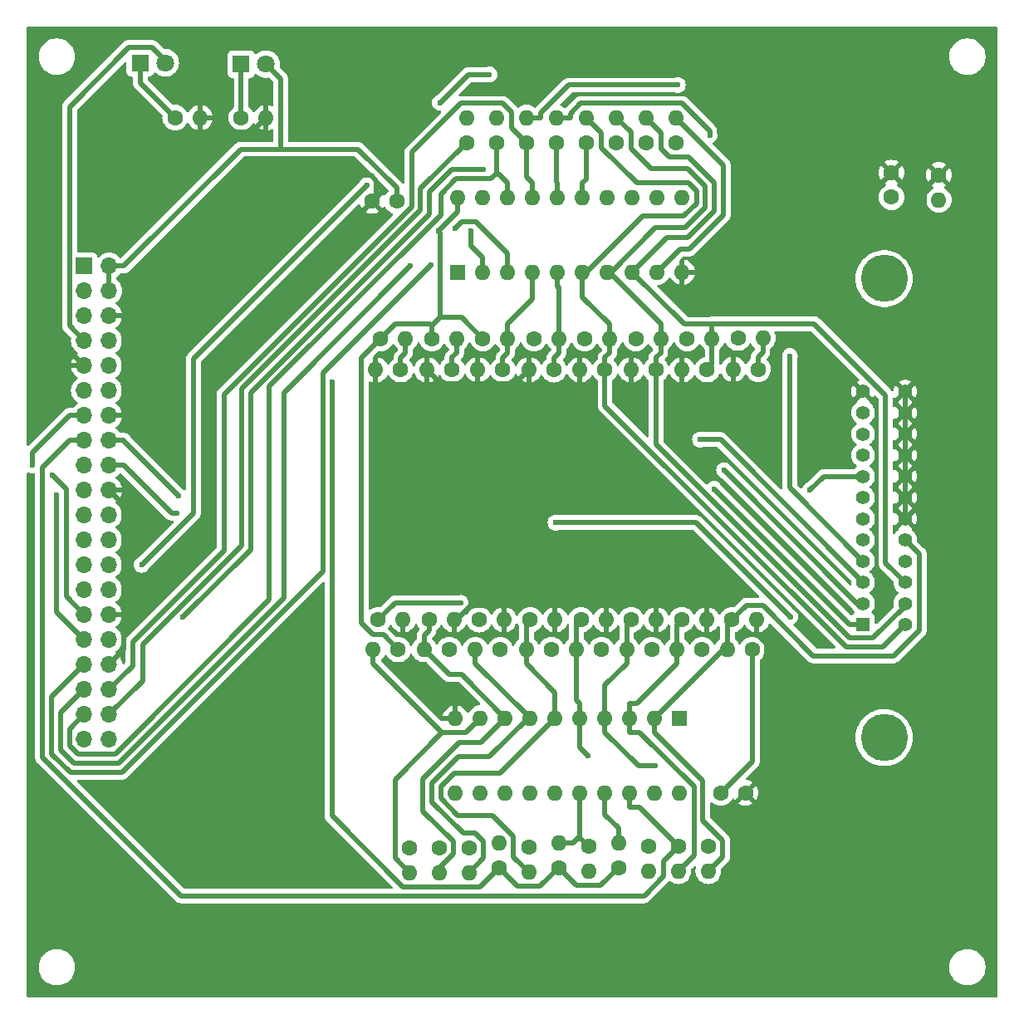
<source format=gbl>
G04 #@! TF.GenerationSoftware,KiCad,Pcbnew,8.0.8*
G04 #@! TF.CreationDate,2025-02-01T04:39:39+02:00*
G04 #@! TF.ProjectId,my_raspi_gpib,6d795f72-6173-4706-995f-677069622e6b,rev?*
G04 #@! TF.SameCoordinates,Original*
G04 #@! TF.FileFunction,Copper,L2,Bot*
G04 #@! TF.FilePolarity,Positive*
%FSLAX46Y46*%
G04 Gerber Fmt 4.6, Leading zero omitted, Abs format (unit mm)*
G04 Created by KiCad (PCBNEW 8.0.8) date 2025-02-01 04:39:39*
%MOMM*%
%LPD*%
G01*
G04 APERTURE LIST*
G04 #@! TA.AperFunction,ComponentPad*
%ADD10C,1.600000*%
G04 #@! TD*
G04 #@! TA.AperFunction,ComponentPad*
%ADD11O,1.600000X1.600000*%
G04 #@! TD*
G04 #@! TA.AperFunction,ComponentPad*
%ADD12R,1.400000X1.400000*%
G04 #@! TD*
G04 #@! TA.AperFunction,ComponentPad*
%ADD13C,1.400000*%
G04 #@! TD*
G04 #@! TA.AperFunction,ComponentPad*
%ADD14C,4.800000*%
G04 #@! TD*
G04 #@! TA.AperFunction,ComponentPad*
%ADD15R,1.800000X1.800000*%
G04 #@! TD*
G04 #@! TA.AperFunction,ComponentPad*
%ADD16C,1.800000*%
G04 #@! TD*
G04 #@! TA.AperFunction,ComponentPad*
%ADD17R,1.600000X1.600000*%
G04 #@! TD*
G04 #@! TA.AperFunction,ComponentPad*
%ADD18R,1.700000X1.700000*%
G04 #@! TD*
G04 #@! TA.AperFunction,ComponentPad*
%ADD19O,1.700000X1.700000*%
G04 #@! TD*
G04 #@! TA.AperFunction,ViaPad*
%ADD20C,0.600000*%
G04 #@! TD*
G04 #@! TA.AperFunction,Conductor*
%ADD21C,0.500000*%
G04 #@! TD*
G04 APERTURE END LIST*
D10*
X157480000Y-87927000D03*
D11*
X154940000Y-87927000D03*
D10*
X154940000Y-136623000D03*
D11*
X154940000Y-139163000D03*
D10*
X173228000Y-136525000D03*
D11*
X173228000Y-139065000D03*
D10*
X149860000Y-113411000D03*
D11*
X152400000Y-113411000D03*
D10*
X142748000Y-136652000D03*
D11*
X142748000Y-139192000D03*
D12*
X189004000Y-113921000D03*
D13*
X189004000Y-111761000D03*
X189004000Y-109601000D03*
X189004000Y-107441000D03*
X189004000Y-105281000D03*
X189004000Y-103121000D03*
X189004000Y-100961000D03*
X189004000Y-98801000D03*
X189004000Y-96641000D03*
X189004000Y-94481000D03*
X189004000Y-92321000D03*
X189004000Y-90161000D03*
X193294000Y-113921000D03*
X193294000Y-111761000D03*
X193294000Y-109601000D03*
X193294000Y-107441000D03*
X193294000Y-105281000D03*
X193294000Y-103121000D03*
X193294000Y-100961000D03*
X193294000Y-98801000D03*
X193294000Y-96641000D03*
X193294000Y-94481000D03*
X193294000Y-92321000D03*
X193294000Y-90161000D03*
D14*
X191149000Y-78646000D03*
X191149000Y-125436000D03*
D10*
X157988000Y-138713000D03*
D11*
X157988000Y-136173000D03*
D10*
X146812000Y-116459000D03*
D11*
X144272000Y-116459000D03*
D10*
X145034000Y-84752000D03*
D11*
X147574000Y-84752000D03*
D15*
X115316000Y-56642000D03*
D16*
X117856000Y-56642000D03*
D10*
X167444000Y-116459000D03*
D11*
X164904000Y-116459000D03*
D10*
X141458000Y-70739000D03*
X138958000Y-70739000D03*
X175641000Y-113411000D03*
D11*
X178181000Y-113411000D03*
D17*
X147701000Y-77978000D03*
D11*
X150241000Y-77978000D03*
X152781000Y-77978000D03*
X155321000Y-77978000D03*
X157861000Y-77978000D03*
X160401000Y-77978000D03*
X162941000Y-77978000D03*
X165481000Y-77978000D03*
X168021000Y-77978000D03*
X170561000Y-77978000D03*
X170561000Y-70358000D03*
X168021000Y-70358000D03*
X165481000Y-70358000D03*
X162941000Y-70358000D03*
X160401000Y-70358000D03*
X157861000Y-70358000D03*
X155321000Y-70358000D03*
X152781000Y-70358000D03*
X150241000Y-70358000D03*
X147701000Y-70358000D03*
D10*
X157226000Y-116459000D03*
D11*
X154686000Y-116459000D03*
D10*
X118872000Y-62230000D03*
D11*
X121412000Y-62230000D03*
D10*
X141605000Y-116459000D03*
D11*
X139065000Y-116459000D03*
D10*
X155448000Y-84752000D03*
D11*
X157988000Y-84752000D03*
D10*
X170180000Y-136525000D03*
D11*
X170180000Y-139065000D03*
D10*
X144751000Y-113411000D03*
D11*
X147291000Y-113411000D03*
D10*
X139827000Y-84752000D03*
D11*
X142367000Y-84752000D03*
D10*
X191897000Y-67838000D03*
X191897000Y-70338000D03*
X165833000Y-84752000D03*
D11*
X168373000Y-84752000D03*
D10*
X161036000Y-136525000D03*
D11*
X161036000Y-139065000D03*
D10*
X173101000Y-87927000D03*
D11*
X170561000Y-87927000D03*
D10*
X166878000Y-64799000D03*
D11*
X166878000Y-62259000D03*
D10*
X165354000Y-113411000D03*
D11*
X167894000Y-113411000D03*
D10*
X147095000Y-87927000D03*
D11*
X144555000Y-87927000D03*
D10*
X162335000Y-116459000D03*
D11*
X159795000Y-116459000D03*
D10*
X196723000Y-68072000D03*
D11*
X196723000Y-70612000D03*
D10*
X178308000Y-87884000D03*
D11*
X175768000Y-87884000D03*
D10*
X148590000Y-64770000D03*
D11*
X148590000Y-62230000D03*
D17*
X170307000Y-123444000D03*
D11*
X167767000Y-123444000D03*
X165227000Y-123444000D03*
X162687000Y-123444000D03*
X160147000Y-123444000D03*
X157607000Y-123444000D03*
X155067000Y-123444000D03*
X152527000Y-123444000D03*
X149987000Y-123444000D03*
X147447000Y-123444000D03*
X147447000Y-131064000D03*
X149987000Y-131064000D03*
X152527000Y-131064000D03*
X155067000Y-131064000D03*
X157607000Y-131064000D03*
X160147000Y-131064000D03*
X162687000Y-131064000D03*
X165227000Y-131064000D03*
X167767000Y-131064000D03*
X170307000Y-131064000D03*
D10*
X157734000Y-64799000D03*
D11*
X157734000Y-62259000D03*
D10*
X125603000Y-62230000D03*
D11*
X128143000Y-62230000D03*
D10*
X167894000Y-87927000D03*
D11*
X165354000Y-87927000D03*
D10*
X151892000Y-138713000D03*
D11*
X151892000Y-136173000D03*
D10*
X152273000Y-87927000D03*
D11*
X149733000Y-87927000D03*
D10*
X154686000Y-64770000D03*
D11*
X154686000Y-62230000D03*
D10*
X160782000Y-64799000D03*
D11*
X160782000Y-62259000D03*
D10*
X163830000Y-64770000D03*
D11*
X163830000Y-62230000D03*
D10*
X164084000Y-138684000D03*
D11*
X164084000Y-136144000D03*
D10*
X155067000Y-113411000D03*
D11*
X157607000Y-113411000D03*
D10*
X174518000Y-131064000D03*
X177018000Y-131064000D03*
X152019000Y-116459000D03*
D11*
X149479000Y-116459000D03*
D10*
X167132000Y-136525000D03*
D11*
X167132000Y-139065000D03*
D10*
X170532000Y-113411000D03*
D11*
X173072000Y-113411000D03*
D10*
X148844000Y-136652000D03*
D11*
X148844000Y-139192000D03*
D10*
X151638000Y-64770000D03*
D11*
X151638000Y-62230000D03*
D10*
X162687000Y-87927000D03*
D11*
X160147000Y-87927000D03*
D10*
X171069000Y-84752000D03*
D11*
X173609000Y-84752000D03*
D10*
X139573000Y-113411000D03*
D11*
X142113000Y-113411000D03*
D18*
X109601000Y-77343000D03*
D19*
X112141000Y-77343000D03*
X109601000Y-79883000D03*
X112141000Y-79883000D03*
X109601000Y-82423000D03*
X112141000Y-82423000D03*
X109601000Y-84963000D03*
X112141000Y-84963000D03*
X109601000Y-87503000D03*
X112141000Y-87503000D03*
X109601000Y-90043000D03*
X112141000Y-90043000D03*
X109601000Y-92583000D03*
X112141000Y-92583000D03*
X109601000Y-95123000D03*
X112141000Y-95123000D03*
X109601000Y-97663000D03*
X112141000Y-97663000D03*
X109601000Y-100203000D03*
X112141000Y-100203000D03*
X109601000Y-102743000D03*
X112141000Y-102743000D03*
X109601000Y-105283000D03*
X112141000Y-105283000D03*
X109601000Y-107823000D03*
X112141000Y-107823000D03*
X109601000Y-110363000D03*
X112141000Y-110363000D03*
X109601000Y-112903000D03*
X112141000Y-112903000D03*
X109601000Y-115443000D03*
X112141000Y-115443000D03*
X109601000Y-117983000D03*
X112141000Y-117983000D03*
X109601000Y-120523000D03*
X112141000Y-120523000D03*
X109601000Y-123063000D03*
X112141000Y-123063000D03*
X109601000Y-125603000D03*
X112141000Y-125603000D03*
D10*
X169926000Y-64770000D03*
D11*
X169926000Y-62230000D03*
D10*
X160626000Y-84752000D03*
D11*
X163166000Y-84752000D03*
D10*
X150241000Y-84752000D03*
D11*
X152781000Y-84752000D03*
D10*
X145796000Y-136652000D03*
D11*
X145796000Y-139192000D03*
D10*
X160245000Y-113411000D03*
D11*
X162785000Y-113411000D03*
D10*
X177702000Y-116459000D03*
D11*
X175162000Y-116459000D03*
D10*
X172593000Y-116459000D03*
D11*
X170053000Y-116459000D03*
D10*
X176247000Y-84709000D03*
D11*
X178787000Y-84709000D03*
D10*
X141859000Y-87927000D03*
D11*
X139319000Y-87927000D03*
D15*
X125603000Y-56769000D03*
D16*
X128143000Y-56769000D03*
D20*
X105410000Y-140970000D03*
X185039000Y-55626000D03*
X200406000Y-68961000D03*
X149479000Y-55753000D03*
X188214000Y-149860000D03*
X106962700Y-76366500D03*
X105537000Y-131064000D03*
X116332000Y-150114000D03*
X105918000Y-61849000D03*
X200406000Y-65278000D03*
X200533000Y-88646000D03*
X200533000Y-139954000D03*
X106045000Y-67310000D03*
X200660000Y-79502000D03*
X111633000Y-150114000D03*
X105537000Y-137668000D03*
X105283000Y-143764000D03*
X181102000Y-55753000D03*
X176276000Y-149733000D03*
X113919000Y-150114000D03*
X200406000Y-127000000D03*
X127889000Y-150114000D03*
X200279000Y-119888000D03*
X200533000Y-76073000D03*
X144907000Y-55753000D03*
X138938000Y-150114000D03*
X169799000Y-149733000D03*
X200533000Y-133350000D03*
X200406000Y-72390000D03*
X182372000Y-149733000D03*
X200533000Y-82169000D03*
X167386000Y-149733000D03*
X200406000Y-113411000D03*
X124714000Y-150114000D03*
X132969000Y-55626000D03*
X185420000Y-149733000D03*
X193167000Y-55626000D03*
X111252000Y-55626000D03*
X130810000Y-124206000D03*
X172593000Y-149733000D03*
X126365000Y-127127000D03*
X164592000Y-55626000D03*
X160401000Y-55753000D03*
X188849000Y-55626000D03*
X122174000Y-150114000D03*
X122682000Y-123825000D03*
X191389000Y-149860000D03*
X200533000Y-91821000D03*
X200406000Y-61595000D03*
X194564000Y-149987000D03*
X200533000Y-130683000D03*
X105537000Y-134239000D03*
X119126000Y-150114000D03*
X139065000Y-55626000D03*
X135509000Y-150114000D03*
X176276000Y-55753000D03*
X179324000Y-149733000D03*
X171196000Y-55880000D03*
X131445000Y-150114000D03*
X200533000Y-85344000D03*
X200406000Y-116332000D03*
X200660000Y-143256000D03*
X154940000Y-55626000D03*
X122936000Y-129540000D03*
X129667000Y-130175000D03*
X200533000Y-136652000D03*
X200406000Y-123698000D03*
X145713300Y-73763200D03*
X104307100Y-97681400D03*
X119251600Y-100815800D03*
X183600900Y-100198700D03*
X167821800Y-128322600D03*
X119076400Y-102537000D03*
X160967500Y-127285000D03*
X157644600Y-103523700D03*
X181576000Y-113110400D03*
X147971900Y-111692000D03*
X172372600Y-95060800D03*
X170118500Y-58912200D03*
X173808300Y-100075400D03*
X149055300Y-73806200D03*
X174836300Y-98165500D03*
X147396700Y-73507700D03*
X173366000Y-64016300D03*
X181536500Y-86538400D03*
X144926400Y-77211900D03*
X134859200Y-89154400D03*
X150918800Y-57833000D03*
X115453600Y-107823000D03*
X138441500Y-69091400D03*
X145865600Y-60708700D03*
X106804000Y-100680200D03*
X106325900Y-98652600D03*
X150281600Y-67520700D03*
X119666700Y-113171600D03*
X142873000Y-77343600D03*
D21*
X193294000Y-98801000D02*
X193294000Y-100961000D01*
X149733000Y-87927000D02*
X149733000Y-89377100D01*
X149733000Y-89377100D02*
X146005100Y-89377100D01*
X127956900Y-68107200D02*
X138826200Y-68107200D01*
X113641100Y-92583000D02*
X113641100Y-82423000D01*
X112141000Y-92583000D02*
X113641100Y-92583000D01*
X152174900Y-111960800D02*
X149733000Y-111960800D01*
X113641100Y-101703100D02*
X113641100Y-112903000D01*
X128143000Y-62230000D02*
X126672700Y-63700300D01*
X193294000Y-100961000D02*
X193294000Y-103121000D01*
X109601000Y-87503000D02*
X106962700Y-84864700D01*
X139395300Y-70301700D02*
X138958000Y-70739000D01*
X178181000Y-113411000D02*
X178181000Y-114861100D01*
X179163800Y-115843900D02*
X179163800Y-128918200D01*
X121412000Y-62230000D02*
X122862100Y-62230000D01*
X126672700Y-63700300D02*
X124332400Y-63700300D01*
X112141000Y-112903000D02*
X113641100Y-112903000D01*
X147596500Y-113411000D02*
X149046700Y-111960800D01*
X196723000Y-68072000D02*
X195256100Y-69538900D01*
X195256100Y-88198900D02*
X193294000Y-90161000D01*
X193294000Y-94481000D02*
X193294000Y-96641000D01*
X152400000Y-112185900D02*
X152174900Y-111960800D01*
X193294000Y-96641000D02*
X193294000Y-98801000D01*
X112141000Y-82423000D02*
X113641100Y-82423000D01*
X153489900Y-89377100D02*
X149733000Y-89377100D01*
X178181000Y-114861100D02*
X179163800Y-115843900D01*
X113641100Y-116482900D02*
X113641100Y-112903000D01*
X112141000Y-117983000D02*
X113641100Y-116482900D01*
X124332400Y-63700300D02*
X122862100Y-62230000D01*
X195256100Y-69538900D02*
X195256100Y-88198900D01*
X152400000Y-113411000D02*
X152400000Y-112185900D01*
X112141000Y-100203000D02*
X113641100Y-101703100D01*
X138826200Y-68107200D02*
X139395300Y-68676300D01*
X193294000Y-92321000D02*
X193294000Y-94481000D01*
X149046700Y-111960800D02*
X149733000Y-111960800D01*
X146005100Y-89377100D02*
X144555000Y-87927000D01*
X147291000Y-113411000D02*
X147596500Y-113411000D01*
X193294000Y-90161000D02*
X193294000Y-92321000D01*
X139395300Y-68676300D02*
X139395300Y-70301700D01*
X113641100Y-82423000D02*
X127956900Y-68107200D01*
X106962700Y-84864700D02*
X106962700Y-76366500D01*
X149733000Y-111960800D02*
X149733000Y-89377100D01*
X154940000Y-87927000D02*
X153489900Y-89377100D01*
X179163800Y-128918200D02*
X177018000Y-131064000D01*
X145876500Y-73926400D02*
X145876500Y-82622500D01*
X141605000Y-116459000D02*
X140103900Y-114957900D01*
X145876500Y-82622500D02*
X148111500Y-82622500D01*
X125540500Y-65443600D02*
X129628100Y-65443600D01*
X112141000Y-77343000D02*
X113641100Y-77343000D01*
X140103900Y-114957900D02*
X139065500Y-114957900D01*
X145713300Y-73763200D02*
X145876500Y-73926400D01*
X147701000Y-70358000D02*
X147701000Y-71808100D01*
X137868900Y-113761300D02*
X137868900Y-86710100D01*
X144870800Y-83301800D02*
X145034000Y-83465000D01*
X113641100Y-77343000D02*
X125540500Y-65443600D01*
X129628100Y-65443600D02*
X129628100Y-58254100D01*
X129628100Y-58254100D02*
X128143000Y-56769000D01*
X141277200Y-83301800D02*
X144870800Y-83301800D01*
X147668400Y-71808100D02*
X145713300Y-73763200D01*
X177702000Y-116459000D02*
X177702000Y-127880000D01*
X147701000Y-71808100D02*
X147668400Y-71808100D01*
X145034000Y-83465000D02*
X145034000Y-84752000D01*
X148111500Y-82622500D02*
X150241000Y-84752000D01*
X141458000Y-70739000D02*
X141458000Y-69402400D01*
X112141000Y-79883000D02*
X112141000Y-77343000D01*
X137499200Y-65443600D02*
X129628100Y-65443600D01*
X139065500Y-114957900D02*
X137868900Y-113761300D01*
X139827000Y-84752000D02*
X141277200Y-83301800D01*
X137868900Y-86710100D02*
X139827000Y-84752000D01*
X145876500Y-82622500D02*
X145034000Y-83465000D01*
X177702000Y-127880000D02*
X174518000Y-131064000D01*
X141458000Y-69402400D02*
X137499200Y-65443600D01*
X125603000Y-56769000D02*
X125603000Y-62230000D01*
X117856000Y-56642000D02*
X117856000Y-56421600D01*
X117856000Y-56421600D02*
X116526200Y-55091800D01*
X116526200Y-55091800D02*
X114135200Y-55091800D01*
X108100600Y-61126400D02*
X108100600Y-83462600D01*
X114135200Y-55091800D02*
X108100600Y-61126400D01*
X108100600Y-83462600D02*
X109601000Y-84963000D01*
X115316000Y-58674000D02*
X118872000Y-62230000D01*
X115316000Y-56642000D02*
X115316000Y-58674000D01*
X104307100Y-96376800D02*
X104307100Y-97681400D01*
X109601000Y-92583000D02*
X108100900Y-92583000D01*
X108100900Y-92583000D02*
X104307100Y-96376800D01*
X162687000Y-133296900D02*
X164084000Y-134693900D01*
X164084000Y-136144000D02*
X164084000Y-134693900D01*
X162687000Y-131064000D02*
X162687000Y-133296900D01*
X119251600Y-100815800D02*
X113641100Y-95205300D01*
X112141000Y-95123000D02*
X113641100Y-95123000D01*
X113641100Y-95205300D02*
X113641100Y-95123000D01*
X164904000Y-113861000D02*
X165354000Y-113411000D01*
X183600900Y-100198700D02*
X184998600Y-98801000D01*
X164904000Y-116459000D02*
X164904000Y-117909100D01*
X162687000Y-120126100D02*
X162687000Y-123444000D01*
X162687000Y-124894100D02*
X166115500Y-128322600D01*
X184998600Y-98801000D02*
X189004000Y-98801000D01*
X164904000Y-117909100D02*
X162687000Y-120126100D01*
X162687000Y-123444000D02*
X162687000Y-124894100D01*
X166115500Y-128322600D02*
X167821800Y-128322600D01*
X164904000Y-116459000D02*
X164904000Y-113861000D01*
X144751000Y-113411000D02*
X144751000Y-114529900D01*
X144272000Y-116459000D02*
X144272000Y-115008900D01*
X147246100Y-137252600D02*
X147246100Y-136051400D01*
X144136300Y-132941600D02*
X144136300Y-129653200D01*
X145796100Y-138702600D02*
X147246100Y-137252600D01*
X148088600Y-119005600D02*
X146818600Y-119005600D01*
X146818600Y-119005600D02*
X144272000Y-116459000D01*
X147860400Y-125929100D02*
X150042000Y-125929100D01*
X144136300Y-129653200D02*
X147860400Y-125929100D01*
X150042000Y-125929100D02*
X150042000Y-125929000D01*
X147246100Y-136051400D02*
X144136300Y-132941600D01*
X145796000Y-139192000D02*
X145796000Y-138702600D01*
X145796000Y-138702600D02*
X145796100Y-138702600D01*
X152527000Y-123444000D02*
X148088600Y-119005600D01*
X150042000Y-125929000D02*
X152527000Y-123444000D01*
X144751000Y-114529900D02*
X144272000Y-115008900D01*
X119076400Y-102537000D02*
X118515100Y-102537000D01*
X157988000Y-136173000D02*
X159438100Y-136173000D01*
X160147000Y-135464100D02*
X160061100Y-135550000D01*
X118515100Y-102537000D02*
X113641100Y-97663000D01*
X112141000Y-97663000D02*
X113641100Y-97663000D01*
X161036000Y-136525000D02*
X160061100Y-135550000D01*
X160061100Y-135550000D02*
X159438100Y-136173000D01*
X160147000Y-131064000D02*
X160147000Y-132514100D01*
X160147000Y-132514100D02*
X160147000Y-135464100D01*
X160147000Y-123444000D02*
X160147000Y-124894100D01*
X159795000Y-117909100D02*
X159795000Y-121641900D01*
X159795000Y-121641900D02*
X160147000Y-121993900D01*
X160147000Y-123444000D02*
X160147000Y-121993900D01*
X159795000Y-116459000D02*
X159795000Y-117909100D01*
X160245000Y-113411000D02*
X159795000Y-113861000D01*
X160147000Y-126464500D02*
X160967500Y-127285000D01*
X160147000Y-124894100D02*
X160147000Y-126464500D01*
X159795000Y-113861000D02*
X159795000Y-116459000D01*
X181576000Y-113110400D02*
X171989300Y-103523700D01*
X171989300Y-103523700D02*
X157644600Y-103523700D01*
X149987000Y-123444000D02*
X148492400Y-124938600D01*
X141292000Y-111692000D02*
X147971900Y-111692000D01*
X146094500Y-124938600D02*
X141284200Y-129748900D01*
X139065000Y-116459000D02*
X139065000Y-117909100D01*
X146094500Y-124938600D02*
X139065000Y-117909100D01*
X139573000Y-113411000D02*
X141292000Y-111692000D01*
X141284200Y-129748900D02*
X141284200Y-137728200D01*
X148492400Y-124938600D02*
X146094500Y-124938600D01*
X141284200Y-137728200D02*
X142748000Y-139192000D01*
X170532000Y-113411000D02*
X170053000Y-113890000D01*
X171758500Y-137486500D02*
X171758500Y-130406700D01*
X165227000Y-123370100D02*
X165227000Y-123444000D01*
X170053000Y-116459000D02*
X170053000Y-117909100D01*
X165227000Y-123444000D02*
X165227000Y-124894100D01*
X165227000Y-121993900D02*
X165968200Y-121993900D01*
X170053000Y-113890000D02*
X170053000Y-116459000D01*
X171758500Y-130406700D02*
X166245900Y-124894100D01*
X165968200Y-121993900D02*
X170053000Y-117909100D01*
X166245900Y-124894100D02*
X165227000Y-124894100D01*
X165227000Y-123370100D02*
X165227000Y-121993900D01*
X170180000Y-139065000D02*
X171758500Y-137486500D01*
X165227000Y-132514100D02*
X166169100Y-132514100D01*
X166681100Y-141569700D02*
X168656000Y-139594800D01*
X168656000Y-139594800D02*
X168656000Y-138049000D01*
X105348600Y-127463200D02*
X119455100Y-141569700D01*
X105348600Y-97875300D02*
X105348600Y-127463200D01*
X108100900Y-95123000D02*
X105348600Y-97875300D01*
X168656000Y-138049000D02*
X170180000Y-136525000D01*
X119455100Y-141569700D02*
X166681100Y-141569700D01*
X109601000Y-95123000D02*
X108100900Y-95123000D01*
X165227000Y-131064000D02*
X165227000Y-132514100D01*
X166169100Y-132514100D02*
X170180000Y-136525000D01*
X194720900Y-114474300D02*
X194720900Y-106707900D01*
X175641000Y-113411000D02*
X175162000Y-113890000D01*
X167767000Y-124894100D02*
X172678200Y-129805300D01*
X183940900Y-117098700D02*
X192096500Y-117098700D01*
X174701600Y-137591400D02*
X173228000Y-139065000D01*
X192096500Y-117098700D02*
X194720900Y-114474300D01*
X178801000Y-111958800D02*
X183940900Y-117098700D01*
X175162000Y-113890000D02*
X175162000Y-116459000D01*
X172678200Y-129805300D02*
X172678200Y-133880100D01*
X177093200Y-111958800D02*
X178801000Y-111958800D01*
X174701600Y-135903500D02*
X174701600Y-137591400D01*
X167767000Y-123444000D02*
X167767000Y-124894100D01*
X194720900Y-106707900D02*
X193294000Y-105281000D01*
X175641000Y-113411000D02*
X177093200Y-111958800D01*
X174752000Y-116459000D02*
X167767000Y-123444000D01*
X175162000Y-116459000D02*
X174752000Y-116459000D01*
X172678200Y-133880100D02*
X174701600Y-135903500D01*
X145973200Y-131649200D02*
X147697900Y-133373900D01*
X147328500Y-129073300D02*
X145973200Y-130428600D01*
X154686000Y-116459000D02*
X154686000Y-117909100D01*
X155067000Y-113411000D02*
X154686000Y-113792000D01*
X157607000Y-123444000D02*
X151977700Y-129073300D01*
X153364300Y-135529300D02*
X153364300Y-137587300D01*
X154686000Y-117909100D02*
X157607000Y-120830100D01*
X151208900Y-133373900D02*
X153364300Y-135529300D01*
X153364300Y-137587300D02*
X154940000Y-139163000D01*
X147697900Y-133373900D02*
X151208900Y-133373900D01*
X151977700Y-129073300D02*
X147328500Y-129073300D01*
X145973200Y-130428600D02*
X145973200Y-131649200D01*
X157607000Y-120830100D02*
X157607000Y-123444000D01*
X154686000Y-113792000D02*
X154686000Y-116459000D01*
X145039000Y-130085900D02*
X147781800Y-127343100D01*
X148224300Y-135201900D02*
X145039000Y-132016600D01*
X150294100Y-137741900D02*
X150294100Y-136051400D01*
X154822500Y-123252600D02*
X154822500Y-123444000D01*
X149479000Y-117909100D02*
X154822500Y-123252600D01*
X148844000Y-139192000D02*
X150294100Y-137741900D01*
X150294100Y-136051400D02*
X149444600Y-135201900D01*
X154822500Y-123444000D02*
X155067000Y-123444000D01*
X147781800Y-127343100D02*
X150923400Y-127343100D01*
X149444600Y-135201900D02*
X148224300Y-135201900D01*
X145039000Y-132016600D02*
X145039000Y-130085900D01*
X149479000Y-116459000D02*
X149479000Y-117909100D01*
X150923400Y-127343100D02*
X154822500Y-123444000D01*
X173609000Y-83301900D02*
X170804900Y-83301900D01*
X173609000Y-84752000D02*
X173609000Y-83301900D01*
X191301700Y-107608700D02*
X193294000Y-109601000D01*
X171143100Y-74466700D02*
X168992200Y-74466700D01*
X166878000Y-62259000D02*
X168416500Y-63797500D01*
X173609000Y-83301900D02*
X173667100Y-83243800D01*
X170804900Y-83301900D02*
X165481000Y-77978000D01*
X168992200Y-74466700D02*
X168992200Y-74466800D01*
X168416500Y-65388900D02*
X169274500Y-66246900D01*
X173840700Y-68883200D02*
X173840700Y-71769100D01*
X168992200Y-74466800D02*
X165481000Y-77978000D01*
X169274500Y-66246900D02*
X171204400Y-66246900D01*
X173840700Y-71769100D02*
X171143100Y-74466700D01*
X191301700Y-90526500D02*
X191301700Y-107608700D01*
X168416500Y-63797500D02*
X168416500Y-65388900D01*
X173609000Y-84752000D02*
X173609000Y-87419000D01*
X173667100Y-83243800D02*
X184019000Y-83243800D01*
X173609000Y-87419000D02*
X173101000Y-87927000D01*
X184019000Y-83243800D02*
X191301700Y-90526500D01*
X171204400Y-66246900D02*
X173840700Y-68883200D01*
X152781000Y-85378400D02*
X152781000Y-86202100D01*
X152781000Y-85378400D02*
X152781000Y-84752000D01*
X174463800Y-95060800D02*
X189004000Y-109601000D01*
X156136100Y-62230000D02*
X156136100Y-61776800D01*
X172372600Y-95060800D02*
X174463800Y-95060800D01*
X155321000Y-80761900D02*
X155321000Y-77978000D01*
X159000700Y-58912200D02*
X170118500Y-58912200D01*
X154686000Y-62230000D02*
X156136100Y-62230000D01*
X152273000Y-86710100D02*
X152273000Y-87927000D01*
X152781000Y-83301900D02*
X155321000Y-80761900D01*
X152781000Y-86202100D02*
X152273000Y-86710100D01*
X156136100Y-61776800D02*
X159000700Y-58912200D01*
X152781000Y-84752000D02*
X152781000Y-83301900D01*
X173808300Y-100075400D02*
X187653900Y-113921000D01*
X150241000Y-77978000D02*
X150241000Y-76527900D01*
X189004000Y-113921000D02*
X187653900Y-113921000D01*
X141859000Y-86710100D02*
X141859000Y-87927000D01*
X142367000Y-84752000D02*
X142367000Y-86202100D01*
X149055300Y-73806200D02*
X149055300Y-75342200D01*
X149055300Y-75342200D02*
X150241000Y-76527900D01*
X142367000Y-86202100D02*
X141859000Y-86710100D01*
X170377700Y-75621300D02*
X168021000Y-77978000D01*
X174749000Y-67053000D02*
X174749000Y-72133900D01*
X171261600Y-75621300D02*
X170377700Y-75621300D01*
X169926000Y-62230000D02*
X174749000Y-67053000D01*
X174749000Y-72133900D02*
X171261600Y-75621300D01*
X178787000Y-86159100D02*
X178308000Y-86638100D01*
X178787000Y-84709000D02*
X178787000Y-86159100D01*
X178308000Y-86638100D02*
X178308000Y-87884000D01*
X147574000Y-86202100D02*
X147095000Y-86681100D01*
X188431800Y-111761000D02*
X189004000Y-111761000D01*
X174836300Y-98165500D02*
X188431800Y-111761000D01*
X152781000Y-76105000D02*
X149509200Y-72833200D01*
X147095000Y-86681100D02*
X147095000Y-87927000D01*
X149509200Y-72833200D02*
X148071200Y-72833200D01*
X152781000Y-77978000D02*
X152781000Y-76527900D01*
X147574000Y-84752000D02*
X147574000Y-86202100D01*
X148071200Y-72833200D02*
X147396700Y-73507700D01*
X152781000Y-76527900D02*
X152781000Y-76105000D01*
X170729900Y-72286900D02*
X166553600Y-72286900D01*
X171243100Y-68907800D02*
X172011200Y-69675900D01*
X191021200Y-116193800D02*
X193294000Y-113921000D01*
X172011200Y-71005600D02*
X170729900Y-72286900D01*
X163166000Y-85314900D02*
X163166000Y-84752000D01*
X160401000Y-80536900D02*
X160401000Y-79257400D01*
X162291600Y-63768600D02*
X162291600Y-65282200D01*
X166553600Y-72286900D02*
X160401000Y-78439500D01*
X172011200Y-69675900D02*
X172011200Y-71005600D01*
X163166000Y-83301900D02*
X160401000Y-80536900D01*
X163166000Y-85314900D02*
X163166000Y-86202100D01*
X162687000Y-86681100D02*
X162687000Y-87927000D01*
X160782000Y-62259000D02*
X162291600Y-63768600D01*
X160401000Y-78439500D02*
X160401000Y-79257400D01*
X163166000Y-84752000D02*
X163166000Y-83301900D01*
X162291600Y-65282200D02*
X165917200Y-68907800D01*
X160401000Y-79257400D02*
X160401000Y-77978000D01*
X165917200Y-68907800D02*
X171243100Y-68907800D01*
X187276300Y-116193800D02*
X191021200Y-116193800D01*
X162687000Y-87927000D02*
X162687000Y-91604500D01*
X162687000Y-91604500D02*
X187276300Y-116193800D01*
X163166000Y-86202100D02*
X162687000Y-86681100D01*
X172917300Y-71392900D02*
X170831400Y-73478800D01*
X167894000Y-86681100D02*
X167894000Y-87927000D01*
X165339600Y-63739600D02*
X165339600Y-65377400D01*
X167894000Y-87927000D02*
X167894000Y-95538400D01*
X167407700Y-67445500D02*
X171128100Y-67445500D01*
X162941000Y-77978000D02*
X163049100Y-77978000D01*
X163049100Y-77978000D02*
X163203000Y-78131900D01*
X167856100Y-73478800D02*
X163203000Y-78131900D01*
X167894000Y-95538400D02*
X187626800Y-115271200D01*
X168373000Y-86202100D02*
X167894000Y-86681100D01*
X168373000Y-84752000D02*
X168373000Y-86202100D01*
X193294000Y-112011600D02*
X193294000Y-111761000D01*
X168373000Y-84752000D02*
X168373000Y-83301900D01*
X187626800Y-115271200D02*
X190034400Y-115271200D01*
X170831400Y-73478800D02*
X167856100Y-73478800D01*
X190034400Y-115271200D02*
X193294000Y-112011600D01*
X172917300Y-69234700D02*
X172917300Y-71392900D01*
X163830000Y-62230000D02*
X165339600Y-63739600D01*
X163203000Y-78131900D02*
X168373000Y-83301900D01*
X165339600Y-65377400D02*
X167407700Y-67445500D01*
X171128100Y-67445500D02*
X172917300Y-69234700D01*
X157988000Y-85314900D02*
X157988000Y-86202100D01*
X160216600Y-60773300D02*
X170553500Y-60773300D01*
X159184100Y-61805800D02*
X160216600Y-60773300D01*
X157861000Y-77978000D02*
X157861000Y-79428100D01*
X157480000Y-86710100D02*
X157480000Y-87927000D01*
X170553500Y-60773300D02*
X173366000Y-63585800D01*
X159184100Y-62259000D02*
X159184100Y-61805800D01*
X157734000Y-62259000D02*
X159184100Y-62259000D01*
X157988000Y-85314900D02*
X157988000Y-84752000D01*
X173366000Y-63585800D02*
X173366000Y-64016300D01*
X181536500Y-86538400D02*
X181536500Y-99973500D01*
X157988000Y-79555100D02*
X157988000Y-84752000D01*
X157988000Y-86202100D02*
X157480000Y-86710100D01*
X157861000Y-79428100D02*
X157988000Y-79555100D01*
X181536500Y-99973500D02*
X189004000Y-107441000D01*
X133909100Y-88229200D02*
X133909100Y-108534700D01*
X106295300Y-121288700D02*
X109601000Y-117983000D01*
X108185600Y-128970700D02*
X106295300Y-127080400D01*
X160782000Y-68526900D02*
X160782000Y-64799000D01*
X144926400Y-77211900D02*
X133909100Y-88229200D01*
X106295300Y-127080400D02*
X106295300Y-121288700D01*
X160401000Y-70358000D02*
X160401000Y-68907900D01*
X133909100Y-108534700D02*
X113473100Y-128970700D01*
X160401000Y-68907900D02*
X160782000Y-68526900D01*
X113473100Y-128970700D02*
X108185600Y-128970700D01*
X156087300Y-140613700D02*
X157988000Y-138713000D01*
X153792700Y-140613700D02*
X156087300Y-140613700D01*
X151892000Y-138713000D02*
X153792700Y-140613700D01*
X157988000Y-138713000D02*
X159799000Y-140524000D01*
X134859200Y-133395100D02*
X142119900Y-140655800D01*
X149949200Y-140655800D02*
X151892000Y-138713000D01*
X159799000Y-140524000D02*
X162244000Y-140524000D01*
X134859200Y-89154400D02*
X134859200Y-133395100D01*
X142119900Y-140655800D02*
X149949200Y-140655800D01*
X162244000Y-140524000D02*
X164084000Y-138684000D01*
X115554300Y-119649700D02*
X115554300Y-115940400D01*
X143894100Y-69465900D02*
X148590000Y-64770000D01*
X115554300Y-115940400D02*
X125666000Y-105828700D01*
X143894100Y-71667500D02*
X143894100Y-69465900D01*
X125666000Y-105828700D02*
X125666000Y-89895600D01*
X112141000Y-123063000D02*
X115554300Y-119649700D01*
X125666000Y-89895600D02*
X143894100Y-71667500D01*
X138441500Y-69091400D02*
X120731100Y-86801800D01*
X150918800Y-57833000D02*
X148741300Y-57833000D01*
X148741300Y-57833000D02*
X145865600Y-60708700D01*
X120731100Y-102545500D02*
X115453600Y-107823000D01*
X120731100Y-86801800D02*
X120731100Y-102545500D01*
X106804000Y-112646000D02*
X106804000Y-100680200D01*
X109601000Y-115443000D02*
X106804000Y-112646000D01*
X114541300Y-115680400D02*
X123865800Y-106355900D01*
X114541300Y-118122700D02*
X114541300Y-115680400D01*
X152263800Y-60775700D02*
X153162000Y-61673900D01*
X123865800Y-90422900D02*
X142994000Y-71294700D01*
X142994000Y-65773400D02*
X147991700Y-60775700D01*
X155321000Y-70358000D02*
X155321000Y-68907900D01*
X153162000Y-63246000D02*
X154686000Y-64770000D01*
X154686000Y-64770000D02*
X154686000Y-68272900D01*
X153162000Y-61673900D02*
X153162000Y-63246000D01*
X142994000Y-71294700D02*
X142994000Y-65773400D01*
X154686000Y-68272900D02*
X155321000Y-68907900D01*
X112141000Y-120523000D02*
X114541300Y-118122700D01*
X147991700Y-60775700D02*
X152263800Y-60775700D01*
X123865800Y-106355900D02*
X123865800Y-90422900D01*
X107761300Y-100088000D02*
X106325900Y-98652600D01*
X109601000Y-112903000D02*
X107761300Y-111063300D01*
X107761300Y-111063300D02*
X107761300Y-100088000D01*
X145963500Y-72156800D02*
X145963500Y-70024900D01*
X147517600Y-68470800D02*
X151076600Y-68470800D01*
X112742100Y-127153900D02*
X128483200Y-111412800D01*
X151782500Y-67909400D02*
X152781000Y-68907900D01*
X128483200Y-111412800D02*
X128483200Y-89637100D01*
X151638000Y-67909400D02*
X151638000Y-64770000D01*
X152781000Y-70358000D02*
X152781000Y-68907900D01*
X128483200Y-89637100D02*
X145963500Y-72156800D01*
X151076600Y-68470800D02*
X151638000Y-67909400D01*
X151638000Y-67909400D02*
X151782500Y-67909400D01*
X108100400Y-124563600D02*
X108100400Y-126288400D01*
X109601000Y-123063000D02*
X108100400Y-124563600D01*
X108965900Y-127153900D02*
X112742100Y-127153900D01*
X108100400Y-126288400D02*
X108965900Y-127153900D01*
X145963500Y-70024900D02*
X147517600Y-68470800D01*
X144794300Y-69838800D02*
X147112400Y-67520700D01*
X126566100Y-106272200D02*
X126566100Y-90274800D01*
X126566100Y-90274800D02*
X144794300Y-72046600D01*
X147112400Y-67520700D02*
X150281600Y-67520700D01*
X119666700Y-113171600D02*
X126566100Y-106272200D01*
X144794300Y-72046600D02*
X144794300Y-69838800D01*
X157734000Y-68780900D02*
X157734000Y-64799000D01*
X109601000Y-120523000D02*
X107195400Y-122928600D01*
X113100200Y-128070600D02*
X129956800Y-111214000D01*
X129956800Y-111214000D02*
X129956800Y-90259800D01*
X129956800Y-90259800D02*
X142873000Y-77343600D01*
X157861000Y-70358000D02*
X157861000Y-68907900D01*
X107195400Y-126707500D02*
X108558500Y-128070600D01*
X157861000Y-68907900D02*
X157734000Y-68780900D01*
X107195400Y-122928600D02*
X107195400Y-126707500D01*
X108558500Y-128070600D02*
X113100200Y-128070600D01*
G04 #@! TA.AperFunction,Conductor*
G36*
X202642539Y-52971185D02*
G01*
X202688294Y-53023989D01*
X202699500Y-53075500D01*
X202699500Y-151775500D01*
X202679815Y-151842539D01*
X202627011Y-151888294D01*
X202575500Y-151899500D01*
X103875500Y-151899500D01*
X103808461Y-151879815D01*
X103762706Y-151827011D01*
X103751500Y-151775500D01*
X103751500Y-148722711D01*
X104956500Y-148722711D01*
X104956500Y-148965288D01*
X104988161Y-149205785D01*
X105050947Y-149440104D01*
X105143773Y-149664205D01*
X105143776Y-149664212D01*
X105265064Y-149874289D01*
X105265066Y-149874292D01*
X105265067Y-149874293D01*
X105412733Y-150066736D01*
X105412739Y-150066743D01*
X105584256Y-150238260D01*
X105584262Y-150238265D01*
X105776711Y-150385936D01*
X105986788Y-150507224D01*
X106210900Y-150600054D01*
X106445211Y-150662838D01*
X106625586Y-150686584D01*
X106685711Y-150694500D01*
X106685712Y-150694500D01*
X106928289Y-150694500D01*
X106976388Y-150688167D01*
X107168789Y-150662838D01*
X107403100Y-150600054D01*
X107627212Y-150507224D01*
X107837289Y-150385936D01*
X108029738Y-150238265D01*
X108201265Y-150066738D01*
X108348936Y-149874289D01*
X108470224Y-149664212D01*
X108563054Y-149440100D01*
X108625838Y-149205789D01*
X108657500Y-148965288D01*
X108657500Y-148722712D01*
X108657500Y-148722711D01*
X197793500Y-148722711D01*
X197793500Y-148965288D01*
X197825161Y-149205785D01*
X197887947Y-149440104D01*
X197980773Y-149664205D01*
X197980776Y-149664212D01*
X198102064Y-149874289D01*
X198102066Y-149874292D01*
X198102067Y-149874293D01*
X198249733Y-150066736D01*
X198249739Y-150066743D01*
X198421256Y-150238260D01*
X198421262Y-150238265D01*
X198613711Y-150385936D01*
X198823788Y-150507224D01*
X199047900Y-150600054D01*
X199282211Y-150662838D01*
X199462586Y-150686584D01*
X199522711Y-150694500D01*
X199522712Y-150694500D01*
X199765289Y-150694500D01*
X199813388Y-150688167D01*
X200005789Y-150662838D01*
X200240100Y-150600054D01*
X200464212Y-150507224D01*
X200674289Y-150385936D01*
X200866738Y-150238265D01*
X201038265Y-150066738D01*
X201185936Y-149874289D01*
X201307224Y-149664212D01*
X201400054Y-149440100D01*
X201462838Y-149205789D01*
X201494500Y-148965288D01*
X201494500Y-148722712D01*
X201462838Y-148482211D01*
X201400054Y-148247900D01*
X201307224Y-148023788D01*
X201185936Y-147813711D01*
X201038265Y-147621262D01*
X201038260Y-147621256D01*
X200866743Y-147449739D01*
X200866736Y-147449733D01*
X200674293Y-147302067D01*
X200674292Y-147302066D01*
X200674289Y-147302064D01*
X200464212Y-147180776D01*
X200464205Y-147180773D01*
X200240104Y-147087947D01*
X200005785Y-147025161D01*
X199765289Y-146993500D01*
X199765288Y-146993500D01*
X199522712Y-146993500D01*
X199522711Y-146993500D01*
X199282214Y-147025161D01*
X199047895Y-147087947D01*
X198823794Y-147180773D01*
X198823785Y-147180777D01*
X198613706Y-147302067D01*
X198421263Y-147449733D01*
X198421256Y-147449739D01*
X198249739Y-147621256D01*
X198249733Y-147621263D01*
X198102067Y-147813706D01*
X197980777Y-148023785D01*
X197980773Y-148023794D01*
X197887947Y-148247895D01*
X197825161Y-148482214D01*
X197793500Y-148722711D01*
X108657500Y-148722711D01*
X108625838Y-148482211D01*
X108563054Y-148247900D01*
X108470224Y-148023788D01*
X108348936Y-147813711D01*
X108201265Y-147621262D01*
X108201260Y-147621256D01*
X108029743Y-147449739D01*
X108029736Y-147449733D01*
X107837293Y-147302067D01*
X107837292Y-147302066D01*
X107837289Y-147302064D01*
X107627212Y-147180776D01*
X107627205Y-147180773D01*
X107403104Y-147087947D01*
X107168785Y-147025161D01*
X106928289Y-146993500D01*
X106928288Y-146993500D01*
X106685712Y-146993500D01*
X106685711Y-146993500D01*
X106445214Y-147025161D01*
X106210895Y-147087947D01*
X105986794Y-147180773D01*
X105986785Y-147180777D01*
X105776706Y-147302067D01*
X105584263Y-147449733D01*
X105584256Y-147449739D01*
X105412739Y-147621256D01*
X105412733Y-147621263D01*
X105265067Y-147813706D01*
X105143777Y-148023785D01*
X105143773Y-148023794D01*
X105050947Y-148247895D01*
X104988161Y-148482214D01*
X104956500Y-148722711D01*
X103751500Y-148722711D01*
X103751500Y-98502063D01*
X103771185Y-98435024D01*
X103823989Y-98389269D01*
X103893147Y-98379325D01*
X103941473Y-98397070D01*
X103957575Y-98407188D01*
X104127845Y-98466768D01*
X104127850Y-98466769D01*
X104307096Y-98486965D01*
X104307100Y-98486965D01*
X104307103Y-98486965D01*
X104417548Y-98474520D01*
X104460216Y-98469713D01*
X104529038Y-98481767D01*
X104580418Y-98529116D01*
X104598100Y-98592933D01*
X104598100Y-127537118D01*
X104598100Y-127537120D01*
X104598099Y-127537120D01*
X104626940Y-127682107D01*
X104626943Y-127682117D01*
X104661897Y-127766502D01*
X104683516Y-127818695D01*
X104705561Y-127851688D01*
X104705560Y-127851688D01*
X104765646Y-127941614D01*
X104765652Y-127941621D01*
X118872149Y-142048116D01*
X118976684Y-142152651D01*
X118976687Y-142152653D01*
X118976688Y-142152654D01*
X119099603Y-142234783D01*
X119099606Y-142234785D01*
X119156179Y-142258218D01*
X119156180Y-142258218D01*
X119236188Y-142291359D01*
X119352341Y-142314463D01*
X119371568Y-142318287D01*
X119381181Y-142320200D01*
X119381182Y-142320200D01*
X166755020Y-142320200D01*
X166852562Y-142300796D01*
X166900013Y-142291358D01*
X167036595Y-142234784D01*
X167085829Y-142201886D01*
X167159516Y-142152652D01*
X169212153Y-140100013D01*
X169273476Y-140066529D01*
X169343168Y-140071513D01*
X169370955Y-140086119D01*
X169527266Y-140195568D01*
X169733504Y-140291739D01*
X169953308Y-140350635D01*
X170115230Y-140364801D01*
X170179998Y-140370468D01*
X170180000Y-140370468D01*
X170180002Y-140370468D01*
X170236673Y-140365509D01*
X170406692Y-140350635D01*
X170626496Y-140291739D01*
X170832734Y-140195568D01*
X171019139Y-140065047D01*
X171180047Y-139904139D01*
X171310568Y-139717734D01*
X171406739Y-139511496D01*
X171465635Y-139291692D01*
X171485468Y-139065000D01*
X171470869Y-138898137D01*
X171484635Y-138829639D01*
X171506713Y-138799653D01*
X171788743Y-138517623D01*
X171850064Y-138484140D01*
X171919756Y-138489124D01*
X171975689Y-138530996D01*
X172000106Y-138596460D01*
X171996197Y-138637399D01*
X171942366Y-138838302D01*
X171942364Y-138838313D01*
X171922532Y-139064998D01*
X171922532Y-139065001D01*
X171942364Y-139291686D01*
X171942366Y-139291697D01*
X172001258Y-139511488D01*
X172001261Y-139511497D01*
X172097431Y-139717732D01*
X172097432Y-139717734D01*
X172227954Y-139904141D01*
X172388858Y-140065045D01*
X172398095Y-140071513D01*
X172575266Y-140195568D01*
X172781504Y-140291739D01*
X173001308Y-140350635D01*
X173163230Y-140364801D01*
X173227998Y-140370468D01*
X173228000Y-140370468D01*
X173228002Y-140370468D01*
X173284673Y-140365509D01*
X173454692Y-140350635D01*
X173674496Y-140291739D01*
X173880734Y-140195568D01*
X174067139Y-140065047D01*
X174228047Y-139904139D01*
X174358568Y-139717734D01*
X174454739Y-139511496D01*
X174513635Y-139291692D01*
X174533468Y-139065000D01*
X174518869Y-138898137D01*
X174532635Y-138829639D01*
X174554713Y-138799653D01*
X175284551Y-138069816D01*
X175329129Y-138003100D01*
X175366684Y-137946895D01*
X175423258Y-137810313D01*
X175440981Y-137721214D01*
X175452100Y-137665320D01*
X175452100Y-135829581D01*
X175443005Y-135783862D01*
X175443004Y-135783858D01*
X175423259Y-135684588D01*
X175384099Y-135590049D01*
X175373243Y-135563840D01*
X175366687Y-135548011D01*
X175366683Y-135548004D01*
X175328772Y-135491266D01*
X175284552Y-135425084D01*
X173465019Y-133605551D01*
X173431534Y-133544228D01*
X173428700Y-133517870D01*
X173428700Y-132113249D01*
X173448385Y-132046210D01*
X173501189Y-132000455D01*
X173570347Y-131990511D01*
X173633903Y-132019536D01*
X173640381Y-132025568D01*
X173678858Y-132064045D01*
X173678861Y-132064047D01*
X173865266Y-132194568D01*
X174071504Y-132290739D01*
X174071509Y-132290740D01*
X174071511Y-132290741D01*
X174124415Y-132304916D01*
X174291308Y-132349635D01*
X174453230Y-132363801D01*
X174517998Y-132369468D01*
X174518000Y-132369468D01*
X174518002Y-132369468D01*
X174574673Y-132364509D01*
X174744692Y-132349635D01*
X174964496Y-132290739D01*
X175170734Y-132194568D01*
X175357139Y-132064047D01*
X175518047Y-131903139D01*
X175648568Y-131716734D01*
X175655893Y-131701024D01*
X175702064Y-131648586D01*
X175769257Y-131629433D01*
X175836138Y-131649648D01*
X175880657Y-131701024D01*
X175887864Y-131716480D01*
X175938974Y-131789472D01*
X176618000Y-131110446D01*
X176618000Y-131116661D01*
X176645259Y-131218394D01*
X176697920Y-131309606D01*
X176772394Y-131384080D01*
X176863606Y-131436741D01*
X176965339Y-131464000D01*
X176971553Y-131464000D01*
X176292526Y-132143025D01*
X176365513Y-132194132D01*
X176365521Y-132194136D01*
X176571668Y-132290264D01*
X176571682Y-132290269D01*
X176791389Y-132349139D01*
X176791400Y-132349141D01*
X177017998Y-132368966D01*
X177018002Y-132368966D01*
X177244599Y-132349141D01*
X177244610Y-132349139D01*
X177464317Y-132290269D01*
X177464331Y-132290264D01*
X177670478Y-132194136D01*
X177743471Y-132143024D01*
X177064447Y-131464000D01*
X177070661Y-131464000D01*
X177172394Y-131436741D01*
X177263606Y-131384080D01*
X177338080Y-131309606D01*
X177390741Y-131218394D01*
X177418000Y-131116661D01*
X177418000Y-131110447D01*
X178097024Y-131789471D01*
X178148136Y-131716478D01*
X178244264Y-131510331D01*
X178244269Y-131510317D01*
X178303139Y-131290610D01*
X178303141Y-131290599D01*
X178322966Y-131064002D01*
X178322966Y-131063997D01*
X178303141Y-130837400D01*
X178303139Y-130837389D01*
X178244269Y-130617682D01*
X178244264Y-130617668D01*
X178148136Y-130411521D01*
X178148132Y-130411513D01*
X178097025Y-130338526D01*
X177418000Y-131017551D01*
X177418000Y-131011339D01*
X177390741Y-130909606D01*
X177338080Y-130818394D01*
X177263606Y-130743920D01*
X177172394Y-130691259D01*
X177070661Y-130664000D01*
X177064446Y-130664000D01*
X177743472Y-129984974D01*
X177670478Y-129933863D01*
X177464331Y-129837735D01*
X177464317Y-129837730D01*
X177244610Y-129778860D01*
X177244600Y-129778858D01*
X177159992Y-129771456D01*
X177094923Y-129746003D01*
X177053945Y-129689412D01*
X177050067Y-129619650D01*
X177083117Y-129560250D01*
X178284952Y-128358416D01*
X178325804Y-128297276D01*
X178358030Y-128249046D01*
X178361061Y-128244507D01*
X178367084Y-128235495D01*
X178423658Y-128098913D01*
X178433096Y-128051462D01*
X178452500Y-127953920D01*
X178452500Y-125435996D01*
X188243584Y-125435996D01*
X188243584Y-125436003D01*
X188263229Y-125773298D01*
X188263230Y-125773309D01*
X188321896Y-126106017D01*
X188321899Y-126106031D01*
X188418801Y-126429710D01*
X188552621Y-126739939D01*
X188552627Y-126739952D01*
X188721560Y-127032553D01*
X188923318Y-127303561D01*
X188923323Y-127303567D01*
X188966850Y-127349702D01*
X189155183Y-127549323D01*
X189155189Y-127549328D01*
X189155191Y-127549330D01*
X189414001Y-127766499D01*
X189414006Y-127766502D01*
X189696292Y-127952164D01*
X189998224Y-128103800D01*
X190315717Y-128219358D01*
X190644480Y-128297276D01*
X190980065Y-128336500D01*
X190980072Y-128336500D01*
X191317928Y-128336500D01*
X191317935Y-128336500D01*
X191653520Y-128297276D01*
X191982283Y-128219358D01*
X192299776Y-128103800D01*
X192601708Y-127952164D01*
X192883994Y-127766502D01*
X193142817Y-127549323D01*
X193374678Y-127303565D01*
X193576440Y-127032552D01*
X193745375Y-126739948D01*
X193879198Y-126429711D01*
X193976100Y-126106035D01*
X194034771Y-125773298D01*
X194054416Y-125436000D01*
X194050718Y-125372515D01*
X194050017Y-125360475D01*
X194034771Y-125098702D01*
X193976100Y-124765965D01*
X193879198Y-124442289D01*
X193745375Y-124132052D01*
X193576440Y-123839448D01*
X193576439Y-123839446D01*
X193374681Y-123568438D01*
X193374676Y-123568432D01*
X193203539Y-123387039D01*
X193142817Y-123322677D01*
X193142810Y-123322671D01*
X193142808Y-123322669D01*
X192883998Y-123105500D01*
X192719797Y-122997504D01*
X192601708Y-122919836D01*
X192563504Y-122900649D01*
X192299783Y-122768203D01*
X192299777Y-122768200D01*
X191982284Y-122652642D01*
X191982281Y-122652641D01*
X191743810Y-122596123D01*
X191653520Y-122574724D01*
X191317935Y-122535500D01*
X190980065Y-122535500D01*
X190644480Y-122574724D01*
X190315718Y-122652641D01*
X190315715Y-122652642D01*
X189998222Y-122768200D01*
X189998216Y-122768203D01*
X189696295Y-122919834D01*
X189414001Y-123105500D01*
X189155191Y-123322669D01*
X189155181Y-123322679D01*
X188923323Y-123568432D01*
X188923318Y-123568438D01*
X188721560Y-123839446D01*
X188552627Y-124132047D01*
X188552621Y-124132060D01*
X188418801Y-124442289D01*
X188321899Y-124765968D01*
X188321896Y-124765982D01*
X188263230Y-125098690D01*
X188263229Y-125098701D01*
X188243584Y-125435996D01*
X178452500Y-125435996D01*
X178452500Y-117585662D01*
X178472185Y-117518623D01*
X178505379Y-117484086D01*
X178541140Y-117459046D01*
X178702045Y-117298141D01*
X178702047Y-117298139D01*
X178832568Y-117111734D01*
X178928739Y-116905496D01*
X178987635Y-116685692D01*
X179007468Y-116459000D01*
X178987635Y-116232308D01*
X178928739Y-116012504D01*
X178832568Y-115806266D01*
X178702047Y-115619861D01*
X178702045Y-115619858D01*
X178541141Y-115458954D01*
X178354734Y-115328432D01*
X178354732Y-115328431D01*
X178148497Y-115232261D01*
X178148488Y-115232258D01*
X177928697Y-115173366D01*
X177928693Y-115173365D01*
X177928692Y-115173365D01*
X177928691Y-115173364D01*
X177928686Y-115173364D01*
X177702002Y-115153532D01*
X177701998Y-115153532D01*
X177475313Y-115173364D01*
X177475302Y-115173366D01*
X177255511Y-115232258D01*
X177255502Y-115232261D01*
X177049267Y-115328431D01*
X177049265Y-115328432D01*
X176862858Y-115458954D01*
X176701954Y-115619858D01*
X176571432Y-115806265D01*
X176571431Y-115806267D01*
X176544382Y-115864275D01*
X176498209Y-115916714D01*
X176431016Y-115935866D01*
X176364135Y-115915650D01*
X176319618Y-115864275D01*
X176292568Y-115806267D01*
X176292567Y-115806265D01*
X176162048Y-115619862D01*
X176148665Y-115606479D01*
X176001139Y-115458953D01*
X175978356Y-115443000D01*
X175965375Y-115433910D01*
X175921751Y-115379332D01*
X175912500Y-115332336D01*
X175912500Y-114779777D01*
X175932185Y-114712738D01*
X175984989Y-114666983D01*
X176004408Y-114660002D01*
X176087486Y-114637742D01*
X176087489Y-114637740D01*
X176087496Y-114637739D01*
X176293734Y-114541568D01*
X176480139Y-114411047D01*
X176641047Y-114250139D01*
X176771568Y-114063734D01*
X176798895Y-114005129D01*
X176845064Y-113952695D01*
X176912257Y-113933542D01*
X176979139Y-113953757D01*
X177023657Y-114005133D01*
X177050865Y-114063482D01*
X177181342Y-114249820D01*
X177342179Y-114410657D01*
X177528517Y-114541134D01*
X177734673Y-114637265D01*
X177734682Y-114637269D01*
X177930999Y-114689872D01*
X177931000Y-114689871D01*
X177931000Y-113726686D01*
X177935394Y-113731080D01*
X178026606Y-113783741D01*
X178128339Y-113811000D01*
X178233661Y-113811000D01*
X178335394Y-113783741D01*
X178426606Y-113731080D01*
X178431000Y-113726686D01*
X178431000Y-114689872D01*
X178627317Y-114637269D01*
X178627326Y-114637265D01*
X178833482Y-114541134D01*
X179019820Y-114410657D01*
X179180657Y-114249820D01*
X179311134Y-114063482D01*
X179405852Y-113860359D01*
X179452024Y-113807920D01*
X179519218Y-113788768D01*
X179586099Y-113808984D01*
X179605915Y-113825083D01*
X183462480Y-117681648D01*
X183462484Y-117681651D01*
X183585398Y-117763780D01*
X183585411Y-117763787D01*
X183664229Y-117796434D01*
X183721987Y-117820358D01*
X183721991Y-117820358D01*
X183721992Y-117820359D01*
X183866979Y-117849200D01*
X183866982Y-117849200D01*
X192170420Y-117849200D01*
X192279468Y-117827508D01*
X192315413Y-117820358D01*
X192451995Y-117763784D01*
X192501229Y-117730886D01*
X192574916Y-117681652D01*
X195303852Y-114952716D01*
X195348834Y-114885395D01*
X195382523Y-114834976D01*
X195382524Y-114834974D01*
X195385981Y-114829799D01*
X195385984Y-114829795D01*
X195442558Y-114693213D01*
X195471400Y-114548218D01*
X195471400Y-106633982D01*
X195471400Y-106633979D01*
X195442559Y-106488992D01*
X195442558Y-106488991D01*
X195442558Y-106488987D01*
X195433214Y-106466428D01*
X195385987Y-106352411D01*
X195385980Y-106352398D01*
X195303852Y-106229485D01*
X195303851Y-106229484D01*
X195199316Y-106124949D01*
X194528568Y-105454201D01*
X194495083Y-105392878D01*
X194492778Y-105355078D01*
X194499643Y-105280999D01*
X194479115Y-105059464D01*
X194479114Y-105059462D01*
X194473844Y-105040941D01*
X194418229Y-104845472D01*
X194405219Y-104819344D01*
X194319061Y-104646316D01*
X194319056Y-104646308D01*
X194184979Y-104468761D01*
X194020563Y-104318876D01*
X194004701Y-104309055D01*
X193998536Y-104305238D01*
X193951900Y-104253211D01*
X193940639Y-104185520D01*
X193947326Y-104127879D01*
X193382585Y-103563138D01*
X193467694Y-103540333D01*
X193570306Y-103481090D01*
X193654090Y-103397306D01*
X193713333Y-103294694D01*
X193736138Y-103209584D01*
X194302860Y-103776306D01*
X194302861Y-103776306D01*
X194318631Y-103755425D01*
X194318632Y-103755422D01*
X194417759Y-103556350D01*
X194478621Y-103342439D01*
X194499141Y-103121000D01*
X194499141Y-103120999D01*
X194478621Y-102899560D01*
X194417759Y-102685649D01*
X194318633Y-102486577D01*
X194318631Y-102486574D01*
X194302860Y-102465691D01*
X193736137Y-103032414D01*
X193713333Y-102947306D01*
X193654090Y-102844694D01*
X193570306Y-102760910D01*
X193467694Y-102701667D01*
X193382584Y-102678861D01*
X193947326Y-102114119D01*
X193940501Y-102055290D01*
X193940501Y-102026708D01*
X193947326Y-101967879D01*
X193382585Y-101403138D01*
X193467694Y-101380333D01*
X193570306Y-101321090D01*
X193654090Y-101237306D01*
X193713333Y-101134694D01*
X193736138Y-101049584D01*
X194302860Y-101616306D01*
X194302861Y-101616306D01*
X194318631Y-101595425D01*
X194318632Y-101595422D01*
X194417759Y-101396350D01*
X194478621Y-101182439D01*
X194499141Y-100961000D01*
X194499141Y-100960999D01*
X194478621Y-100739560D01*
X194417759Y-100525649D01*
X194318633Y-100326577D01*
X194318631Y-100326574D01*
X194302860Y-100305691D01*
X193736137Y-100872414D01*
X193713333Y-100787306D01*
X193654090Y-100684694D01*
X193570306Y-100600910D01*
X193467694Y-100541667D01*
X193382584Y-100518861D01*
X193947326Y-99954119D01*
X193940501Y-99895290D01*
X193940501Y-99866708D01*
X193947326Y-99807879D01*
X193382585Y-99243138D01*
X193467694Y-99220333D01*
X193570306Y-99161090D01*
X193654090Y-99077306D01*
X193713333Y-98974694D01*
X193736138Y-98889584D01*
X194302860Y-99456306D01*
X194302861Y-99456306D01*
X194318631Y-99435425D01*
X194318632Y-99435422D01*
X194417759Y-99236350D01*
X194478621Y-99022439D01*
X194499141Y-98801000D01*
X194499141Y-98800999D01*
X194478621Y-98579560D01*
X194417759Y-98365649D01*
X194318633Y-98166577D01*
X194318631Y-98166574D01*
X194302860Y-98145691D01*
X193736137Y-98712414D01*
X193713333Y-98627306D01*
X193654090Y-98524694D01*
X193570306Y-98440910D01*
X193467694Y-98381667D01*
X193382584Y-98358861D01*
X193947326Y-97794119D01*
X193940501Y-97735290D01*
X193940501Y-97706708D01*
X193947326Y-97647879D01*
X193382585Y-97083138D01*
X193467694Y-97060333D01*
X193570306Y-97001090D01*
X193654090Y-96917306D01*
X193713333Y-96814694D01*
X193736138Y-96729584D01*
X194302860Y-97296306D01*
X194302861Y-97296306D01*
X194318631Y-97275425D01*
X194318632Y-97275422D01*
X194417759Y-97076350D01*
X194478621Y-96862439D01*
X194499141Y-96641000D01*
X194499141Y-96640999D01*
X194478621Y-96419560D01*
X194417759Y-96205649D01*
X194318633Y-96006577D01*
X194318631Y-96006574D01*
X194302860Y-95985691D01*
X193736137Y-96552414D01*
X193713333Y-96467306D01*
X193654090Y-96364694D01*
X193570306Y-96280910D01*
X193467694Y-96221667D01*
X193382584Y-96198861D01*
X193947326Y-95634119D01*
X193940501Y-95575290D01*
X193940501Y-95546708D01*
X193947326Y-95487879D01*
X193382585Y-94923138D01*
X193467694Y-94900333D01*
X193570306Y-94841090D01*
X193654090Y-94757306D01*
X193713333Y-94654694D01*
X193736138Y-94569584D01*
X194302860Y-95136306D01*
X194302861Y-95136306D01*
X194318631Y-95115425D01*
X194318632Y-95115422D01*
X194417759Y-94916350D01*
X194478621Y-94702439D01*
X194499141Y-94481000D01*
X194499141Y-94480999D01*
X194478621Y-94259560D01*
X194417759Y-94045649D01*
X194318633Y-93846577D01*
X194318631Y-93846574D01*
X194302860Y-93825691D01*
X193736137Y-94392414D01*
X193713333Y-94307306D01*
X193654090Y-94204694D01*
X193570306Y-94120910D01*
X193467694Y-94061667D01*
X193382584Y-94038861D01*
X193947326Y-93474119D01*
X193940501Y-93415290D01*
X193940501Y-93386708D01*
X193947326Y-93327879D01*
X193382585Y-92763138D01*
X193467694Y-92740333D01*
X193570306Y-92681090D01*
X193654090Y-92597306D01*
X193713333Y-92494694D01*
X193736138Y-92409584D01*
X194302860Y-92976306D01*
X194302861Y-92976306D01*
X194318631Y-92955425D01*
X194318632Y-92955422D01*
X194417759Y-92756350D01*
X194478621Y-92542439D01*
X194499141Y-92321000D01*
X194499141Y-92320999D01*
X194478621Y-92099560D01*
X194417759Y-91885649D01*
X194318633Y-91686577D01*
X194318631Y-91686574D01*
X194302860Y-91665691D01*
X193736137Y-92232414D01*
X193713333Y-92147306D01*
X193654090Y-92044694D01*
X193570306Y-91960910D01*
X193467694Y-91901667D01*
X193382584Y-91878861D01*
X193947326Y-91314119D01*
X193940501Y-91255290D01*
X193940501Y-91226708D01*
X193947326Y-91167879D01*
X193382585Y-90603138D01*
X193467694Y-90580333D01*
X193570306Y-90521090D01*
X193654090Y-90437306D01*
X193713333Y-90334694D01*
X193736138Y-90249584D01*
X194302860Y-90816306D01*
X194302861Y-90816306D01*
X194318631Y-90795425D01*
X194318632Y-90795422D01*
X194417759Y-90596350D01*
X194478621Y-90382439D01*
X194499141Y-90161000D01*
X194499141Y-90160999D01*
X194478621Y-89939560D01*
X194417759Y-89725649D01*
X194318633Y-89526577D01*
X194318631Y-89526574D01*
X194302860Y-89505691D01*
X193736137Y-90072414D01*
X193713333Y-89987306D01*
X193654090Y-89884694D01*
X193570306Y-89800910D01*
X193467694Y-89741667D01*
X193382584Y-89718861D01*
X193947327Y-89154118D01*
X193947326Y-89154117D01*
X193831181Y-89082203D01*
X193831175Y-89082200D01*
X193623804Y-89001865D01*
X193405193Y-88961000D01*
X193182807Y-88961000D01*
X192964195Y-89001865D01*
X192756824Y-89082200D01*
X192756818Y-89082204D01*
X192640672Y-89154117D01*
X192640671Y-89154118D01*
X193205415Y-89718861D01*
X193120306Y-89741667D01*
X193017694Y-89800910D01*
X192933910Y-89884694D01*
X192874667Y-89987306D01*
X192851861Y-90072414D01*
X192285138Y-89505691D01*
X192285137Y-89505691D01*
X192269369Y-89526571D01*
X192170240Y-89725649D01*
X192109378Y-89939559D01*
X192105391Y-89982587D01*
X192079604Y-90047524D01*
X192022803Y-90088211D01*
X191953022Y-90091730D01*
X191892416Y-90056963D01*
X191886065Y-90049807D01*
X191884651Y-90048084D01*
X191877454Y-90040887D01*
X191780116Y-89943549D01*
X189966173Y-88129606D01*
X184497421Y-82660852D01*
X184497414Y-82660846D01*
X184423729Y-82611612D01*
X184423729Y-82611613D01*
X184374491Y-82578713D01*
X184237917Y-82522143D01*
X184237907Y-82522140D01*
X184092920Y-82493300D01*
X184092918Y-82493300D01*
X173593182Y-82493300D01*
X173593180Y-82493300D01*
X173448192Y-82522140D01*
X173448186Y-82522142D01*
X173400340Y-82541961D01*
X173352887Y-82551400D01*
X171167129Y-82551400D01*
X171100090Y-82531715D01*
X171079448Y-82515081D01*
X168049799Y-79485431D01*
X168016314Y-79424108D01*
X168021298Y-79354416D01*
X168063170Y-79298483D01*
X168126670Y-79274223D01*
X168247692Y-79263635D01*
X168467496Y-79204739D01*
X168673734Y-79108568D01*
X168860139Y-78978047D01*
X169021047Y-78817139D01*
X169151568Y-78630734D01*
X169178895Y-78572129D01*
X169225064Y-78519695D01*
X169292257Y-78500542D01*
X169359139Y-78520757D01*
X169403657Y-78572133D01*
X169430865Y-78630482D01*
X169561342Y-78816820D01*
X169722179Y-78977657D01*
X169908517Y-79108134D01*
X170114673Y-79204265D01*
X170114682Y-79204269D01*
X170310999Y-79256872D01*
X170311000Y-79256871D01*
X170311000Y-78293686D01*
X170315394Y-78298080D01*
X170406606Y-78350741D01*
X170508339Y-78378000D01*
X170613661Y-78378000D01*
X170715394Y-78350741D01*
X170806606Y-78298080D01*
X170811000Y-78293686D01*
X170811000Y-79256872D01*
X171007317Y-79204269D01*
X171007326Y-79204265D01*
X171213482Y-79108134D01*
X171399820Y-78977657D01*
X171560657Y-78816820D01*
X171680271Y-78645996D01*
X188243584Y-78645996D01*
X188243584Y-78646003D01*
X188263229Y-78983298D01*
X188263230Y-78983309D01*
X188321896Y-79316017D01*
X188321899Y-79316031D01*
X188321900Y-79316035D01*
X188343209Y-79387214D01*
X188418801Y-79639710D01*
X188552621Y-79949939D01*
X188552627Y-79949952D01*
X188721560Y-80242553D01*
X188923318Y-80513561D01*
X188923323Y-80513567D01*
X189015077Y-80610820D01*
X189155183Y-80759323D01*
X189155189Y-80759328D01*
X189155191Y-80759330D01*
X189414001Y-80976499D01*
X189459722Y-81006570D01*
X189696292Y-81162164D01*
X189998224Y-81313800D01*
X190315717Y-81429358D01*
X190644480Y-81507276D01*
X190980065Y-81546500D01*
X190980072Y-81546500D01*
X191317928Y-81546500D01*
X191317935Y-81546500D01*
X191653520Y-81507276D01*
X191982283Y-81429358D01*
X192299776Y-81313800D01*
X192601708Y-81162164D01*
X192883994Y-80976502D01*
X192949548Y-80921496D01*
X193051654Y-80835818D01*
X193142817Y-80759323D01*
X193374678Y-80513565D01*
X193576440Y-80242552D01*
X193745375Y-79949948D01*
X193879198Y-79639711D01*
X193976100Y-79316035D01*
X194034771Y-78983298D01*
X194054416Y-78646000D01*
X194034771Y-78308702D01*
X194026107Y-78259569D01*
X193976103Y-77975982D01*
X193976102Y-77975981D01*
X193976100Y-77975965D01*
X193879198Y-77652289D01*
X193745375Y-77342052D01*
X193670937Y-77213122D01*
X193576439Y-77049446D01*
X193374681Y-76778438D01*
X193374676Y-76778432D01*
X193254715Y-76651282D01*
X193142817Y-76532677D01*
X193142810Y-76532671D01*
X193142808Y-76532669D01*
X192883998Y-76315500D01*
X192666431Y-76172405D01*
X192601708Y-76129836D01*
X192480761Y-76069094D01*
X192299783Y-75978203D01*
X192299777Y-75978200D01*
X191982284Y-75862642D01*
X191982281Y-75862641D01*
X191755639Y-75808926D01*
X191653520Y-75784724D01*
X191317935Y-75745500D01*
X190980065Y-75745500D01*
X190644480Y-75784724D01*
X190315718Y-75862641D01*
X190315715Y-75862642D01*
X189998222Y-75978200D01*
X189998216Y-75978203D01*
X189696295Y-76129834D01*
X189414001Y-76315500D01*
X189155191Y-76532669D01*
X189155181Y-76532679D01*
X188923323Y-76778432D01*
X188923318Y-76778438D01*
X188721560Y-77049446D01*
X188552627Y-77342047D01*
X188552621Y-77342060D01*
X188418801Y-77652289D01*
X188321899Y-77975968D01*
X188321896Y-77975982D01*
X188263230Y-78308690D01*
X188263229Y-78308701D01*
X188243584Y-78645996D01*
X171680271Y-78645996D01*
X171691134Y-78630482D01*
X171787265Y-78424326D01*
X171787269Y-78424317D01*
X171839872Y-78228000D01*
X170876686Y-78228000D01*
X170881080Y-78223606D01*
X170933741Y-78132394D01*
X170961000Y-78030661D01*
X170961000Y-77925339D01*
X170933741Y-77823606D01*
X170881080Y-77732394D01*
X170876686Y-77728000D01*
X171839872Y-77728000D01*
X171839872Y-77727999D01*
X171787269Y-77531682D01*
X171787265Y-77531673D01*
X171691134Y-77325517D01*
X171560657Y-77139179D01*
X171399820Y-76978342D01*
X171213482Y-76847865D01*
X171007328Y-76751734D01*
X170811000Y-76699127D01*
X170811000Y-77662314D01*
X170806606Y-77657920D01*
X170715394Y-77605259D01*
X170613661Y-77578000D01*
X170508339Y-77578000D01*
X170406606Y-77605259D01*
X170315394Y-77657920D01*
X170311000Y-77662314D01*
X170311000Y-76800729D01*
X170330685Y-76733690D01*
X170347319Y-76713048D01*
X170652248Y-76408119D01*
X170713571Y-76374634D01*
X170739929Y-76371800D01*
X171335520Y-76371800D01*
X171433062Y-76352396D01*
X171480513Y-76342958D01*
X171617095Y-76286384D01*
X171670546Y-76250669D01*
X171740016Y-76204252D01*
X175331951Y-72612316D01*
X175414084Y-72489395D01*
X175470658Y-72352813D01*
X175491060Y-72250248D01*
X175499500Y-72207820D01*
X175499500Y-70337998D01*
X190591532Y-70337998D01*
X190591532Y-70338001D01*
X190611364Y-70564686D01*
X190611366Y-70564697D01*
X190670258Y-70784488D01*
X190670261Y-70784497D01*
X190766431Y-70990732D01*
X190766432Y-70990734D01*
X190896954Y-71177141D01*
X191057858Y-71338045D01*
X191057861Y-71338047D01*
X191244266Y-71468568D01*
X191450504Y-71564739D01*
X191670308Y-71623635D01*
X191832230Y-71637801D01*
X191896998Y-71643468D01*
X191897000Y-71643468D01*
X191897002Y-71643468D01*
X191953673Y-71638509D01*
X192123692Y-71623635D01*
X192343496Y-71564739D01*
X192549734Y-71468568D01*
X192736139Y-71338047D01*
X192897047Y-71177139D01*
X193027568Y-70990734D01*
X193123739Y-70784496D01*
X193169959Y-70611998D01*
X195417532Y-70611998D01*
X195417532Y-70612001D01*
X195437364Y-70838686D01*
X195437366Y-70838697D01*
X195496258Y-71058488D01*
X195496261Y-71058497D01*
X195592431Y-71264732D01*
X195592432Y-71264734D01*
X195722954Y-71451141D01*
X195883858Y-71612045D01*
X195928735Y-71643468D01*
X196070266Y-71742568D01*
X196276504Y-71838739D01*
X196496308Y-71897635D01*
X196658230Y-71911801D01*
X196722998Y-71917468D01*
X196723000Y-71917468D01*
X196723002Y-71917468D01*
X196779673Y-71912509D01*
X196949692Y-71897635D01*
X197169496Y-71838739D01*
X197375734Y-71742568D01*
X197562139Y-71612047D01*
X197723047Y-71451139D01*
X197853568Y-71264734D01*
X197949739Y-71058496D01*
X198008635Y-70838692D01*
X198028468Y-70612000D01*
X198008635Y-70385308D01*
X197949739Y-70165504D01*
X197853568Y-69959266D01*
X197723047Y-69772861D01*
X197723045Y-69772858D01*
X197562141Y-69611954D01*
X197429190Y-69518862D01*
X197375734Y-69481432D01*
X197317132Y-69454105D01*
X197264694Y-69407933D01*
X197245543Y-69340739D01*
X197265759Y-69273858D01*
X197317135Y-69229341D01*
X197375482Y-69202133D01*
X197448471Y-69151024D01*
X196769447Y-68472000D01*
X196775661Y-68472000D01*
X196877394Y-68444741D01*
X196968606Y-68392080D01*
X197043080Y-68317606D01*
X197095741Y-68226394D01*
X197123000Y-68124661D01*
X197123000Y-68118447D01*
X197802024Y-68797471D01*
X197853136Y-68724478D01*
X197949264Y-68518331D01*
X197949269Y-68518317D01*
X198008139Y-68298610D01*
X198008141Y-68298599D01*
X198027966Y-68072002D01*
X198027966Y-68071997D01*
X198008141Y-67845400D01*
X198008139Y-67845389D01*
X197949269Y-67625682D01*
X197949264Y-67625668D01*
X197853136Y-67419521D01*
X197853132Y-67419513D01*
X197802025Y-67346526D01*
X197123000Y-68025551D01*
X197123000Y-68019339D01*
X197095741Y-67917606D01*
X197043080Y-67826394D01*
X196968606Y-67751920D01*
X196877394Y-67699259D01*
X196775661Y-67672000D01*
X196769445Y-67672000D01*
X197448472Y-66992974D01*
X197375478Y-66941863D01*
X197169331Y-66845735D01*
X197169317Y-66845730D01*
X196949610Y-66786860D01*
X196949599Y-66786858D01*
X196723002Y-66767034D01*
X196722998Y-66767034D01*
X196496400Y-66786858D01*
X196496389Y-66786860D01*
X196276682Y-66845730D01*
X196276673Y-66845734D01*
X196070516Y-66941866D01*
X196070512Y-66941868D01*
X195997526Y-66992973D01*
X195997526Y-66992974D01*
X196676553Y-67672000D01*
X196670339Y-67672000D01*
X196568606Y-67699259D01*
X196477394Y-67751920D01*
X196402920Y-67826394D01*
X196350259Y-67917606D01*
X196323000Y-68019339D01*
X196323000Y-68025552D01*
X195643974Y-67346526D01*
X195643973Y-67346526D01*
X195592868Y-67419512D01*
X195592866Y-67419516D01*
X195496734Y-67625673D01*
X195496730Y-67625682D01*
X195437860Y-67845389D01*
X195437858Y-67845400D01*
X195418034Y-68071997D01*
X195418034Y-68072002D01*
X195437858Y-68298599D01*
X195437860Y-68298610D01*
X195496730Y-68518317D01*
X195496735Y-68518331D01*
X195592863Y-68724478D01*
X195643974Y-68797472D01*
X196323000Y-68118446D01*
X196323000Y-68124661D01*
X196350259Y-68226394D01*
X196402920Y-68317606D01*
X196477394Y-68392080D01*
X196568606Y-68444741D01*
X196670339Y-68472000D01*
X196676553Y-68472000D01*
X195997526Y-69151025D01*
X196070513Y-69202132D01*
X196070521Y-69202136D01*
X196128864Y-69229342D01*
X196181304Y-69275514D01*
X196200456Y-69342707D01*
X196180241Y-69409589D01*
X196128866Y-69454105D01*
X196070272Y-69481428D01*
X196070265Y-69481432D01*
X195883858Y-69611954D01*
X195722954Y-69772858D01*
X195592432Y-69959265D01*
X195592431Y-69959267D01*
X195496261Y-70165502D01*
X195496258Y-70165511D01*
X195437366Y-70385302D01*
X195437364Y-70385313D01*
X195417532Y-70611998D01*
X193169959Y-70611998D01*
X193182635Y-70564692D01*
X193202468Y-70338000D01*
X193182635Y-70111308D01*
X193123739Y-69891504D01*
X193027568Y-69685266D01*
X192897047Y-69498861D01*
X192897045Y-69498858D01*
X192736141Y-69337954D01*
X192549734Y-69207432D01*
X192549730Y-69207430D01*
X192534022Y-69200105D01*
X192481583Y-69153931D01*
X192462433Y-69086737D01*
X192482650Y-69019857D01*
X192534028Y-68975340D01*
X192549481Y-68968134D01*
X192622471Y-68917024D01*
X191943447Y-68238000D01*
X191949661Y-68238000D01*
X192051394Y-68210741D01*
X192142606Y-68158080D01*
X192217080Y-68083606D01*
X192269741Y-67992394D01*
X192297000Y-67890661D01*
X192297000Y-67884447D01*
X192976024Y-68563471D01*
X193027136Y-68490478D01*
X193123264Y-68284331D01*
X193123269Y-68284317D01*
X193182139Y-68064610D01*
X193182141Y-68064599D01*
X193201966Y-67838002D01*
X193201966Y-67837997D01*
X193182141Y-67611400D01*
X193182139Y-67611389D01*
X193123269Y-67391682D01*
X193123264Y-67391668D01*
X193027136Y-67185521D01*
X193027132Y-67185513D01*
X192976025Y-67112526D01*
X192297000Y-67791551D01*
X192297000Y-67785339D01*
X192269741Y-67683606D01*
X192217080Y-67592394D01*
X192142606Y-67517920D01*
X192051394Y-67465259D01*
X191949661Y-67438000D01*
X191943445Y-67438000D01*
X192622472Y-66758974D01*
X192549478Y-66707863D01*
X192343331Y-66611735D01*
X192343317Y-66611730D01*
X192123610Y-66552860D01*
X192123599Y-66552858D01*
X191897002Y-66533034D01*
X191896998Y-66533034D01*
X191670400Y-66552858D01*
X191670389Y-66552860D01*
X191450682Y-66611730D01*
X191450673Y-66611734D01*
X191244516Y-66707866D01*
X191244512Y-66707868D01*
X191171526Y-66758973D01*
X191171526Y-66758974D01*
X191850553Y-67438000D01*
X191844339Y-67438000D01*
X191742606Y-67465259D01*
X191651394Y-67517920D01*
X191576920Y-67592394D01*
X191524259Y-67683606D01*
X191497000Y-67785339D01*
X191497000Y-67791552D01*
X190817974Y-67112526D01*
X190817973Y-67112526D01*
X190766868Y-67185512D01*
X190766866Y-67185516D01*
X190670734Y-67391673D01*
X190670730Y-67391682D01*
X190611860Y-67611389D01*
X190611858Y-67611400D01*
X190592034Y-67837997D01*
X190592034Y-67838002D01*
X190611858Y-68064599D01*
X190611860Y-68064610D01*
X190670730Y-68284317D01*
X190670735Y-68284331D01*
X190766863Y-68490478D01*
X190817974Y-68563472D01*
X191497000Y-67884446D01*
X191497000Y-67890661D01*
X191524259Y-67992394D01*
X191576920Y-68083606D01*
X191651394Y-68158080D01*
X191742606Y-68210741D01*
X191844339Y-68238000D01*
X191850553Y-68238000D01*
X191171526Y-68917025D01*
X191244513Y-68968132D01*
X191244515Y-68968133D01*
X191259973Y-68975341D01*
X191312413Y-69021513D01*
X191331566Y-69088706D01*
X191311351Y-69155587D01*
X191259979Y-69200104D01*
X191244270Y-69207429D01*
X191244265Y-69207432D01*
X191057858Y-69337954D01*
X190896954Y-69498858D01*
X190766432Y-69685265D01*
X190766431Y-69685267D01*
X190670261Y-69891502D01*
X190670258Y-69891511D01*
X190611366Y-70111302D01*
X190611364Y-70111313D01*
X190591532Y-70337998D01*
X175499500Y-70337998D01*
X175499500Y-66979079D01*
X175470659Y-66834092D01*
X175470658Y-66834091D01*
X175470658Y-66834087D01*
X175439545Y-66758973D01*
X175414085Y-66697507D01*
X175395884Y-66670267D01*
X175350534Y-66602395D01*
X175331952Y-66574584D01*
X173692780Y-64935412D01*
X173659295Y-64874089D01*
X173664279Y-64804397D01*
X173706151Y-64748464D01*
X173714489Y-64742737D01*
X173715518Y-64742090D01*
X173715522Y-64742089D01*
X173868262Y-64646116D01*
X173995816Y-64518562D01*
X174091789Y-64365822D01*
X174151368Y-64195555D01*
X174151369Y-64195549D01*
X174171565Y-64016303D01*
X174171565Y-64016296D01*
X174151368Y-63837047D01*
X174151368Y-63837045D01*
X174123458Y-63757282D01*
X174116500Y-63716328D01*
X174116500Y-63511880D01*
X174105531Y-63456740D01*
X174105531Y-63456739D01*
X174087659Y-63366888D01*
X174042989Y-63259047D01*
X174042988Y-63259045D01*
X174042988Y-63259042D01*
X174031088Y-63230314D01*
X174031086Y-63230311D01*
X174031084Y-63230305D01*
X174030910Y-63230045D01*
X173948954Y-63107388D01*
X173948953Y-63107387D01*
X173948951Y-63107384D01*
X173844416Y-63002849D01*
X173225961Y-62384394D01*
X171031921Y-60190352D01*
X171031914Y-60190346D01*
X170958229Y-60141112D01*
X170958229Y-60141113D01*
X170908991Y-60108213D01*
X170772417Y-60051643D01*
X170772407Y-60051640D01*
X170627420Y-60022800D01*
X170627418Y-60022800D01*
X160142682Y-60022800D01*
X160130617Y-60025200D01*
X160130616Y-60025200D01*
X159997695Y-60051639D01*
X159997687Y-60051641D01*
X159931918Y-60078884D01*
X159861109Y-60108214D01*
X159861101Y-60108218D01*
X159778972Y-60163095D01*
X159738185Y-60190347D01*
X159738181Y-60190350D01*
X158703434Y-61225097D01*
X158642111Y-61258582D01*
X158572419Y-61253598D01*
X158544630Y-61238991D01*
X158524074Y-61224598D01*
X158386734Y-61128432D01*
X158180496Y-61032261D01*
X158180493Y-61032260D01*
X158178346Y-61031259D01*
X158125907Y-60985087D01*
X158106755Y-60917893D01*
X158126971Y-60851012D01*
X158143065Y-60831201D01*
X159275248Y-59699019D01*
X159336571Y-59665534D01*
X159362929Y-59662700D01*
X169818528Y-59662700D01*
X169859483Y-59669658D01*
X169939245Y-59697568D01*
X169939250Y-59697569D01*
X170118496Y-59717765D01*
X170118500Y-59717765D01*
X170118504Y-59717765D01*
X170297749Y-59697569D01*
X170297752Y-59697568D01*
X170297755Y-59697568D01*
X170468022Y-59637989D01*
X170620762Y-59542016D01*
X170748316Y-59414462D01*
X170844289Y-59261722D01*
X170903868Y-59091455D01*
X170924065Y-58912200D01*
X170921891Y-58892907D01*
X170903869Y-58732950D01*
X170903868Y-58732945D01*
X170870843Y-58638565D01*
X170844289Y-58562678D01*
X170841845Y-58558789D01*
X170748315Y-58409937D01*
X170620762Y-58282384D01*
X170468023Y-58186411D01*
X170297754Y-58126831D01*
X170297749Y-58126830D01*
X170118504Y-58106635D01*
X170118496Y-58106635D01*
X169939250Y-58126830D01*
X169939245Y-58126831D01*
X169859483Y-58154742D01*
X169818528Y-58161700D01*
X158926780Y-58161700D01*
X158781792Y-58190540D01*
X158781782Y-58190543D01*
X158645211Y-58247112D01*
X158645198Y-58247119D01*
X158522284Y-58329248D01*
X158522280Y-58329251D01*
X155655434Y-61196097D01*
X155594111Y-61229582D01*
X155524419Y-61224598D01*
X155496630Y-61209991D01*
X155338734Y-61099432D01*
X155338732Y-61099431D01*
X155132497Y-61003261D01*
X155132488Y-61003258D01*
X154912697Y-60944366D01*
X154912693Y-60944365D01*
X154912692Y-60944365D01*
X154912691Y-60944364D01*
X154912686Y-60944364D01*
X154686002Y-60924532D01*
X154685998Y-60924532D01*
X154459313Y-60944364D01*
X154459302Y-60944366D01*
X154239511Y-61003258D01*
X154239502Y-61003261D01*
X154033267Y-61099431D01*
X153892424Y-61198049D01*
X153826218Y-61220376D01*
X153758451Y-61203364D01*
X153733621Y-61184154D01*
X152742221Y-60192752D01*
X152742214Y-60192746D01*
X152668529Y-60143512D01*
X152668529Y-60143513D01*
X152619291Y-60110613D01*
X152482717Y-60054043D01*
X152482707Y-60054040D01*
X152337720Y-60025200D01*
X152337718Y-60025200D01*
X147917782Y-60025200D01*
X147911690Y-60025200D01*
X147911690Y-60022896D01*
X147853119Y-60011779D01*
X147802415Y-59963707D01*
X147785750Y-59895854D01*
X147808415Y-59829763D01*
X147821945Y-59813722D01*
X147917903Y-59717765D01*
X149015849Y-58619819D01*
X149077172Y-58586334D01*
X149103530Y-58583500D01*
X150618828Y-58583500D01*
X150659783Y-58590458D01*
X150739545Y-58618368D01*
X150739550Y-58618369D01*
X150918796Y-58638565D01*
X150918800Y-58638565D01*
X150918804Y-58638565D01*
X151098049Y-58618369D01*
X151098052Y-58618368D01*
X151098055Y-58618368D01*
X151268322Y-58558789D01*
X151421062Y-58462816D01*
X151548616Y-58335262D01*
X151644589Y-58182522D01*
X151704168Y-58012255D01*
X151707149Y-57985797D01*
X151724365Y-57833003D01*
X151724365Y-57832996D01*
X151704169Y-57653750D01*
X151704168Y-57653745D01*
X151644588Y-57483476D01*
X151548615Y-57330737D01*
X151421062Y-57203184D01*
X151268323Y-57107211D01*
X151098054Y-57047631D01*
X151098049Y-57047630D01*
X150918804Y-57027435D01*
X150918796Y-57027435D01*
X150739550Y-57047630D01*
X150739545Y-57047631D01*
X150659783Y-57075542D01*
X150618828Y-57082500D01*
X148667380Y-57082500D01*
X148522392Y-57111340D01*
X148522386Y-57111342D01*
X148385808Y-57167914D01*
X148385796Y-57167921D01*
X148336569Y-57200813D01*
X148262888Y-57250044D01*
X148262880Y-57250050D01*
X145557537Y-59955393D01*
X145521476Y-59978062D01*
X145522356Y-59979888D01*
X145516078Y-59982911D01*
X145363337Y-60078884D01*
X145235784Y-60206437D01*
X145139811Y-60359176D01*
X145080231Y-60529445D01*
X145080230Y-60529450D01*
X145060035Y-60708696D01*
X145060035Y-60708700D01*
X145080230Y-60887949D01*
X145080231Y-60887954D01*
X145139811Y-61058223D01*
X145208718Y-61167887D01*
X145235784Y-61210962D01*
X145363338Y-61338516D01*
X145516078Y-61434489D01*
X145670798Y-61488628D01*
X145686345Y-61494068D01*
X145686350Y-61494069D01*
X145865596Y-61514265D01*
X145865598Y-61514265D01*
X145865598Y-61514264D01*
X145865600Y-61514265D01*
X145881039Y-61512525D01*
X145949859Y-61524578D01*
X146001240Y-61571925D01*
X146018866Y-61639535D01*
X145997141Y-61705942D01*
X145982605Y-61723426D01*
X142411050Y-65294980D01*
X142411044Y-65294988D01*
X142361812Y-65368668D01*
X142361813Y-65368669D01*
X142328921Y-65417896D01*
X142328914Y-65417908D01*
X142272342Y-65554486D01*
X142272340Y-65554492D01*
X142243500Y-65699479D01*
X142243500Y-68827170D01*
X142223815Y-68894209D01*
X142171011Y-68939964D01*
X142101853Y-68949908D01*
X142038297Y-68920883D01*
X142031819Y-68914851D01*
X137977617Y-64860649D01*
X137889344Y-64801668D01*
X137854695Y-64778516D01*
X137854691Y-64778514D01*
X137854689Y-64778513D01*
X137854690Y-64778513D01*
X137718117Y-64721943D01*
X137718107Y-64721940D01*
X137573120Y-64693100D01*
X137573118Y-64693100D01*
X130502600Y-64693100D01*
X130435561Y-64673415D01*
X130389806Y-64620611D01*
X130378600Y-64569100D01*
X130378600Y-58180179D01*
X130367988Y-58126830D01*
X130365196Y-58112796D01*
X130349759Y-58035188D01*
X130296627Y-57906917D01*
X130296627Y-57906916D01*
X130293187Y-57898610D01*
X130293180Y-57898598D01*
X130211052Y-57775685D01*
X130189508Y-57754141D01*
X130106516Y-57671149D01*
X129560068Y-57124701D01*
X129526583Y-57063378D01*
X129527545Y-57006576D01*
X129529134Y-57000305D01*
X129539658Y-56873297D01*
X129548300Y-56769006D01*
X129548300Y-56768993D01*
X129529135Y-56537702D01*
X129529133Y-56537691D01*
X129472157Y-56312699D01*
X129378924Y-56100151D01*
X129251983Y-55905852D01*
X129251980Y-55905849D01*
X129251979Y-55905847D01*
X129233443Y-55885711D01*
X197793500Y-55885711D01*
X197793500Y-56128288D01*
X197817777Y-56312699D01*
X197825162Y-56368789D01*
X197836390Y-56410691D01*
X197887947Y-56603104D01*
X197904061Y-56642006D01*
X197980776Y-56827212D01*
X198102064Y-57037289D01*
X198102066Y-57037292D01*
X198102067Y-57037293D01*
X198249733Y-57229736D01*
X198249739Y-57229743D01*
X198421256Y-57401260D01*
X198421262Y-57401265D01*
X198613711Y-57548936D01*
X198823788Y-57670224D01*
X199047900Y-57763054D01*
X199282211Y-57825838D01*
X199462586Y-57849584D01*
X199522711Y-57857500D01*
X199522712Y-57857500D01*
X199765289Y-57857500D01*
X199813388Y-57851167D01*
X200005789Y-57825838D01*
X200240100Y-57763054D01*
X200464212Y-57670224D01*
X200674289Y-57548936D01*
X200866738Y-57401265D01*
X201038265Y-57229738D01*
X201185936Y-57037289D01*
X201307224Y-56827212D01*
X201400054Y-56603100D01*
X201462838Y-56368789D01*
X201494500Y-56128288D01*
X201494500Y-55885712D01*
X201462838Y-55645211D01*
X201400054Y-55410900D01*
X201307224Y-55186788D01*
X201185936Y-54976711D01*
X201038265Y-54784262D01*
X201038260Y-54784256D01*
X200866743Y-54612739D01*
X200866736Y-54612733D01*
X200674293Y-54465067D01*
X200674292Y-54465066D01*
X200674289Y-54465064D01*
X200464212Y-54343776D01*
X200464205Y-54343773D01*
X200240104Y-54250947D01*
X200005785Y-54188161D01*
X199765289Y-54156500D01*
X199765288Y-54156500D01*
X199522712Y-54156500D01*
X199522711Y-54156500D01*
X199282214Y-54188161D01*
X199047895Y-54250947D01*
X198823794Y-54343773D01*
X198823785Y-54343777D01*
X198680126Y-54426719D01*
X198623153Y-54459613D01*
X198613706Y-54465067D01*
X198421263Y-54612733D01*
X198421256Y-54612739D01*
X198249739Y-54784256D01*
X198249733Y-54784263D01*
X198102067Y-54976706D01*
X197980777Y-55186785D01*
X197980773Y-55186794D01*
X197887947Y-55410895D01*
X197825161Y-55645214D01*
X197793500Y-55885711D01*
X129233443Y-55885711D01*
X129094784Y-55735087D01*
X129094779Y-55735083D01*
X129094777Y-55735081D01*
X128911634Y-55592535D01*
X128911628Y-55592531D01*
X128707504Y-55482064D01*
X128707495Y-55482061D01*
X128487984Y-55406702D01*
X128297450Y-55374908D01*
X128259049Y-55368500D01*
X128026951Y-55368500D01*
X127988550Y-55374908D01*
X127798015Y-55406702D01*
X127578504Y-55482061D01*
X127578495Y-55482064D01*
X127374371Y-55592531D01*
X127374365Y-55592535D01*
X127191222Y-55735081D01*
X127191218Y-55735085D01*
X127182866Y-55744158D01*
X127122979Y-55780148D01*
X127053141Y-55778047D01*
X126995525Y-55738522D01*
X126975455Y-55703507D01*
X126946797Y-55626671D01*
X126946793Y-55626664D01*
X126860547Y-55511455D01*
X126860544Y-55511452D01*
X126745335Y-55425206D01*
X126745328Y-55425202D01*
X126610482Y-55374908D01*
X126610483Y-55374908D01*
X126550883Y-55368501D01*
X126550881Y-55368500D01*
X126550873Y-55368500D01*
X126550864Y-55368500D01*
X124655129Y-55368500D01*
X124655123Y-55368501D01*
X124595516Y-55374908D01*
X124460671Y-55425202D01*
X124460664Y-55425206D01*
X124345455Y-55511452D01*
X124345452Y-55511455D01*
X124259206Y-55626664D01*
X124259202Y-55626671D01*
X124208908Y-55761517D01*
X124202501Y-55821116D01*
X124202500Y-55821135D01*
X124202500Y-57716870D01*
X124202501Y-57716876D01*
X124208908Y-57776483D01*
X124259202Y-57911328D01*
X124259206Y-57911335D01*
X124345452Y-58026544D01*
X124345455Y-58026547D01*
X124460664Y-58112793D01*
X124460671Y-58112797D01*
X124498296Y-58126830D01*
X124595517Y-58163091D01*
X124655127Y-58169500D01*
X124728500Y-58169499D01*
X124795538Y-58189183D01*
X124841294Y-58241986D01*
X124852500Y-58293499D01*
X124852500Y-61103336D01*
X124832815Y-61170375D01*
X124799625Y-61204910D01*
X124763863Y-61229951D01*
X124602951Y-61390862D01*
X124472432Y-61577265D01*
X124472431Y-61577267D01*
X124376261Y-61783502D01*
X124376258Y-61783511D01*
X124317366Y-62003302D01*
X124317364Y-62003313D01*
X124297532Y-62229998D01*
X124297532Y-62230001D01*
X124317364Y-62456686D01*
X124317366Y-62456697D01*
X124376258Y-62676488D01*
X124376261Y-62676497D01*
X124472431Y-62882732D01*
X124472432Y-62882734D01*
X124602954Y-63069141D01*
X124763858Y-63230045D01*
X124763861Y-63230047D01*
X124950266Y-63360568D01*
X125156504Y-63456739D01*
X125376308Y-63515635D01*
X125538230Y-63529801D01*
X125602998Y-63535468D01*
X125603000Y-63535468D01*
X125603002Y-63535468D01*
X125665682Y-63529984D01*
X125829692Y-63515635D01*
X126049496Y-63456739D01*
X126255734Y-63360568D01*
X126442139Y-63230047D01*
X126603047Y-63069139D01*
X126733568Y-62882734D01*
X126760895Y-62824129D01*
X126807064Y-62771695D01*
X126874257Y-62752542D01*
X126941139Y-62772757D01*
X126985657Y-62824133D01*
X127012865Y-62882482D01*
X127143342Y-63068820D01*
X127304179Y-63229657D01*
X127490517Y-63360134D01*
X127696673Y-63456265D01*
X127696682Y-63456269D01*
X127892999Y-63508872D01*
X127893000Y-63508871D01*
X127893000Y-62545686D01*
X127897394Y-62550080D01*
X127988606Y-62602741D01*
X128090339Y-62630000D01*
X128195661Y-62630000D01*
X128297394Y-62602741D01*
X128388606Y-62550080D01*
X128393000Y-62545686D01*
X128393000Y-63508872D01*
X128589317Y-63456269D01*
X128589326Y-63456265D01*
X128701195Y-63404101D01*
X128770273Y-63393609D01*
X128834057Y-63422129D01*
X128872296Y-63480605D01*
X128877600Y-63516483D01*
X128877600Y-64569100D01*
X128857915Y-64636139D01*
X128805111Y-64681894D01*
X128753600Y-64693100D01*
X125466580Y-64693100D01*
X125321592Y-64721940D01*
X125321582Y-64721943D01*
X125185009Y-64778513D01*
X125150356Y-64801668D01*
X125062082Y-64860649D01*
X113395859Y-76526872D01*
X113334536Y-76560357D01*
X113264844Y-76555373D01*
X113208911Y-76513501D01*
X113206619Y-76510337D01*
X113179495Y-76471599D01*
X113179494Y-76471598D01*
X113179492Y-76471595D01*
X113012402Y-76304506D01*
X113012395Y-76304501D01*
X112986521Y-76286384D01*
X112973521Y-76277281D01*
X112818834Y-76168967D01*
X112818830Y-76168965D01*
X112818828Y-76168964D01*
X112604663Y-76069097D01*
X112604659Y-76069096D01*
X112604655Y-76069094D01*
X112376413Y-76007938D01*
X112376403Y-76007936D01*
X112141001Y-75987341D01*
X112140999Y-75987341D01*
X111905596Y-76007936D01*
X111905586Y-76007938D01*
X111677344Y-76069094D01*
X111677335Y-76069098D01*
X111463171Y-76168964D01*
X111463169Y-76168965D01*
X111269600Y-76304503D01*
X111147673Y-76426430D01*
X111086350Y-76459914D01*
X111016658Y-76454930D01*
X110960725Y-76413058D01*
X110943810Y-76382081D01*
X110894796Y-76250669D01*
X110894793Y-76250664D01*
X110808547Y-76135455D01*
X110808544Y-76135452D01*
X110693335Y-76049206D01*
X110693328Y-76049202D01*
X110558482Y-75998908D01*
X110558483Y-75998908D01*
X110498883Y-75992501D01*
X110498881Y-75992500D01*
X110498873Y-75992500D01*
X110498865Y-75992500D01*
X108975100Y-75992500D01*
X108908061Y-75972815D01*
X108862306Y-75920011D01*
X108851100Y-75868500D01*
X108851100Y-61488628D01*
X108870785Y-61421589D01*
X108887414Y-61400952D01*
X113703821Y-56584544D01*
X113765142Y-56551061D01*
X113834834Y-56556045D01*
X113890767Y-56597917D01*
X113915184Y-56663381D01*
X113915500Y-56672227D01*
X113915500Y-57589870D01*
X113915501Y-57589876D01*
X113921908Y-57649483D01*
X113972202Y-57784328D01*
X113972206Y-57784335D01*
X114058452Y-57899544D01*
X114058455Y-57899547D01*
X114173664Y-57985793D01*
X114173671Y-57985797D01*
X114218618Y-58002561D01*
X114308517Y-58036091D01*
X114368127Y-58042500D01*
X114441500Y-58042499D01*
X114508538Y-58062183D01*
X114554294Y-58114986D01*
X114565500Y-58166499D01*
X114565500Y-58747918D01*
X114565500Y-58747920D01*
X114565499Y-58747920D01*
X114594340Y-58892907D01*
X114594342Y-58892913D01*
X114650914Y-59029491D01*
X114650918Y-59029498D01*
X114677323Y-59069017D01*
X114733049Y-59152418D01*
X114733052Y-59152421D01*
X117545282Y-61964650D01*
X117578767Y-62025973D01*
X117581129Y-62063137D01*
X117566532Y-62229996D01*
X117566532Y-62230001D01*
X117586364Y-62456686D01*
X117586366Y-62456697D01*
X117645258Y-62676488D01*
X117645261Y-62676497D01*
X117741431Y-62882732D01*
X117741432Y-62882734D01*
X117871954Y-63069141D01*
X118032858Y-63230045D01*
X118032861Y-63230047D01*
X118219266Y-63360568D01*
X118425504Y-63456739D01*
X118645308Y-63515635D01*
X118807230Y-63529801D01*
X118871998Y-63535468D01*
X118872000Y-63535468D01*
X118872002Y-63535468D01*
X118934682Y-63529984D01*
X119098692Y-63515635D01*
X119318496Y-63456739D01*
X119524734Y-63360568D01*
X119711139Y-63230047D01*
X119872047Y-63069139D01*
X120002568Y-62882734D01*
X120029895Y-62824129D01*
X120076064Y-62771695D01*
X120143257Y-62752542D01*
X120210139Y-62772757D01*
X120254657Y-62824133D01*
X120281865Y-62882482D01*
X120412342Y-63068820D01*
X120573179Y-63229657D01*
X120759517Y-63360134D01*
X120965673Y-63456265D01*
X120965682Y-63456269D01*
X121161999Y-63508872D01*
X121162000Y-63508871D01*
X121162000Y-62545686D01*
X121166394Y-62550080D01*
X121257606Y-62602741D01*
X121359339Y-62630000D01*
X121464661Y-62630000D01*
X121566394Y-62602741D01*
X121657606Y-62550080D01*
X121662000Y-62545686D01*
X121662000Y-63508872D01*
X121858317Y-63456269D01*
X121858326Y-63456265D01*
X122064482Y-63360134D01*
X122250820Y-63229657D01*
X122411657Y-63068820D01*
X122542134Y-62882482D01*
X122638265Y-62676326D01*
X122638269Y-62676317D01*
X122690872Y-62480000D01*
X121727686Y-62480000D01*
X121732080Y-62475606D01*
X121784741Y-62384394D01*
X121812000Y-62282661D01*
X121812000Y-62177339D01*
X121784741Y-62075606D01*
X121732080Y-61984394D01*
X121727686Y-61980000D01*
X122690872Y-61980000D01*
X122690872Y-61979999D01*
X122638269Y-61783682D01*
X122638265Y-61783673D01*
X122542134Y-61577517D01*
X122411657Y-61391179D01*
X122250820Y-61230342D01*
X122064482Y-61099865D01*
X121858328Y-61003734D01*
X121662000Y-60951127D01*
X121662000Y-61914314D01*
X121657606Y-61909920D01*
X121566394Y-61857259D01*
X121464661Y-61830000D01*
X121359339Y-61830000D01*
X121257606Y-61857259D01*
X121166394Y-61909920D01*
X121162000Y-61914314D01*
X121162000Y-60951127D01*
X120965671Y-61003734D01*
X120759517Y-61099865D01*
X120573179Y-61230342D01*
X120412342Y-61391179D01*
X120281867Y-61577515D01*
X120254657Y-61635867D01*
X120208484Y-61688306D01*
X120141290Y-61707457D01*
X120074409Y-61687241D01*
X120029893Y-61635865D01*
X120012557Y-61598689D01*
X120002568Y-61577266D01*
X119872047Y-61390861D01*
X119872045Y-61390858D01*
X119711141Y-61229954D01*
X119524734Y-61099432D01*
X119524732Y-61099431D01*
X119318497Y-61003261D01*
X119318488Y-61003258D01*
X119098697Y-60944366D01*
X119098693Y-60944365D01*
X119098692Y-60944365D01*
X119098691Y-60944364D01*
X119098686Y-60944364D01*
X118872002Y-60924532D01*
X118871997Y-60924532D01*
X118705137Y-60939129D01*
X118636637Y-60925362D01*
X118606650Y-60903282D01*
X116102819Y-58399451D01*
X116069334Y-58338128D01*
X116066500Y-58311770D01*
X116066500Y-58166499D01*
X116086185Y-58099460D01*
X116138989Y-58053705D01*
X116190500Y-58042499D01*
X116263871Y-58042499D01*
X116263872Y-58042499D01*
X116323483Y-58036091D01*
X116458331Y-57985796D01*
X116573546Y-57899546D01*
X116659796Y-57784331D01*
X116684957Y-57716872D01*
X116688455Y-57707493D01*
X116730326Y-57651559D01*
X116795790Y-57627141D01*
X116864063Y-57641992D01*
X116895866Y-57666843D01*
X116903302Y-57674920D01*
X116904215Y-57675912D01*
X116904222Y-57675918D01*
X117087365Y-57818464D01*
X117087371Y-57818468D01*
X117087374Y-57818470D01*
X117291497Y-57928936D01*
X117405487Y-57968068D01*
X117511015Y-58004297D01*
X117511017Y-58004297D01*
X117511019Y-58004298D01*
X117739951Y-58042500D01*
X117739952Y-58042500D01*
X117972048Y-58042500D01*
X117972049Y-58042500D01*
X118200981Y-58004298D01*
X118420503Y-57928936D01*
X118624626Y-57818470D01*
X118807784Y-57675913D01*
X118964979Y-57505153D01*
X119091924Y-57310849D01*
X119185157Y-57098300D01*
X119242134Y-56873305D01*
X119245953Y-56827214D01*
X119261300Y-56642006D01*
X119261300Y-56641993D01*
X119242135Y-56410702D01*
X119242133Y-56410691D01*
X119185157Y-56185699D01*
X119091924Y-55973151D01*
X118964983Y-55778852D01*
X118964980Y-55778849D01*
X118964979Y-55778847D01*
X118807784Y-55608087D01*
X118807779Y-55608083D01*
X118807777Y-55608081D01*
X118624634Y-55465535D01*
X118624628Y-55465531D01*
X118420504Y-55355064D01*
X118420495Y-55355061D01*
X118200984Y-55279702D01*
X118029282Y-55251050D01*
X117972049Y-55241500D01*
X117788630Y-55241500D01*
X117721591Y-55221815D01*
X117700949Y-55205181D01*
X117004621Y-54508852D01*
X117004614Y-54508846D01*
X116930929Y-54459612D01*
X116930929Y-54459613D01*
X116881691Y-54426713D01*
X116745117Y-54370143D01*
X116745107Y-54370140D01*
X116600120Y-54341300D01*
X116600118Y-54341300D01*
X114209117Y-54341300D01*
X114061282Y-54341300D01*
X114061280Y-54341300D01*
X113916292Y-54370140D01*
X113916282Y-54370143D01*
X113779711Y-54426712D01*
X113779698Y-54426719D01*
X113656784Y-54508848D01*
X113656780Y-54508851D01*
X107517648Y-60647983D01*
X107497296Y-60678442D01*
X107477080Y-60708700D01*
X107435519Y-60770899D01*
X107435512Y-60770911D01*
X107378943Y-60907482D01*
X107378940Y-60907492D01*
X107350100Y-61052479D01*
X107350100Y-61052482D01*
X107350100Y-83536518D01*
X107350100Y-83536520D01*
X107350099Y-83536520D01*
X107378940Y-83681507D01*
X107378943Y-83681517D01*
X107435514Y-83818092D01*
X107435515Y-83818094D01*
X107435516Y-83818095D01*
X107462025Y-83857769D01*
X107468412Y-83867327D01*
X107468413Y-83867330D01*
X107517646Y-83941014D01*
X107517652Y-83941021D01*
X108228130Y-84651498D01*
X108261615Y-84712821D01*
X108263977Y-84749986D01*
X108245341Y-84962997D01*
X108245341Y-84963000D01*
X108265936Y-85198403D01*
X108265938Y-85198413D01*
X108327094Y-85426655D01*
X108327096Y-85426659D01*
X108327097Y-85426663D01*
X108403794Y-85591139D01*
X108426965Y-85640830D01*
X108426967Y-85640834D01*
X108535281Y-85795521D01*
X108562505Y-85834401D01*
X108729599Y-86001495D01*
X108913401Y-86130195D01*
X108915594Y-86131730D01*
X108959219Y-86186307D01*
X108966413Y-86255805D01*
X108934890Y-86318160D01*
X108915595Y-86334880D01*
X108729922Y-86464890D01*
X108729920Y-86464891D01*
X108562891Y-86631920D01*
X108562886Y-86631926D01*
X108427400Y-86825420D01*
X108427399Y-86825422D01*
X108327570Y-87039507D01*
X108327567Y-87039513D01*
X108270364Y-87252999D01*
X108270364Y-87253000D01*
X109167988Y-87253000D01*
X109135075Y-87310007D01*
X109101000Y-87437174D01*
X109101000Y-87568826D01*
X109135075Y-87695993D01*
X109167988Y-87753000D01*
X108270364Y-87753000D01*
X108327567Y-87966486D01*
X108327570Y-87966492D01*
X108427399Y-88180578D01*
X108562894Y-88374082D01*
X108729917Y-88541105D01*
X108915595Y-88671119D01*
X108959219Y-88725696D01*
X108966412Y-88795195D01*
X108934890Y-88857549D01*
X108915595Y-88874269D01*
X108729594Y-89004508D01*
X108562505Y-89171597D01*
X108426965Y-89365169D01*
X108426964Y-89365171D01*
X108327098Y-89579335D01*
X108327094Y-89579344D01*
X108265938Y-89807586D01*
X108265936Y-89807596D01*
X108245341Y-90042999D01*
X108245341Y-90043000D01*
X108265936Y-90278403D01*
X108265938Y-90278413D01*
X108327094Y-90506655D01*
X108327096Y-90506659D01*
X108327097Y-90506663D01*
X108376573Y-90612764D01*
X108426965Y-90720830D01*
X108426967Y-90720834D01*
X108493818Y-90816306D01*
X108562501Y-90914396D01*
X108562506Y-90914402D01*
X108729597Y-91081493D01*
X108729603Y-91081498D01*
X108915158Y-91211425D01*
X108958783Y-91266002D01*
X108965977Y-91335500D01*
X108934454Y-91397855D01*
X108915158Y-91414575D01*
X108729597Y-91544505D01*
X108562506Y-91711596D01*
X108514874Y-91779623D01*
X108460297Y-91823248D01*
X108413299Y-91832500D01*
X108026980Y-91832500D01*
X107881992Y-91861340D01*
X107881982Y-91861343D01*
X107745411Y-91917912D01*
X107745398Y-91917919D01*
X107622484Y-92000048D01*
X107622480Y-92000051D01*
X103963181Y-95659351D01*
X103901858Y-95692836D01*
X103832166Y-95687852D01*
X103776233Y-95645980D01*
X103751816Y-95580516D01*
X103751500Y-95571670D01*
X103751500Y-55885711D01*
X104956500Y-55885711D01*
X104956500Y-56128288D01*
X104980777Y-56312699D01*
X104988162Y-56368789D01*
X104999390Y-56410691D01*
X105050947Y-56603104D01*
X105067061Y-56642006D01*
X105143776Y-56827212D01*
X105265064Y-57037289D01*
X105265066Y-57037292D01*
X105265067Y-57037293D01*
X105412733Y-57229736D01*
X105412739Y-57229743D01*
X105584256Y-57401260D01*
X105584262Y-57401265D01*
X105776711Y-57548936D01*
X105986788Y-57670224D01*
X106210900Y-57763054D01*
X106445211Y-57825838D01*
X106625586Y-57849584D01*
X106685711Y-57857500D01*
X106685712Y-57857500D01*
X106928289Y-57857500D01*
X106976388Y-57851167D01*
X107168789Y-57825838D01*
X107403100Y-57763054D01*
X107627212Y-57670224D01*
X107837289Y-57548936D01*
X108029738Y-57401265D01*
X108201265Y-57229738D01*
X108348936Y-57037289D01*
X108470224Y-56827212D01*
X108563054Y-56603100D01*
X108625838Y-56368789D01*
X108657500Y-56128288D01*
X108657500Y-55885712D01*
X108625838Y-55645211D01*
X108563054Y-55410900D01*
X108470224Y-55186788D01*
X108348936Y-54976711D01*
X108201265Y-54784262D01*
X108201260Y-54784256D01*
X108029743Y-54612739D01*
X108029736Y-54612733D01*
X107837293Y-54465067D01*
X107837292Y-54465066D01*
X107837289Y-54465064D01*
X107627212Y-54343776D01*
X107627205Y-54343773D01*
X107403104Y-54250947D01*
X107168785Y-54188161D01*
X106928289Y-54156500D01*
X106928288Y-54156500D01*
X106685712Y-54156500D01*
X106685711Y-54156500D01*
X106445214Y-54188161D01*
X106210895Y-54250947D01*
X105986794Y-54343773D01*
X105986785Y-54343777D01*
X105843126Y-54426719D01*
X105786153Y-54459613D01*
X105776706Y-54465067D01*
X105584263Y-54612733D01*
X105584256Y-54612739D01*
X105412739Y-54784256D01*
X105412733Y-54784263D01*
X105265067Y-54976706D01*
X105143777Y-55186785D01*
X105143773Y-55186794D01*
X105050947Y-55410895D01*
X104988161Y-55645214D01*
X104956500Y-55885711D01*
X103751500Y-55885711D01*
X103751500Y-53075500D01*
X103771185Y-53008461D01*
X103823989Y-52962706D01*
X103875500Y-52951500D01*
X202575500Y-52951500D01*
X202642539Y-52971185D01*
G37*
G04 #@! TD.AperFunction*
G04 #@! TA.AperFunction,Conductor*
G36*
X134028034Y-109579647D02*
G01*
X134083967Y-109621519D01*
X134108384Y-109686983D01*
X134108700Y-109695829D01*
X134108700Y-133469018D01*
X134108700Y-133469020D01*
X134108699Y-133469020D01*
X134137540Y-133614007D01*
X134137543Y-133614017D01*
X134194112Y-133750588D01*
X134194116Y-133750595D01*
X134210632Y-133775313D01*
X134210633Y-133775316D01*
X134276246Y-133873514D01*
X134276252Y-133873521D01*
X141010252Y-140607519D01*
X141043737Y-140668842D01*
X141038753Y-140738534D01*
X140996881Y-140794467D01*
X140931417Y-140818884D01*
X140922571Y-140819200D01*
X119817329Y-140819200D01*
X119750290Y-140799515D01*
X119729648Y-140782881D01*
X108879649Y-129932881D01*
X108846164Y-129871558D01*
X108851148Y-129801866D01*
X108893020Y-129745933D01*
X108958484Y-129721516D01*
X108967330Y-129721200D01*
X113547020Y-129721200D01*
X113644562Y-129701796D01*
X113692013Y-129692358D01*
X113828595Y-129635784D01*
X113902522Y-129586388D01*
X113951516Y-129553652D01*
X133897019Y-109608147D01*
X133958342Y-109574663D01*
X134028034Y-109579647D01*
G37*
G04 #@! TD.AperFunction*
G04 #@! TA.AperFunction,Conductor*
G36*
X143006365Y-116866174D02*
G01*
X143050880Y-116917547D01*
X143114382Y-117053725D01*
X143141431Y-117111732D01*
X143141432Y-117111734D01*
X143271954Y-117298141D01*
X143432858Y-117459045D01*
X143445803Y-117468109D01*
X143619266Y-117589568D01*
X143825504Y-117685739D01*
X144045308Y-117744635D01*
X144207230Y-117758801D01*
X144271998Y-117764468D01*
X144272000Y-117764468D01*
X144272001Y-117764468D01*
X144292062Y-117762712D01*
X144438861Y-117749869D01*
X144507359Y-117763635D01*
X144537348Y-117785716D01*
X146340180Y-119588548D01*
X146340184Y-119588551D01*
X146463098Y-119670680D01*
X146463111Y-119670687D01*
X146585472Y-119721370D01*
X146599687Y-119727258D01*
X146599691Y-119727258D01*
X146599692Y-119727259D01*
X146744679Y-119756100D01*
X146744682Y-119756100D01*
X146892517Y-119756100D01*
X147726370Y-119756100D01*
X147793409Y-119775785D01*
X147814051Y-119792419D01*
X149958201Y-121936568D01*
X149991686Y-121997891D01*
X149986702Y-122067583D01*
X149944830Y-122123516D01*
X149881328Y-122147777D01*
X149760312Y-122158364D01*
X149760302Y-122158366D01*
X149540511Y-122217258D01*
X149540502Y-122217261D01*
X149334267Y-122313431D01*
X149334265Y-122313432D01*
X149147858Y-122443954D01*
X148986954Y-122604858D01*
X148857631Y-122789553D01*
X148856432Y-122791266D01*
X148829383Y-122849274D01*
X148829106Y-122849867D01*
X148782933Y-122902306D01*
X148715739Y-122921457D01*
X148648858Y-122901241D01*
X148604342Y-122849865D01*
X148577135Y-122791520D01*
X148577134Y-122791518D01*
X148446657Y-122605179D01*
X148285820Y-122444342D01*
X148099482Y-122313865D01*
X147893328Y-122217734D01*
X147697000Y-122165127D01*
X147697000Y-123128314D01*
X147692606Y-123123920D01*
X147601394Y-123071259D01*
X147499661Y-123044000D01*
X147394339Y-123044000D01*
X147292606Y-123071259D01*
X147201394Y-123123920D01*
X147197000Y-123128314D01*
X147197000Y-122165127D01*
X147000671Y-122217734D01*
X146794517Y-122313865D01*
X146608179Y-122444342D01*
X146447342Y-122605179D01*
X146316865Y-122791517D01*
X146220734Y-122997673D01*
X146220730Y-122997682D01*
X146168127Y-123193999D01*
X146168128Y-123194000D01*
X147131314Y-123194000D01*
X147126920Y-123198394D01*
X147074259Y-123289606D01*
X147047000Y-123391339D01*
X147047000Y-123496661D01*
X147074259Y-123598394D01*
X147126920Y-123689606D01*
X147131314Y-123694000D01*
X146168127Y-123694000D01*
X146142680Y-123727163D01*
X146086252Y-123768365D01*
X146016506Y-123772520D01*
X145956624Y-123739357D01*
X143051768Y-120834501D01*
X139874635Y-117657367D01*
X139841150Y-117596044D01*
X139846134Y-117526352D01*
X139888006Y-117470419D01*
X139891198Y-117468108D01*
X139904140Y-117459046D01*
X140065045Y-117298141D01*
X140065047Y-117298139D01*
X140195568Y-117111734D01*
X140222618Y-117053724D01*
X140268790Y-117001285D01*
X140335983Y-116982133D01*
X140402865Y-117002348D01*
X140447382Y-117053725D01*
X140474429Y-117111728D01*
X140474432Y-117111734D01*
X140604954Y-117298141D01*
X140765858Y-117459045D01*
X140778803Y-117468109D01*
X140952266Y-117589568D01*
X141158504Y-117685739D01*
X141378308Y-117744635D01*
X141540230Y-117758801D01*
X141604998Y-117764468D01*
X141605000Y-117764468D01*
X141605002Y-117764468D01*
X141661673Y-117759509D01*
X141831692Y-117744635D01*
X142051496Y-117685739D01*
X142257734Y-117589568D01*
X142444139Y-117459047D01*
X142605047Y-117298139D01*
X142735568Y-117111734D01*
X142826119Y-116917547D01*
X142872290Y-116865110D01*
X142939484Y-116845958D01*
X143006365Y-116866174D01*
G37*
G04 #@! TD.AperFunction*
G04 #@! TA.AperFunction,Conductor*
G36*
X138558000Y-70791661D02*
G01*
X138585259Y-70893394D01*
X138637920Y-70984606D01*
X138712394Y-71059080D01*
X138803606Y-71111741D01*
X138905339Y-71139000D01*
X138911553Y-71139000D01*
X138232526Y-71818025D01*
X138305513Y-71869132D01*
X138305521Y-71869136D01*
X138511668Y-71965264D01*
X138511682Y-71965269D01*
X138731389Y-72024139D01*
X138731400Y-72024141D01*
X138957998Y-72043966D01*
X138958002Y-72043966D01*
X139184599Y-72024141D01*
X139184610Y-72024139D01*
X139404317Y-71965269D01*
X139404331Y-71965264D01*
X139610478Y-71869136D01*
X139683471Y-71818024D01*
X139004447Y-71139000D01*
X139010661Y-71139000D01*
X139112394Y-71111741D01*
X139203606Y-71059080D01*
X139278080Y-70984606D01*
X139330741Y-70893394D01*
X139358000Y-70791661D01*
X139358000Y-70785447D01*
X140037024Y-71464471D01*
X140088134Y-71391481D01*
X140095340Y-71376028D01*
X140141511Y-71323587D01*
X140208704Y-71304433D01*
X140275585Y-71324646D01*
X140320105Y-71376022D01*
X140327430Y-71391730D01*
X140327432Y-71391734D01*
X140457954Y-71578141D01*
X140618858Y-71739045D01*
X140665693Y-71771839D01*
X140805266Y-71869568D01*
X141011504Y-71965739D01*
X141011506Y-71965739D01*
X141011942Y-71965898D01*
X141012108Y-71966020D01*
X141016411Y-71968027D01*
X141016008Y-71968891D01*
X141068210Y-72007318D01*
X141093153Y-72072584D01*
X141078850Y-72140974D01*
X141057225Y-72170105D01*
X123282847Y-89944484D01*
X123282845Y-89944486D01*
X123250705Y-89992591D01*
X123250703Y-89992594D01*
X123200719Y-90067398D01*
X123200712Y-90067411D01*
X123144143Y-90203982D01*
X123144140Y-90203992D01*
X123115300Y-90348979D01*
X123115300Y-105993669D01*
X123095615Y-106060708D01*
X123078981Y-106081350D01*
X113958352Y-115201978D01*
X113958349Y-115201981D01*
X113909349Y-115275315D01*
X113909350Y-115275316D01*
X113876214Y-115324908D01*
X113819643Y-115461482D01*
X113819640Y-115461492D01*
X113790800Y-115606479D01*
X113790800Y-117760469D01*
X113771115Y-117827508D01*
X113754481Y-117848150D01*
X113694123Y-117908508D01*
X113632800Y-117941993D01*
X113563108Y-117937009D01*
X113507175Y-117895137D01*
X113482914Y-117831634D01*
X113475569Y-117747684D01*
X113475567Y-117747673D01*
X113414433Y-117519516D01*
X113414429Y-117519507D01*
X113314600Y-117305422D01*
X113314599Y-117305420D01*
X113179113Y-117111926D01*
X113179108Y-117111920D01*
X113012078Y-116944890D01*
X112826405Y-116814879D01*
X112782780Y-116760302D01*
X112775588Y-116690804D01*
X112807110Y-116628449D01*
X112826406Y-116611730D01*
X112826842Y-116611425D01*
X113012401Y-116481495D01*
X113179495Y-116314401D01*
X113315035Y-116120830D01*
X113414903Y-115906663D01*
X113476063Y-115678408D01*
X113496659Y-115443000D01*
X113476063Y-115207592D01*
X113414903Y-114979337D01*
X113315035Y-114765171D01*
X113309425Y-114757158D01*
X113179494Y-114571597D01*
X113012402Y-114404506D01*
X113012401Y-114404505D01*
X112826405Y-114274269D01*
X112782781Y-114219692D01*
X112775588Y-114150193D01*
X112807110Y-114087839D01*
X112826405Y-114071119D01*
X113012082Y-113941105D01*
X113179105Y-113774082D01*
X113314600Y-113580578D01*
X113414429Y-113366492D01*
X113414432Y-113366486D01*
X113471636Y-113153000D01*
X112574012Y-113153000D01*
X112606925Y-113095993D01*
X112641000Y-112968826D01*
X112641000Y-112837174D01*
X112606925Y-112710007D01*
X112574012Y-112653000D01*
X113471636Y-112653000D01*
X113471635Y-112652999D01*
X113414432Y-112439513D01*
X113414429Y-112439507D01*
X113314600Y-112225422D01*
X113314599Y-112225420D01*
X113179113Y-112031926D01*
X113179108Y-112031920D01*
X113012078Y-111864890D01*
X112826405Y-111734879D01*
X112782780Y-111680302D01*
X112775588Y-111610804D01*
X112807110Y-111548449D01*
X112826406Y-111531730D01*
X112826842Y-111531425D01*
X113012401Y-111401495D01*
X113179495Y-111234401D01*
X113315035Y-111040830D01*
X113414903Y-110826663D01*
X113476063Y-110598408D01*
X113496659Y-110363000D01*
X113476063Y-110127592D01*
X113414903Y-109899337D01*
X113315035Y-109685171D01*
X113309425Y-109677158D01*
X113179494Y-109491597D01*
X113012402Y-109324506D01*
X113012396Y-109324501D01*
X112826842Y-109194575D01*
X112783217Y-109139998D01*
X112776023Y-109070500D01*
X112807546Y-109008145D01*
X112826842Y-108991425D01*
X112896928Y-108942350D01*
X113012401Y-108861495D01*
X113179495Y-108694401D01*
X113315035Y-108500830D01*
X113414903Y-108286663D01*
X113476063Y-108058408D01*
X113496659Y-107823000D01*
X113476063Y-107587592D01*
X113414903Y-107359337D01*
X113315035Y-107145171D01*
X113309731Y-107137595D01*
X113179494Y-106951597D01*
X113012402Y-106784506D01*
X113012396Y-106784501D01*
X112826842Y-106654575D01*
X112783217Y-106599998D01*
X112776023Y-106530500D01*
X112807546Y-106468145D01*
X112826842Y-106451425D01*
X112849026Y-106435891D01*
X113012401Y-106321495D01*
X113179495Y-106154401D01*
X113315035Y-105960830D01*
X113414903Y-105746663D01*
X113476063Y-105518408D01*
X113496659Y-105283000D01*
X113476063Y-105047592D01*
X113414903Y-104819337D01*
X113315035Y-104605171D01*
X113309425Y-104597158D01*
X113179494Y-104411597D01*
X113012402Y-104244506D01*
X113012396Y-104244501D01*
X112826842Y-104114575D01*
X112783217Y-104059998D01*
X112776023Y-103990500D01*
X112807546Y-103928145D01*
X112826842Y-103911425D01*
X112895917Y-103863058D01*
X113012401Y-103781495D01*
X113179495Y-103614401D01*
X113315035Y-103420830D01*
X113414903Y-103206663D01*
X113476063Y-102978408D01*
X113496659Y-102743000D01*
X113476063Y-102507592D01*
X113414903Y-102279337D01*
X113315035Y-102065171D01*
X113309425Y-102057158D01*
X113179494Y-101871597D01*
X113012402Y-101704506D01*
X113012401Y-101704505D01*
X112826405Y-101574269D01*
X112782781Y-101519692D01*
X112775588Y-101450193D01*
X112807110Y-101387839D01*
X112826405Y-101371119D01*
X113012082Y-101241105D01*
X113179105Y-101074082D01*
X113314600Y-100880578D01*
X113414429Y-100666492D01*
X113414432Y-100666486D01*
X113471636Y-100453000D01*
X112574012Y-100453000D01*
X112606925Y-100395993D01*
X112641000Y-100268826D01*
X112641000Y-100137174D01*
X112606925Y-100010007D01*
X112574012Y-99953000D01*
X113471636Y-99953000D01*
X113471635Y-99952999D01*
X113414432Y-99739513D01*
X113414429Y-99739507D01*
X113314600Y-99525422D01*
X113314599Y-99525420D01*
X113179113Y-99331926D01*
X113179108Y-99331920D01*
X113012078Y-99164890D01*
X112826405Y-99034879D01*
X112782780Y-98980302D01*
X112775588Y-98910804D01*
X112807110Y-98848449D01*
X112826406Y-98831730D01*
X112870293Y-98801000D01*
X113012401Y-98701495D01*
X113179495Y-98534401D01*
X113206605Y-98495683D01*
X113261179Y-98452060D01*
X113330677Y-98444866D01*
X113393032Y-98476388D01*
X113395859Y-98479127D01*
X118036686Y-103119954D01*
X118038252Y-103121000D01*
X118106823Y-103166816D01*
X118159605Y-103202084D01*
X118159607Y-103202085D01*
X118159611Y-103202087D01*
X118296182Y-103258656D01*
X118296187Y-103258658D01*
X118296191Y-103258658D01*
X118296192Y-103258659D01*
X118441179Y-103287500D01*
X118441182Y-103287500D01*
X118441183Y-103287500D01*
X118589017Y-103287500D01*
X118628369Y-103287500D01*
X118695408Y-103307185D01*
X118741163Y-103359989D01*
X118751107Y-103429147D01*
X118722082Y-103492703D01*
X118716050Y-103499181D01*
X115145537Y-107069693D01*
X115109476Y-107092362D01*
X115110356Y-107094188D01*
X115104078Y-107097211D01*
X114951337Y-107193184D01*
X114823784Y-107320737D01*
X114727811Y-107473476D01*
X114668231Y-107643745D01*
X114668230Y-107643750D01*
X114648035Y-107822996D01*
X114648035Y-107823003D01*
X114668230Y-108002249D01*
X114668231Y-108002254D01*
X114727811Y-108172523D01*
X114799531Y-108286664D01*
X114823784Y-108325262D01*
X114951338Y-108452816D01*
X115104078Y-108548789D01*
X115177273Y-108574401D01*
X115274345Y-108608368D01*
X115274350Y-108608369D01*
X115453596Y-108628565D01*
X115453600Y-108628565D01*
X115453604Y-108628565D01*
X115632849Y-108608369D01*
X115632852Y-108608368D01*
X115632855Y-108608368D01*
X115803122Y-108548789D01*
X115955862Y-108452816D01*
X116083416Y-108325262D01*
X116179389Y-108172522D01*
X116179390Y-108172518D01*
X116182411Y-108166246D01*
X116184255Y-108167134D01*
X116206905Y-108131061D01*
X121314052Y-103023916D01*
X121389496Y-102911004D01*
X121396184Y-102900995D01*
X121452758Y-102764413D01*
X121468463Y-102685461D01*
X121481600Y-102619420D01*
X121481600Y-87164029D01*
X121501285Y-87096990D01*
X121517914Y-87076353D01*
X137511654Y-71082612D01*
X137572973Y-71049130D01*
X137642665Y-71054114D01*
X137698598Y-71095986D01*
X137719106Y-71138202D01*
X137731731Y-71185319D01*
X137731735Y-71185331D01*
X137827863Y-71391478D01*
X137878974Y-71464472D01*
X138558000Y-70785446D01*
X138558000Y-70791661D01*
G37*
G04 #@! TD.AperFunction*
G04 #@! TA.AperFunction,Conductor*
G36*
X160397000Y-89205872D02*
G01*
X160593317Y-89153269D01*
X160593326Y-89153265D01*
X160799482Y-89057134D01*
X160985820Y-88926657D01*
X161146657Y-88765820D01*
X161277132Y-88579484D01*
X161304341Y-88521134D01*
X161350513Y-88468695D01*
X161417707Y-88449542D01*
X161484588Y-88469757D01*
X161529106Y-88521133D01*
X161556431Y-88579732D01*
X161556432Y-88579734D01*
X161686954Y-88766141D01*
X161847859Y-88927046D01*
X161883621Y-88952086D01*
X161927247Y-89006662D01*
X161936500Y-89053662D01*
X161936500Y-91678418D01*
X161936500Y-91678420D01*
X161936499Y-91678420D01*
X161965340Y-91823407D01*
X161965343Y-91823417D01*
X162017118Y-91948412D01*
X162021916Y-91959995D01*
X162048679Y-92000049D01*
X162048678Y-92000049D01*
X162104046Y-92082914D01*
X162104052Y-92082921D01*
X186157652Y-116136519D01*
X186191137Y-116197842D01*
X186186153Y-116267534D01*
X186144281Y-116323467D01*
X186078817Y-116347884D01*
X186069971Y-116348200D01*
X184303129Y-116348200D01*
X184236090Y-116328515D01*
X184215448Y-116311881D01*
X181921388Y-114017820D01*
X181887903Y-113956497D01*
X181892887Y-113886805D01*
X181934759Y-113830872D01*
X181943081Y-113825155D01*
X182078262Y-113740216D01*
X182205816Y-113612662D01*
X182301789Y-113459922D01*
X182361368Y-113289655D01*
X182367550Y-113234791D01*
X182381565Y-113110403D01*
X182381565Y-113110396D01*
X182361369Y-112931150D01*
X182361368Y-112931145D01*
X182350610Y-112900400D01*
X182301789Y-112760878D01*
X182300305Y-112758517D01*
X182233892Y-112652821D01*
X182205816Y-112608138D01*
X182078262Y-112480584D01*
X181925522Y-112384611D01*
X181925518Y-112384609D01*
X181919244Y-112381588D01*
X181920125Y-112379758D01*
X181884059Y-112357092D01*
X172467715Y-102940747D01*
X172467710Y-102940743D01*
X172386560Y-102886522D01*
X172386559Y-102886522D01*
X172344795Y-102858616D01*
X172344793Y-102858615D01*
X172344790Y-102858613D01*
X172208217Y-102802043D01*
X172208207Y-102802040D01*
X172063220Y-102773200D01*
X172063218Y-102773200D01*
X157944572Y-102773200D01*
X157903617Y-102766242D01*
X157823854Y-102738331D01*
X157823849Y-102738330D01*
X157644604Y-102718135D01*
X157644596Y-102718135D01*
X157465350Y-102738330D01*
X157465345Y-102738331D01*
X157295076Y-102797911D01*
X157142337Y-102893884D01*
X157014784Y-103021437D01*
X156918811Y-103174176D01*
X156859231Y-103344445D01*
X156859230Y-103344450D01*
X156839035Y-103523696D01*
X156839035Y-103523703D01*
X156859230Y-103702949D01*
X156859231Y-103702954D01*
X156918811Y-103873223D01*
X156992502Y-103990500D01*
X157014784Y-104025962D01*
X157142338Y-104153516D01*
X157193272Y-104185520D01*
X157287147Y-104244506D01*
X157295078Y-104249489D01*
X157454394Y-104305236D01*
X157465345Y-104309068D01*
X157465350Y-104309069D01*
X157644596Y-104329265D01*
X157644600Y-104329265D01*
X157644604Y-104329265D01*
X157823849Y-104309069D01*
X157823852Y-104309068D01*
X157823855Y-104309068D01*
X157903617Y-104281157D01*
X157944572Y-104274200D01*
X171627070Y-104274200D01*
X171694109Y-104293885D01*
X171714751Y-104310519D01*
X175086852Y-107682620D01*
X178400852Y-110996619D01*
X178434337Y-111057942D01*
X178429353Y-111127634D01*
X178387481Y-111183567D01*
X178322017Y-111207984D01*
X178313171Y-111208300D01*
X177019280Y-111208300D01*
X176874292Y-111237140D01*
X176874282Y-111237143D01*
X176737711Y-111293712D01*
X176737699Y-111293719D01*
X176690810Y-111325050D01*
X176690808Y-111325051D01*
X176614789Y-111375843D01*
X176614784Y-111375847D01*
X175906348Y-112084282D01*
X175845025Y-112117767D01*
X175807861Y-112120129D01*
X175641003Y-112105532D01*
X175640998Y-112105532D01*
X175414313Y-112125364D01*
X175414302Y-112125366D01*
X175194511Y-112184258D01*
X175194502Y-112184261D01*
X174988267Y-112280431D01*
X174988265Y-112280432D01*
X174801858Y-112410954D01*
X174640954Y-112571858D01*
X174510432Y-112758265D01*
X174510431Y-112758267D01*
X174468606Y-112847961D01*
X174422433Y-112900400D01*
X174355239Y-112919552D01*
X174288358Y-112899336D01*
X174243842Y-112847961D01*
X174202133Y-112758517D01*
X174071657Y-112572179D01*
X173910820Y-112411342D01*
X173724482Y-112280865D01*
X173518328Y-112184734D01*
X173322000Y-112132127D01*
X173322000Y-113095314D01*
X173317606Y-113090920D01*
X173226394Y-113038259D01*
X173124661Y-113011000D01*
X173019339Y-113011000D01*
X172917606Y-113038259D01*
X172826394Y-113090920D01*
X172822000Y-113095314D01*
X172822000Y-112132127D01*
X172625671Y-112184734D01*
X172419517Y-112280865D01*
X172233179Y-112411342D01*
X172072342Y-112572179D01*
X171941867Y-112758515D01*
X171914657Y-112816867D01*
X171868484Y-112869306D01*
X171801290Y-112888457D01*
X171734409Y-112868241D01*
X171689893Y-112816865D01*
X171689602Y-112816242D01*
X171662568Y-112758266D01*
X171557448Y-112608138D01*
X171532045Y-112571858D01*
X171371141Y-112410954D01*
X171184734Y-112280432D01*
X171184732Y-112280431D01*
X170978497Y-112184261D01*
X170978488Y-112184258D01*
X170758697Y-112125366D01*
X170758693Y-112125365D01*
X170758692Y-112125365D01*
X170758691Y-112125364D01*
X170758686Y-112125364D01*
X170532002Y-112105532D01*
X170531998Y-112105532D01*
X170305313Y-112125364D01*
X170305302Y-112125366D01*
X170085511Y-112184258D01*
X170085502Y-112184261D01*
X169879267Y-112280431D01*
X169879265Y-112280432D01*
X169692858Y-112410954D01*
X169531954Y-112571858D01*
X169401432Y-112758265D01*
X169401431Y-112758267D01*
X169325106Y-112921946D01*
X169278933Y-112974385D01*
X169211740Y-112993537D01*
X169144859Y-112973321D01*
X169100342Y-112921946D01*
X169024134Y-112758517D01*
X168893657Y-112572179D01*
X168732820Y-112411342D01*
X168546482Y-112280865D01*
X168340328Y-112184734D01*
X168144000Y-112132127D01*
X168144000Y-113095314D01*
X168139606Y-113090920D01*
X168048394Y-113038259D01*
X167946661Y-113011000D01*
X167841339Y-113011000D01*
X167739606Y-113038259D01*
X167648394Y-113090920D01*
X167644000Y-113095314D01*
X167644000Y-112132127D01*
X167447671Y-112184734D01*
X167241517Y-112280865D01*
X167055179Y-112411342D01*
X166894342Y-112572179D01*
X166763867Y-112758515D01*
X166736657Y-112816867D01*
X166690484Y-112869306D01*
X166623290Y-112888457D01*
X166556409Y-112868241D01*
X166511893Y-112816865D01*
X166511602Y-112816242D01*
X166484568Y-112758266D01*
X166379448Y-112608138D01*
X166354045Y-112571858D01*
X166193141Y-112410954D01*
X166006734Y-112280432D01*
X166006732Y-112280431D01*
X165800497Y-112184261D01*
X165800488Y-112184258D01*
X165580697Y-112125366D01*
X165580693Y-112125365D01*
X165580692Y-112125365D01*
X165580691Y-112125364D01*
X165580686Y-112125364D01*
X165354002Y-112105532D01*
X165353998Y-112105532D01*
X165127313Y-112125364D01*
X165127302Y-112125366D01*
X164907511Y-112184258D01*
X164907502Y-112184261D01*
X164701267Y-112280431D01*
X164701265Y-112280432D01*
X164514858Y-112410954D01*
X164353954Y-112571858D01*
X164223432Y-112758265D01*
X164223431Y-112758267D01*
X164181606Y-112847961D01*
X164135433Y-112900400D01*
X164068239Y-112919552D01*
X164001358Y-112899336D01*
X163956842Y-112847961D01*
X163915133Y-112758517D01*
X163784657Y-112572179D01*
X163623820Y-112411342D01*
X163437482Y-112280865D01*
X163231328Y-112184734D01*
X163035000Y-112132127D01*
X163035000Y-113095314D01*
X163030606Y-113090920D01*
X162939394Y-113038259D01*
X162837661Y-113011000D01*
X162732339Y-113011000D01*
X162630606Y-113038259D01*
X162539394Y-113090920D01*
X162535000Y-113095314D01*
X162535000Y-112132127D01*
X162338671Y-112184734D01*
X162132517Y-112280865D01*
X161946179Y-112411342D01*
X161785342Y-112572179D01*
X161654867Y-112758515D01*
X161627657Y-112816867D01*
X161581484Y-112869306D01*
X161514290Y-112888457D01*
X161447409Y-112868241D01*
X161402893Y-112816865D01*
X161402602Y-112816242D01*
X161375568Y-112758266D01*
X161270448Y-112608138D01*
X161245045Y-112571858D01*
X161084141Y-112410954D01*
X160897734Y-112280432D01*
X160897732Y-112280431D01*
X160691497Y-112184261D01*
X160691488Y-112184258D01*
X160471697Y-112125366D01*
X160471693Y-112125365D01*
X160471692Y-112125365D01*
X160471691Y-112125364D01*
X160471686Y-112125364D01*
X160245002Y-112105532D01*
X160244998Y-112105532D01*
X160018313Y-112125364D01*
X160018302Y-112125366D01*
X159798511Y-112184258D01*
X159798502Y-112184261D01*
X159592267Y-112280431D01*
X159592265Y-112280432D01*
X159405858Y-112410954D01*
X159244954Y-112571858D01*
X159114432Y-112758265D01*
X159114431Y-112758267D01*
X159038106Y-112921946D01*
X158991933Y-112974385D01*
X158924740Y-112993537D01*
X158857859Y-112973321D01*
X158813342Y-112921946D01*
X158737134Y-112758517D01*
X158606657Y-112572179D01*
X158445820Y-112411342D01*
X158259482Y-112280865D01*
X158053328Y-112184734D01*
X157857000Y-112132127D01*
X157857000Y-113095314D01*
X157852606Y-113090920D01*
X157761394Y-113038259D01*
X157659661Y-113011000D01*
X157554339Y-113011000D01*
X157452606Y-113038259D01*
X157361394Y-113090920D01*
X157357000Y-113095314D01*
X157357000Y-112132127D01*
X157160671Y-112184734D01*
X156954517Y-112280865D01*
X156768179Y-112411342D01*
X156607342Y-112572179D01*
X156476867Y-112758515D01*
X156449657Y-112816867D01*
X156403484Y-112869306D01*
X156336290Y-112888457D01*
X156269409Y-112868241D01*
X156224893Y-112816865D01*
X156224602Y-112816242D01*
X156197568Y-112758266D01*
X156092448Y-112608138D01*
X156067045Y-112571858D01*
X155906141Y-112410954D01*
X155719734Y-112280432D01*
X155719732Y-112280431D01*
X155513497Y-112184261D01*
X155513488Y-112184258D01*
X155293697Y-112125366D01*
X155293693Y-112125365D01*
X155293692Y-112125365D01*
X155293691Y-112125364D01*
X155293686Y-112125364D01*
X155067002Y-112105532D01*
X155066998Y-112105532D01*
X154840313Y-112125364D01*
X154840302Y-112125366D01*
X154620511Y-112184258D01*
X154620502Y-112184261D01*
X154414267Y-112280431D01*
X154414265Y-112280432D01*
X154227858Y-112410954D01*
X154066954Y-112571858D01*
X153936432Y-112758265D01*
X153936431Y-112758267D01*
X153845606Y-112953041D01*
X153799433Y-113005480D01*
X153732240Y-113024632D01*
X153665359Y-113004416D01*
X153620842Y-112953041D01*
X153530134Y-112758517D01*
X153399657Y-112572179D01*
X153238820Y-112411342D01*
X153052482Y-112280865D01*
X152846328Y-112184734D01*
X152650000Y-112132127D01*
X152650000Y-113095314D01*
X152645606Y-113090920D01*
X152554394Y-113038259D01*
X152452661Y-113011000D01*
X152347339Y-113011000D01*
X152245606Y-113038259D01*
X152154394Y-113090920D01*
X152150000Y-113095314D01*
X152150000Y-112132127D01*
X151953671Y-112184734D01*
X151747517Y-112280865D01*
X151561179Y-112411342D01*
X151400342Y-112572179D01*
X151269867Y-112758515D01*
X151242657Y-112816867D01*
X151196484Y-112869306D01*
X151129290Y-112888457D01*
X151062409Y-112868241D01*
X151017893Y-112816865D01*
X151017602Y-112816242D01*
X150990568Y-112758266D01*
X150885448Y-112608138D01*
X150860045Y-112571858D01*
X150699141Y-112410954D01*
X150512734Y-112280432D01*
X150512732Y-112280431D01*
X150306497Y-112184261D01*
X150306488Y-112184258D01*
X150086697Y-112125366D01*
X150086693Y-112125365D01*
X150086692Y-112125365D01*
X150086691Y-112125364D01*
X150086686Y-112125364D01*
X149860002Y-112105532D01*
X149859998Y-112105532D01*
X149633313Y-112125364D01*
X149633302Y-112125366D01*
X149413511Y-112184258D01*
X149413502Y-112184261D01*
X149207267Y-112280431D01*
X149207265Y-112280432D01*
X149020858Y-112410954D01*
X148859954Y-112571858D01*
X148729432Y-112758265D01*
X148729431Y-112758267D01*
X148687606Y-112847961D01*
X148641433Y-112900400D01*
X148574239Y-112919552D01*
X148507358Y-112899336D01*
X148462842Y-112847961D01*
X148421133Y-112758516D01*
X148421129Y-112758510D01*
X148299745Y-112585157D01*
X148277417Y-112518951D01*
X148294427Y-112451184D01*
X148335346Y-112409039D01*
X148474162Y-112321816D01*
X148601716Y-112194262D01*
X148697689Y-112041522D01*
X148757268Y-111871255D01*
X148757985Y-111864890D01*
X148777465Y-111692003D01*
X148777465Y-111691996D01*
X148757269Y-111512750D01*
X148757268Y-111512745D01*
X148718339Y-111401493D01*
X148697689Y-111342478D01*
X148687003Y-111325472D01*
X148658482Y-111280080D01*
X148601716Y-111189738D01*
X148474162Y-111062184D01*
X148440184Y-111040834D01*
X148321423Y-110966211D01*
X148151154Y-110906631D01*
X148151149Y-110906630D01*
X147971904Y-110886435D01*
X147971896Y-110886435D01*
X147792650Y-110906630D01*
X147792645Y-110906631D01*
X147712883Y-110934542D01*
X147671928Y-110941500D01*
X141218080Y-110941500D01*
X141073092Y-110970340D01*
X141073082Y-110970343D01*
X140936511Y-111026912D01*
X140936504Y-111026916D01*
X140915681Y-111040830D01*
X140883723Y-111062184D01*
X140813581Y-111109050D01*
X140813578Y-111109053D01*
X139838348Y-112084282D01*
X139777025Y-112117767D01*
X139739861Y-112120129D01*
X139573003Y-112105532D01*
X139572998Y-112105532D01*
X139346313Y-112125364D01*
X139346302Y-112125366D01*
X139126511Y-112184258D01*
X139126502Y-112184261D01*
X138920267Y-112280431D01*
X138920265Y-112280432D01*
X138814523Y-112354473D01*
X138748316Y-112376801D01*
X138680549Y-112359789D01*
X138632737Y-112308841D01*
X138619400Y-112252898D01*
X138619400Y-89229803D01*
X138639085Y-89162764D01*
X138691889Y-89117009D01*
X138761047Y-89107065D01*
X138795806Y-89117421D01*
X138872678Y-89153267D01*
X138872682Y-89153269D01*
X139068999Y-89205872D01*
X139069000Y-89205871D01*
X139069000Y-88242686D01*
X139073394Y-88247080D01*
X139164606Y-88299741D01*
X139266339Y-88327000D01*
X139371661Y-88327000D01*
X139473394Y-88299741D01*
X139564606Y-88247080D01*
X139569000Y-88242686D01*
X139569000Y-89205872D01*
X139765317Y-89153269D01*
X139765326Y-89153265D01*
X139971482Y-89057134D01*
X140157820Y-88926657D01*
X140318657Y-88765820D01*
X140449132Y-88579484D01*
X140476341Y-88521134D01*
X140522513Y-88468695D01*
X140589707Y-88449542D01*
X140656588Y-88469757D01*
X140701106Y-88521133D01*
X140728431Y-88579732D01*
X140728432Y-88579734D01*
X140858954Y-88766141D01*
X141019858Y-88927045D01*
X141019861Y-88927047D01*
X141206266Y-89057568D01*
X141412504Y-89153739D01*
X141412509Y-89153740D01*
X141412511Y-89153741D01*
X141414982Y-89154403D01*
X141632308Y-89212635D01*
X141794230Y-89226801D01*
X141858998Y-89232468D01*
X141859000Y-89232468D01*
X141859002Y-89232468D01*
X141915673Y-89227509D01*
X142085692Y-89212635D01*
X142305496Y-89153739D01*
X142511734Y-89057568D01*
X142698139Y-88927047D01*
X142859047Y-88766139D01*
X142989568Y-88579734D01*
X143085739Y-88373496D01*
X143087481Y-88366993D01*
X143123841Y-88307331D01*
X143186685Y-88276796D01*
X143256062Y-88285086D01*
X143309943Y-88329567D01*
X143327031Y-88366976D01*
X143328730Y-88373317D01*
X143328734Y-88373326D01*
X143424865Y-88579482D01*
X143555342Y-88765820D01*
X143716179Y-88926657D01*
X143902517Y-89057134D01*
X144108673Y-89153265D01*
X144108682Y-89153269D01*
X144304999Y-89205872D01*
X144305000Y-89205871D01*
X144305000Y-88242686D01*
X144309394Y-88247080D01*
X144400606Y-88299741D01*
X144502339Y-88327000D01*
X144607661Y-88327000D01*
X144709394Y-88299741D01*
X144800606Y-88247080D01*
X144805000Y-88242686D01*
X144805000Y-89205872D01*
X145001317Y-89153269D01*
X145001326Y-89153265D01*
X145207482Y-89057134D01*
X145393820Y-88926657D01*
X145554657Y-88765820D01*
X145685132Y-88579484D01*
X145712341Y-88521134D01*
X145758513Y-88468695D01*
X145825707Y-88449542D01*
X145892588Y-88469757D01*
X145937106Y-88521133D01*
X145964431Y-88579732D01*
X145964432Y-88579734D01*
X146094954Y-88766141D01*
X146255858Y-88927045D01*
X146255861Y-88927047D01*
X146442266Y-89057568D01*
X146648504Y-89153739D01*
X146648509Y-89153740D01*
X146648511Y-89153741D01*
X146650982Y-89154403D01*
X146868308Y-89212635D01*
X147030230Y-89226801D01*
X147094998Y-89232468D01*
X147095000Y-89232468D01*
X147095002Y-89232468D01*
X147151673Y-89227509D01*
X147321692Y-89212635D01*
X147541496Y-89153739D01*
X147747734Y-89057568D01*
X147934139Y-88927047D01*
X148095047Y-88766139D01*
X148225568Y-88579734D01*
X148301894Y-88416052D01*
X148348065Y-88363614D01*
X148415258Y-88344462D01*
X148482140Y-88364678D01*
X148526657Y-88416053D01*
X148602865Y-88579482D01*
X148733342Y-88765820D01*
X148894179Y-88926657D01*
X149080517Y-89057134D01*
X149286673Y-89153265D01*
X149286682Y-89153269D01*
X149482999Y-89205872D01*
X149483000Y-89205871D01*
X149483000Y-88242686D01*
X149487394Y-88247080D01*
X149578606Y-88299741D01*
X149680339Y-88327000D01*
X149785661Y-88327000D01*
X149887394Y-88299741D01*
X149978606Y-88247080D01*
X149983000Y-88242686D01*
X149983000Y-89205872D01*
X150179317Y-89153269D01*
X150179326Y-89153265D01*
X150385482Y-89057134D01*
X150571820Y-88926657D01*
X150732657Y-88765820D01*
X150863132Y-88579484D01*
X150890341Y-88521134D01*
X150936513Y-88468695D01*
X151003707Y-88449542D01*
X151070588Y-88469757D01*
X151115106Y-88521133D01*
X151142431Y-88579732D01*
X151142432Y-88579734D01*
X151272954Y-88766141D01*
X151433858Y-88927045D01*
X151433861Y-88927047D01*
X151620266Y-89057568D01*
X151826504Y-89153739D01*
X151826509Y-89153740D01*
X151826511Y-89153741D01*
X151828982Y-89154403D01*
X152046308Y-89212635D01*
X152208230Y-89226801D01*
X152272998Y-89232468D01*
X152273000Y-89232468D01*
X152273002Y-89232468D01*
X152329673Y-89227509D01*
X152499692Y-89212635D01*
X152719496Y-89153739D01*
X152925734Y-89057568D01*
X153112139Y-88927047D01*
X153273047Y-88766139D01*
X153403568Y-88579734D01*
X153494395Y-88384955D01*
X153540565Y-88332519D01*
X153607759Y-88313367D01*
X153674640Y-88333583D01*
X153719157Y-88384958D01*
X153809865Y-88579482D01*
X153940342Y-88765820D01*
X154101179Y-88926657D01*
X154287517Y-89057134D01*
X154493673Y-89153265D01*
X154493682Y-89153269D01*
X154689999Y-89205872D01*
X154690000Y-89205871D01*
X154690000Y-88242686D01*
X154694394Y-88247080D01*
X154785606Y-88299741D01*
X154887339Y-88327000D01*
X154992661Y-88327000D01*
X155094394Y-88299741D01*
X155185606Y-88247080D01*
X155190000Y-88242686D01*
X155190000Y-89205872D01*
X155386317Y-89153269D01*
X155386326Y-89153265D01*
X155592482Y-89057134D01*
X155778820Y-88926657D01*
X155939657Y-88765820D01*
X156070132Y-88579484D01*
X156097341Y-88521134D01*
X156143513Y-88468695D01*
X156210707Y-88449542D01*
X156277588Y-88469757D01*
X156322106Y-88521133D01*
X156349431Y-88579732D01*
X156349432Y-88579734D01*
X156479954Y-88766141D01*
X156640858Y-88927045D01*
X156640861Y-88927047D01*
X156827266Y-89057568D01*
X157033504Y-89153739D01*
X157033509Y-89153740D01*
X157033511Y-89153741D01*
X157035982Y-89154403D01*
X157253308Y-89212635D01*
X157415230Y-89226801D01*
X157479998Y-89232468D01*
X157480000Y-89232468D01*
X157480002Y-89232468D01*
X157536673Y-89227509D01*
X157706692Y-89212635D01*
X157926496Y-89153739D01*
X158132734Y-89057568D01*
X158319139Y-88927047D01*
X158480047Y-88766139D01*
X158610568Y-88579734D01*
X158701395Y-88384955D01*
X158747565Y-88332519D01*
X158814759Y-88313367D01*
X158881640Y-88333583D01*
X158926157Y-88384958D01*
X159016865Y-88579482D01*
X159147342Y-88765820D01*
X159308179Y-88926657D01*
X159494517Y-89057134D01*
X159700673Y-89153265D01*
X159700682Y-89153269D01*
X159896999Y-89205872D01*
X159897000Y-89205871D01*
X159897000Y-88242686D01*
X159901394Y-88247080D01*
X159992606Y-88299741D01*
X160094339Y-88327000D01*
X160199661Y-88327000D01*
X160301394Y-88299741D01*
X160392606Y-88247080D01*
X160397000Y-88242686D01*
X160397000Y-89205872D01*
G37*
G04 #@! TD.AperFunction*
G04 #@! TA.AperFunction,Conductor*
G36*
X142363000Y-114689872D02*
G01*
X142559317Y-114637269D01*
X142559326Y-114637265D01*
X142765482Y-114541134D01*
X142951820Y-114410657D01*
X143112657Y-114249820D01*
X143243134Y-114063481D01*
X143243135Y-114063479D01*
X143319342Y-113900054D01*
X143365514Y-113847614D01*
X143432707Y-113828462D01*
X143499589Y-113848678D01*
X143544105Y-113900052D01*
X143581485Y-113980213D01*
X143620431Y-114063732D01*
X143620432Y-114063734D01*
X143750954Y-114250141D01*
X143772491Y-114271678D01*
X143805976Y-114333001D01*
X143800992Y-114402693D01*
X143772491Y-114447040D01*
X143689052Y-114530478D01*
X143689049Y-114530481D01*
X143651897Y-114586083D01*
X143651898Y-114586084D01*
X143606914Y-114653408D01*
X143550343Y-114789982D01*
X143550340Y-114789992D01*
X143521500Y-114934979D01*
X143521500Y-115332336D01*
X143501815Y-115399375D01*
X143468625Y-115433910D01*
X143432863Y-115458951D01*
X143271951Y-115619862D01*
X143141432Y-115806265D01*
X143141431Y-115806267D01*
X143050882Y-116000450D01*
X143004709Y-116052889D01*
X142937516Y-116072041D01*
X142870635Y-116051825D01*
X142826118Y-116000450D01*
X142786287Y-115915032D01*
X142735568Y-115806266D01*
X142605047Y-115619861D01*
X142605045Y-115619858D01*
X142444141Y-115458954D01*
X142257734Y-115328432D01*
X142257732Y-115328431D01*
X142051497Y-115232261D01*
X142051488Y-115232258D01*
X141831697Y-115173366D01*
X141831693Y-115173365D01*
X141831692Y-115173365D01*
X141831691Y-115173364D01*
X141831686Y-115173364D01*
X141605002Y-115153532D01*
X141604997Y-115153532D01*
X141438137Y-115168129D01*
X141369637Y-115154362D01*
X141339650Y-115132282D01*
X140599037Y-114391668D01*
X140565552Y-114330345D01*
X140570536Y-114260653D01*
X140585143Y-114232864D01*
X140627060Y-114173000D01*
X140703568Y-114063734D01*
X140730895Y-114005129D01*
X140777064Y-113952695D01*
X140844257Y-113933542D01*
X140911139Y-113953757D01*
X140955657Y-114005133D01*
X140982865Y-114063482D01*
X141113342Y-114249820D01*
X141274179Y-114410657D01*
X141460517Y-114541134D01*
X141666673Y-114637265D01*
X141666682Y-114637269D01*
X141862999Y-114689872D01*
X141863000Y-114689871D01*
X141863000Y-113726686D01*
X141867394Y-113731080D01*
X141958606Y-113783741D01*
X142060339Y-113811000D01*
X142165661Y-113811000D01*
X142267394Y-113783741D01*
X142358606Y-113731080D01*
X142363000Y-113726686D01*
X142363000Y-114689872D01*
G37*
G04 #@! TD.AperFunction*
G04 #@! TA.AperFunction,Conductor*
G36*
X152650000Y-114689872D02*
G01*
X152846317Y-114637269D01*
X152846326Y-114637265D01*
X153052482Y-114541134D01*
X153238820Y-114410657D01*
X153399657Y-114249820D01*
X153530133Y-114063482D01*
X153620842Y-113868958D01*
X153667014Y-113816519D01*
X153734208Y-113797367D01*
X153801089Y-113817583D01*
X153845605Y-113868957D01*
X153886646Y-113956969D01*
X153923882Y-114036820D01*
X153935500Y-114089225D01*
X153935500Y-115332336D01*
X153915815Y-115399375D01*
X153882625Y-115433910D01*
X153846863Y-115458951D01*
X153685951Y-115619862D01*
X153555432Y-115806265D01*
X153555431Y-115806267D01*
X153464882Y-116000450D01*
X153418709Y-116052889D01*
X153351516Y-116072041D01*
X153284635Y-116051825D01*
X153240118Y-116000450D01*
X153200287Y-115915032D01*
X153149568Y-115806266D01*
X153019047Y-115619861D01*
X153019045Y-115619858D01*
X152858141Y-115458954D01*
X152671734Y-115328432D01*
X152671732Y-115328431D01*
X152465497Y-115232261D01*
X152465488Y-115232258D01*
X152245697Y-115173366D01*
X152245693Y-115173365D01*
X152245692Y-115173365D01*
X152245691Y-115173364D01*
X152245686Y-115173364D01*
X152019002Y-115153532D01*
X152018998Y-115153532D01*
X151792313Y-115173364D01*
X151792302Y-115173366D01*
X151572511Y-115232258D01*
X151572502Y-115232261D01*
X151366267Y-115328431D01*
X151366265Y-115328432D01*
X151179858Y-115458954D01*
X151018954Y-115619858D01*
X150888432Y-115806265D01*
X150888431Y-115806267D01*
X150861382Y-115864275D01*
X150815209Y-115916714D01*
X150748016Y-115935866D01*
X150681135Y-115915650D01*
X150636618Y-115864275D01*
X150609568Y-115806267D01*
X150609567Y-115806265D01*
X150479045Y-115619858D01*
X150318141Y-115458954D01*
X150131734Y-115328432D01*
X150131732Y-115328431D01*
X149925497Y-115232261D01*
X149925488Y-115232258D01*
X149705697Y-115173366D01*
X149705693Y-115173365D01*
X149705692Y-115173365D01*
X149705691Y-115173364D01*
X149705686Y-115173364D01*
X149479002Y-115153532D01*
X149478998Y-115153532D01*
X149252313Y-115173364D01*
X149252302Y-115173366D01*
X149032511Y-115232258D01*
X149032502Y-115232261D01*
X148826267Y-115328431D01*
X148826265Y-115328432D01*
X148639858Y-115458954D01*
X148478954Y-115619858D01*
X148348432Y-115806265D01*
X148348431Y-115806267D01*
X148257882Y-116000450D01*
X148211709Y-116052889D01*
X148144516Y-116072041D01*
X148077635Y-116051825D01*
X148033118Y-116000450D01*
X147993287Y-115915032D01*
X147942568Y-115806266D01*
X147812047Y-115619861D01*
X147812045Y-115619858D01*
X147651141Y-115458954D01*
X147464734Y-115328432D01*
X147464732Y-115328431D01*
X147258497Y-115232261D01*
X147258488Y-115232258D01*
X147038697Y-115173366D01*
X147038693Y-115173365D01*
X147038692Y-115173365D01*
X147038691Y-115173364D01*
X147038686Y-115173364D01*
X146812002Y-115153532D01*
X146811998Y-115153532D01*
X146585313Y-115173364D01*
X146585302Y-115173366D01*
X146365511Y-115232258D01*
X146365502Y-115232261D01*
X146159267Y-115328431D01*
X146159265Y-115328432D01*
X145972858Y-115458954D01*
X145811954Y-115619858D01*
X145681432Y-115806265D01*
X145681431Y-115806267D01*
X145654382Y-115864275D01*
X145608209Y-115916714D01*
X145541016Y-115935866D01*
X145474135Y-115915650D01*
X145429618Y-115864275D01*
X145402568Y-115806267D01*
X145402567Y-115806265D01*
X145272048Y-115619862D01*
X145258665Y-115606479D01*
X145111139Y-115458953D01*
X145111135Y-115458950D01*
X145111131Y-115458946D01*
X145098189Y-115449884D01*
X145054566Y-115395306D01*
X145047375Y-115325807D01*
X145078900Y-115263453D01*
X145081572Y-115260694D01*
X145333951Y-115008316D01*
X145416084Y-114885395D01*
X145472658Y-114748813D01*
X145483037Y-114696635D01*
X145501500Y-114603820D01*
X145501500Y-114537662D01*
X145521185Y-114470623D01*
X145554379Y-114436086D01*
X145590140Y-114411046D01*
X145751045Y-114250141D01*
X145751047Y-114250139D01*
X145881568Y-114063734D01*
X145908895Y-114005129D01*
X145955064Y-113952695D01*
X146022257Y-113933542D01*
X146089139Y-113953757D01*
X146133657Y-114005133D01*
X146160865Y-114063482D01*
X146291342Y-114249820D01*
X146452179Y-114410657D01*
X146638517Y-114541134D01*
X146844673Y-114637265D01*
X146844682Y-114637269D01*
X147040999Y-114689872D01*
X147041000Y-114689871D01*
X147041000Y-113726686D01*
X147045394Y-113731080D01*
X147136606Y-113783741D01*
X147238339Y-113811000D01*
X147343661Y-113811000D01*
X147445394Y-113783741D01*
X147536606Y-113731080D01*
X147541000Y-113726686D01*
X147541000Y-114689872D01*
X147737317Y-114637269D01*
X147737326Y-114637265D01*
X147943482Y-114541134D01*
X148129820Y-114410657D01*
X148290657Y-114249820D01*
X148421134Y-114063481D01*
X148421135Y-114063479D01*
X148462842Y-113974039D01*
X148509014Y-113921599D01*
X148576207Y-113902447D01*
X148643088Y-113922662D01*
X148687605Y-113974037D01*
X148703373Y-114007850D01*
X148729431Y-114063732D01*
X148729432Y-114063734D01*
X148859954Y-114250141D01*
X149020858Y-114411045D01*
X149020861Y-114411047D01*
X149207266Y-114541568D01*
X149413504Y-114637739D01*
X149413509Y-114637740D01*
X149413511Y-114637741D01*
X149466415Y-114651916D01*
X149633308Y-114696635D01*
X149795230Y-114710801D01*
X149859998Y-114716468D01*
X149860000Y-114716468D01*
X149860002Y-114716468D01*
X149916673Y-114711509D01*
X150086692Y-114696635D01*
X150306496Y-114637739D01*
X150512734Y-114541568D01*
X150699139Y-114411047D01*
X150860047Y-114250139D01*
X150990568Y-114063734D01*
X151017895Y-114005129D01*
X151064064Y-113952695D01*
X151131257Y-113933542D01*
X151198139Y-113953757D01*
X151242657Y-114005133D01*
X151269865Y-114063482D01*
X151400342Y-114249820D01*
X151561179Y-114410657D01*
X151747517Y-114541134D01*
X151953673Y-114637265D01*
X151953682Y-114637269D01*
X152149999Y-114689872D01*
X152150000Y-114689871D01*
X152150000Y-113726686D01*
X152154394Y-113731080D01*
X152245606Y-113783741D01*
X152347339Y-113811000D01*
X152452661Y-113811000D01*
X152554394Y-113783741D01*
X152645606Y-113731080D01*
X152650000Y-113726686D01*
X152650000Y-114689872D01*
G37*
G04 #@! TD.AperFunction*
G04 #@! TA.AperFunction,Conductor*
G36*
X168144000Y-114689872D02*
G01*
X168340317Y-114637269D01*
X168340326Y-114637265D01*
X168546482Y-114541134D01*
X168732820Y-114410657D01*
X168893657Y-114249820D01*
X169024134Y-114063481D01*
X169024135Y-114063479D01*
X169066118Y-113973448D01*
X169112290Y-113921008D01*
X169179484Y-113901856D01*
X169246365Y-113922072D01*
X169291699Y-113975237D01*
X169302500Y-114025852D01*
X169302500Y-115332336D01*
X169282815Y-115399375D01*
X169249625Y-115433910D01*
X169213863Y-115458951D01*
X169052951Y-115619862D01*
X168922432Y-115806265D01*
X168922431Y-115806267D01*
X168860882Y-115938259D01*
X168814709Y-115990698D01*
X168747516Y-116009850D01*
X168680634Y-115989634D01*
X168636118Y-115938259D01*
X168574568Y-115806267D01*
X168574567Y-115806265D01*
X168444045Y-115619858D01*
X168283141Y-115458954D01*
X168096734Y-115328432D01*
X168096732Y-115328431D01*
X167890497Y-115232261D01*
X167890488Y-115232258D01*
X167670697Y-115173366D01*
X167670693Y-115173365D01*
X167670692Y-115173365D01*
X167670691Y-115173364D01*
X167670686Y-115173364D01*
X167444002Y-115153532D01*
X167443998Y-115153532D01*
X167217313Y-115173364D01*
X167217302Y-115173366D01*
X166997511Y-115232258D01*
X166997502Y-115232261D01*
X166791267Y-115328431D01*
X166791265Y-115328432D01*
X166604858Y-115458954D01*
X166443954Y-115619858D01*
X166313432Y-115806265D01*
X166313431Y-115806267D01*
X166286382Y-115864275D01*
X166240209Y-115916714D01*
X166173016Y-115935866D01*
X166106135Y-115915650D01*
X166061618Y-115864275D01*
X166034568Y-115806267D01*
X166034567Y-115806265D01*
X165904048Y-115619862D01*
X165890665Y-115606479D01*
X165743139Y-115458953D01*
X165720356Y-115443000D01*
X165707375Y-115433910D01*
X165663751Y-115379332D01*
X165654500Y-115332336D01*
X165654500Y-114772007D01*
X165674185Y-114704968D01*
X165726989Y-114659213D01*
X165746407Y-114652232D01*
X165792453Y-114639894D01*
X165800496Y-114637739D01*
X166006734Y-114541568D01*
X166193139Y-114411047D01*
X166354047Y-114250139D01*
X166484568Y-114063734D01*
X166511895Y-114005129D01*
X166558064Y-113952695D01*
X166625257Y-113933542D01*
X166692139Y-113953757D01*
X166736657Y-114005133D01*
X166763865Y-114063482D01*
X166894342Y-114249820D01*
X167055179Y-114410657D01*
X167241517Y-114541134D01*
X167447673Y-114637265D01*
X167447682Y-114637269D01*
X167643999Y-114689872D01*
X167644000Y-114689871D01*
X167644000Y-113726686D01*
X167648394Y-113731080D01*
X167739606Y-113783741D01*
X167841339Y-113811000D01*
X167946661Y-113811000D01*
X168048394Y-113783741D01*
X168139606Y-113731080D01*
X168144000Y-113726686D01*
X168144000Y-114689872D01*
G37*
G04 #@! TD.AperFunction*
G04 #@! TA.AperFunction,Conductor*
G36*
X157857000Y-114689872D02*
G01*
X158053317Y-114637269D01*
X158053326Y-114637265D01*
X158259482Y-114541134D01*
X158445820Y-114410657D01*
X158606657Y-114249820D01*
X158737134Y-114063481D01*
X158737135Y-114063479D01*
X158808118Y-113911257D01*
X158854290Y-113858817D01*
X158921484Y-113839665D01*
X158988365Y-113859881D01*
X159033699Y-113913046D01*
X159044500Y-113963661D01*
X159044500Y-115332336D01*
X159024815Y-115399375D01*
X158991625Y-115433910D01*
X158955863Y-115458951D01*
X158794951Y-115619862D01*
X158664432Y-115806265D01*
X158664431Y-115806267D01*
X158622882Y-115895370D01*
X158576709Y-115947809D01*
X158509516Y-115966961D01*
X158442635Y-115946745D01*
X158398118Y-115895370D01*
X158356568Y-115806267D01*
X158356567Y-115806265D01*
X158226045Y-115619858D01*
X158065141Y-115458954D01*
X157878734Y-115328432D01*
X157878732Y-115328431D01*
X157672497Y-115232261D01*
X157672488Y-115232258D01*
X157452697Y-115173366D01*
X157452693Y-115173365D01*
X157452692Y-115173365D01*
X157452691Y-115173364D01*
X157452686Y-115173364D01*
X157226002Y-115153532D01*
X157225998Y-115153532D01*
X156999313Y-115173364D01*
X156999302Y-115173366D01*
X156779511Y-115232258D01*
X156779502Y-115232261D01*
X156573267Y-115328431D01*
X156573265Y-115328432D01*
X156386858Y-115458954D01*
X156225954Y-115619858D01*
X156095432Y-115806265D01*
X156095431Y-115806267D01*
X156068382Y-115864275D01*
X156022209Y-115916714D01*
X155955016Y-115935866D01*
X155888135Y-115915650D01*
X155843618Y-115864275D01*
X155816568Y-115806267D01*
X155816567Y-115806265D01*
X155686048Y-115619862D01*
X155672665Y-115606479D01*
X155525139Y-115458953D01*
X155502356Y-115443000D01*
X155489375Y-115433910D01*
X155445751Y-115379332D01*
X155436500Y-115332336D01*
X155436500Y-114752588D01*
X155456185Y-114685549D01*
X155508626Y-114640107D01*
X155508589Y-114640027D01*
X155508872Y-114639894D01*
X155508989Y-114639794D01*
X155509797Y-114639463D01*
X155513491Y-114637740D01*
X155513496Y-114637739D01*
X155719734Y-114541568D01*
X155906139Y-114411047D01*
X156067047Y-114250139D01*
X156197568Y-114063734D01*
X156224895Y-114005129D01*
X156271064Y-113952695D01*
X156338257Y-113933542D01*
X156405139Y-113953757D01*
X156449657Y-114005133D01*
X156476865Y-114063482D01*
X156607342Y-114249820D01*
X156768179Y-114410657D01*
X156954517Y-114541134D01*
X157160673Y-114637265D01*
X157160682Y-114637269D01*
X157356999Y-114689872D01*
X157357000Y-114689871D01*
X157357000Y-113726686D01*
X157361394Y-113731080D01*
X157452606Y-113783741D01*
X157554339Y-113811000D01*
X157659661Y-113811000D01*
X157761394Y-113783741D01*
X157852606Y-113731080D01*
X157857000Y-113726686D01*
X157857000Y-114689872D01*
G37*
G04 #@! TD.AperFunction*
G04 #@! TA.AperFunction,Conductor*
G36*
X163035000Y-114689872D02*
G01*
X163231317Y-114637269D01*
X163231326Y-114637265D01*
X163437482Y-114541134D01*
X163623820Y-114410657D01*
X163784657Y-114249820D01*
X163915131Y-114063485D01*
X163917116Y-114059230D01*
X163963287Y-114006790D01*
X164030480Y-113987636D01*
X164097362Y-114007850D01*
X164142698Y-114061014D01*
X164153500Y-114111632D01*
X164153500Y-115332336D01*
X164133815Y-115399375D01*
X164100625Y-115433910D01*
X164064863Y-115458951D01*
X163903951Y-115619862D01*
X163773432Y-115806265D01*
X163773431Y-115806267D01*
X163731882Y-115895370D01*
X163685709Y-115947809D01*
X163618516Y-115966961D01*
X163551635Y-115946745D01*
X163507118Y-115895370D01*
X163465568Y-115806267D01*
X163465567Y-115806265D01*
X163335045Y-115619858D01*
X163174141Y-115458954D01*
X162987734Y-115328432D01*
X162987732Y-115328431D01*
X162781497Y-115232261D01*
X162781488Y-115232258D01*
X162561697Y-115173366D01*
X162561693Y-115173365D01*
X162561692Y-115173365D01*
X162561691Y-115173364D01*
X162561686Y-115173364D01*
X162335002Y-115153532D01*
X162334998Y-115153532D01*
X162108313Y-115173364D01*
X162108302Y-115173366D01*
X161888511Y-115232258D01*
X161888502Y-115232261D01*
X161682267Y-115328431D01*
X161682265Y-115328432D01*
X161495858Y-115458954D01*
X161334954Y-115619858D01*
X161204432Y-115806265D01*
X161204431Y-115806267D01*
X161177382Y-115864275D01*
X161131209Y-115916714D01*
X161064016Y-115935866D01*
X160997135Y-115915650D01*
X160952618Y-115864275D01*
X160925568Y-115806267D01*
X160925567Y-115806265D01*
X160795048Y-115619862D01*
X160781665Y-115606479D01*
X160634139Y-115458953D01*
X160611356Y-115443000D01*
X160598375Y-115433910D01*
X160554751Y-115379332D01*
X160545500Y-115332336D01*
X160545500Y-114772007D01*
X160565185Y-114704968D01*
X160617989Y-114659213D01*
X160637407Y-114652232D01*
X160683453Y-114639894D01*
X160691496Y-114637739D01*
X160897734Y-114541568D01*
X161084139Y-114411047D01*
X161245047Y-114250139D01*
X161375568Y-114063734D01*
X161402895Y-114005129D01*
X161449064Y-113952695D01*
X161516257Y-113933542D01*
X161583139Y-113953757D01*
X161627657Y-114005133D01*
X161654865Y-114063482D01*
X161785342Y-114249820D01*
X161946179Y-114410657D01*
X162132517Y-114541134D01*
X162338673Y-114637265D01*
X162338682Y-114637269D01*
X162534999Y-114689872D01*
X162535000Y-114689871D01*
X162535000Y-113726686D01*
X162539394Y-113731080D01*
X162630606Y-113783741D01*
X162732339Y-113811000D01*
X162837661Y-113811000D01*
X162939394Y-113783741D01*
X163030606Y-113731080D01*
X163035000Y-113726686D01*
X163035000Y-114689872D01*
G37*
G04 #@! TD.AperFunction*
G04 #@! TA.AperFunction,Conductor*
G36*
X173322000Y-114689872D02*
G01*
X173518317Y-114637269D01*
X173518326Y-114637265D01*
X173724482Y-114541134D01*
X173910820Y-114410657D01*
X174071657Y-114249820D01*
X174185925Y-114086631D01*
X174240502Y-114043006D01*
X174310001Y-114035814D01*
X174372355Y-114067336D01*
X174407769Y-114127566D01*
X174411500Y-114157755D01*
X174411500Y-115332336D01*
X174391815Y-115399375D01*
X174358625Y-115433910D01*
X174322863Y-115458951D01*
X174161951Y-115619862D01*
X174031432Y-115806265D01*
X174031431Y-115806267D01*
X173989882Y-115895370D01*
X173943709Y-115947809D01*
X173876516Y-115966961D01*
X173809635Y-115946745D01*
X173765118Y-115895370D01*
X173723568Y-115806267D01*
X173723567Y-115806265D01*
X173593045Y-115619858D01*
X173432141Y-115458954D01*
X173245734Y-115328432D01*
X173245732Y-115328431D01*
X173039497Y-115232261D01*
X173039488Y-115232258D01*
X172819697Y-115173366D01*
X172819693Y-115173365D01*
X172819692Y-115173365D01*
X172819691Y-115173364D01*
X172819686Y-115173364D01*
X172593002Y-115153532D01*
X172592998Y-115153532D01*
X172366313Y-115173364D01*
X172366302Y-115173366D01*
X172146511Y-115232258D01*
X172146502Y-115232261D01*
X171940267Y-115328431D01*
X171940265Y-115328432D01*
X171753858Y-115458954D01*
X171592954Y-115619858D01*
X171462432Y-115806265D01*
X171462431Y-115806267D01*
X171435382Y-115864275D01*
X171389209Y-115916714D01*
X171322016Y-115935866D01*
X171255135Y-115915650D01*
X171210618Y-115864275D01*
X171183568Y-115806267D01*
X171183567Y-115806265D01*
X171053048Y-115619862D01*
X171039665Y-115606479D01*
X170892139Y-115458953D01*
X170869356Y-115443000D01*
X170856375Y-115433910D01*
X170812751Y-115379332D01*
X170803500Y-115332336D01*
X170803500Y-114779777D01*
X170823185Y-114712738D01*
X170875989Y-114666983D01*
X170895408Y-114660002D01*
X170978486Y-114637742D01*
X170978489Y-114637740D01*
X170978496Y-114637739D01*
X171184734Y-114541568D01*
X171371139Y-114411047D01*
X171532047Y-114250139D01*
X171662568Y-114063734D01*
X171689895Y-114005129D01*
X171736064Y-113952695D01*
X171803257Y-113933542D01*
X171870139Y-113953757D01*
X171914657Y-114005133D01*
X171941865Y-114063482D01*
X172072342Y-114249820D01*
X172233179Y-114410657D01*
X172419517Y-114541134D01*
X172625673Y-114637265D01*
X172625682Y-114637269D01*
X172821999Y-114689872D01*
X172822000Y-114689871D01*
X172822000Y-113726686D01*
X172826394Y-113731080D01*
X172917606Y-113783741D01*
X173019339Y-113811000D01*
X173124661Y-113811000D01*
X173226394Y-113783741D01*
X173317606Y-113731080D01*
X173322000Y-113726686D01*
X173322000Y-114689872D01*
G37*
G04 #@! TD.AperFunction*
G04 #@! TA.AperFunction,Conductor*
G36*
X190012860Y-90816306D02*
G01*
X190012861Y-90816306D01*
X190028630Y-90795426D01*
X190111580Y-90628839D01*
X190159083Y-90577602D01*
X190226746Y-90560180D01*
X190293086Y-90582105D01*
X190310262Y-90596429D01*
X190514881Y-90801048D01*
X190548366Y-90862371D01*
X190551200Y-90888729D01*
X190551200Y-107682618D01*
X190551200Y-107682620D01*
X190551199Y-107682620D01*
X190580040Y-107827607D01*
X190580043Y-107827617D01*
X190636612Y-107964188D01*
X190636618Y-107964199D01*
X190647052Y-107979813D01*
X190647054Y-107979818D01*
X190718746Y-108087114D01*
X190718752Y-108087121D01*
X192059431Y-109427798D01*
X192092916Y-109489121D01*
X192095221Y-109526920D01*
X192088357Y-109600998D01*
X192088357Y-109601000D01*
X192108884Y-109822535D01*
X192108885Y-109822537D01*
X192169769Y-110036523D01*
X192169775Y-110036538D01*
X192268938Y-110235683D01*
X192268943Y-110235691D01*
X192403020Y-110413238D01*
X192489366Y-110491952D01*
X192567438Y-110563124D01*
X192587542Y-110575572D01*
X192587544Y-110575573D01*
X192634179Y-110627601D01*
X192645283Y-110696583D01*
X192617330Y-110760617D01*
X192587544Y-110786427D01*
X192567436Y-110798877D01*
X192403020Y-110948761D01*
X192268943Y-111126308D01*
X192268938Y-111126316D01*
X192169775Y-111325461D01*
X192169769Y-111325476D01*
X192108885Y-111539462D01*
X192108884Y-111539464D01*
X192088357Y-111760999D01*
X192088357Y-111761000D01*
X192108884Y-111982535D01*
X192122791Y-112031409D01*
X192122205Y-112101276D01*
X192091206Y-112153025D01*
X190416180Y-113828051D01*
X190354857Y-113861536D01*
X190285165Y-113856552D01*
X190229232Y-113814680D01*
X190204815Y-113749216D01*
X190204499Y-113740370D01*
X190204499Y-113173129D01*
X190204498Y-113173123D01*
X190203667Y-113165394D01*
X190198091Y-113113517D01*
X190196928Y-113110400D01*
X190147797Y-112978671D01*
X190147793Y-112978664D01*
X190061547Y-112863455D01*
X190061544Y-112863452D01*
X189946335Y-112777206D01*
X189946326Y-112777201D01*
X189941169Y-112775278D01*
X189885235Y-112733408D01*
X189860817Y-112667943D01*
X189875668Y-112599670D01*
X189892868Y-112575553D01*
X189894976Y-112573239D01*
X189894981Y-112573236D01*
X190029058Y-112395689D01*
X190128229Y-112196528D01*
X190189115Y-111982536D01*
X190209643Y-111761000D01*
X190189115Y-111539464D01*
X190128229Y-111325472D01*
X190128224Y-111325461D01*
X190029061Y-111126316D01*
X190029056Y-111126308D01*
X189894979Y-110948761D01*
X189730563Y-110798876D01*
X189718724Y-110791546D01*
X189710456Y-110786427D01*
X189663821Y-110734401D01*
X189652716Y-110665419D01*
X189680668Y-110601385D01*
X189710455Y-110575573D01*
X189730562Y-110563124D01*
X189894981Y-110413236D01*
X190029058Y-110235689D01*
X190128229Y-110036528D01*
X190189115Y-109822536D01*
X190209643Y-109601000D01*
X190199505Y-109491597D01*
X190189115Y-109379464D01*
X190189114Y-109379462D01*
X190184745Y-109364107D01*
X190128229Y-109165472D01*
X190128224Y-109165461D01*
X190029061Y-108966316D01*
X190029056Y-108966308D01*
X189894979Y-108788761D01*
X189730563Y-108638876D01*
X189713909Y-108628565D01*
X189710456Y-108626427D01*
X189663821Y-108574401D01*
X189652716Y-108505419D01*
X189680668Y-108441385D01*
X189710455Y-108415573D01*
X189730562Y-108403124D01*
X189858312Y-108286664D01*
X189894979Y-108253238D01*
X189917186Y-108223832D01*
X190029058Y-108075689D01*
X190128229Y-107876528D01*
X190189115Y-107662536D01*
X190209643Y-107441000D01*
X190189115Y-107219464D01*
X190128229Y-107005472D01*
X190128224Y-107005461D01*
X190029061Y-106806316D01*
X190029056Y-106806308D01*
X189894979Y-106628761D01*
X189730563Y-106478876D01*
X189718724Y-106471546D01*
X189710456Y-106466427D01*
X189663821Y-106414401D01*
X189652716Y-106345419D01*
X189680668Y-106281385D01*
X189710455Y-106255573D01*
X189730562Y-106243124D01*
X189827893Y-106154395D01*
X189894979Y-106093238D01*
X189903477Y-106081986D01*
X190029058Y-105915689D01*
X190128229Y-105716528D01*
X190189115Y-105502536D01*
X190209643Y-105281000D01*
X190189115Y-105059464D01*
X190128229Y-104845472D01*
X190115219Y-104819344D01*
X190029061Y-104646316D01*
X190029056Y-104646308D01*
X189894979Y-104468761D01*
X189730563Y-104318876D01*
X189714721Y-104309068D01*
X189710456Y-104306427D01*
X189663821Y-104254401D01*
X189652716Y-104185419D01*
X189680668Y-104121385D01*
X189710455Y-104095573D01*
X189730562Y-104083124D01*
X189832166Y-103990500D01*
X189894979Y-103933238D01*
X189898826Y-103928145D01*
X190029058Y-103755689D01*
X190128229Y-103556528D01*
X190189115Y-103342536D01*
X190209643Y-103121000D01*
X190200647Y-103023921D01*
X190189115Y-102899464D01*
X190189114Y-102899462D01*
X190185432Y-102886522D01*
X190128229Y-102685472D01*
X190048442Y-102525239D01*
X190029061Y-102486316D01*
X190029056Y-102486308D01*
X189894979Y-102308761D01*
X189730563Y-102158876D01*
X189718724Y-102151546D01*
X189710456Y-102146427D01*
X189663821Y-102094401D01*
X189652716Y-102025419D01*
X189680668Y-101961385D01*
X189710455Y-101935573D01*
X189730562Y-101923124D01*
X189849826Y-101814400D01*
X189894979Y-101773238D01*
X189903417Y-101762065D01*
X190029058Y-101595689D01*
X190128229Y-101396528D01*
X190189115Y-101182536D01*
X190209643Y-100961000D01*
X190189115Y-100739464D01*
X190128229Y-100525472D01*
X190121023Y-100511000D01*
X190029061Y-100326316D01*
X190029056Y-100326308D01*
X189894979Y-100148761D01*
X189730563Y-99998876D01*
X189718724Y-99991546D01*
X189710456Y-99986427D01*
X189663821Y-99934401D01*
X189652716Y-99865419D01*
X189680668Y-99801385D01*
X189710455Y-99775573D01*
X189730562Y-99763124D01*
X189894981Y-99613236D01*
X190029058Y-99435689D01*
X190128229Y-99236528D01*
X190189115Y-99022536D01*
X190209643Y-98801000D01*
X190200422Y-98701493D01*
X190189115Y-98579464D01*
X190189114Y-98579462D01*
X190176293Y-98534402D01*
X190128229Y-98365472D01*
X190121023Y-98351000D01*
X190029061Y-98166316D01*
X190029056Y-98166308D01*
X189894979Y-97988761D01*
X189730563Y-97838876D01*
X189718724Y-97831546D01*
X189710456Y-97826427D01*
X189663821Y-97774401D01*
X189652716Y-97705419D01*
X189680668Y-97641385D01*
X189710455Y-97615573D01*
X189730562Y-97603124D01*
X189894981Y-97453236D01*
X190029058Y-97275689D01*
X190128229Y-97076528D01*
X190189115Y-96862536D01*
X190209643Y-96641000D01*
X190189115Y-96419464D01*
X190128229Y-96205472D01*
X190121023Y-96191000D01*
X190029061Y-96006316D01*
X190029056Y-96006308D01*
X189894979Y-95828761D01*
X189730563Y-95678876D01*
X189718724Y-95671546D01*
X189710456Y-95666427D01*
X189663821Y-95614401D01*
X189652716Y-95545419D01*
X189680668Y-95481385D01*
X189710455Y-95455573D01*
X189730562Y-95443124D01*
X189894981Y-95293236D01*
X190029058Y-95115689D01*
X190128229Y-94916528D01*
X190189115Y-94702536D01*
X190209643Y-94481000D01*
X190189115Y-94259464D01*
X190128229Y-94045472D01*
X190121023Y-94031000D01*
X190029061Y-93846316D01*
X190029056Y-93846308D01*
X189894979Y-93668761D01*
X189730563Y-93518876D01*
X189718724Y-93511546D01*
X189710456Y-93506427D01*
X189663821Y-93454401D01*
X189652716Y-93385419D01*
X189680668Y-93321385D01*
X189710455Y-93295573D01*
X189730562Y-93283124D01*
X189894981Y-93133236D01*
X190029058Y-92955689D01*
X190128229Y-92756528D01*
X190189115Y-92542536D01*
X190209643Y-92321000D01*
X190189115Y-92099464D01*
X190128229Y-91885472D01*
X190121023Y-91871000D01*
X190029061Y-91686316D01*
X190029056Y-91686308D01*
X189894979Y-91508761D01*
X189730563Y-91358876D01*
X189708537Y-91345239D01*
X189661900Y-91293211D01*
X189650639Y-91225520D01*
X189657326Y-91167879D01*
X189092585Y-90603138D01*
X189177694Y-90580333D01*
X189280306Y-90521090D01*
X189364090Y-90437306D01*
X189423333Y-90334694D01*
X189446138Y-90249584D01*
X190012860Y-90816306D01*
G37*
G04 #@! TD.AperFunction*
G04 #@! TA.AperFunction,Conductor*
G36*
X183723809Y-84013985D02*
G01*
X183744451Y-84030619D01*
X187118289Y-87404457D01*
X188569546Y-88855713D01*
X188603031Y-88917036D01*
X188598047Y-88986728D01*
X188556175Y-89042661D01*
X188526659Y-89059021D01*
X188466824Y-89082200D01*
X188466818Y-89082204D01*
X188350672Y-89154117D01*
X188350671Y-89154118D01*
X188915415Y-89718861D01*
X188830306Y-89741667D01*
X188727694Y-89800910D01*
X188643910Y-89884694D01*
X188584667Y-89987306D01*
X188561861Y-90072414D01*
X187995138Y-89505691D01*
X187995137Y-89505691D01*
X187979369Y-89526571D01*
X187880240Y-89725649D01*
X187819378Y-89939560D01*
X187798859Y-90160999D01*
X187798859Y-90161000D01*
X187819378Y-90382439D01*
X187880240Y-90596350D01*
X187979364Y-90795419D01*
X187979366Y-90795421D01*
X187995138Y-90816306D01*
X188561861Y-90249584D01*
X188584667Y-90334694D01*
X188643910Y-90437306D01*
X188727694Y-90521090D01*
X188830306Y-90580333D01*
X188915415Y-90603138D01*
X188350671Y-91167880D01*
X188357359Y-91225521D01*
X188345531Y-91294382D01*
X188299465Y-91345236D01*
X188277441Y-91358872D01*
X188277437Y-91358876D01*
X188113020Y-91508761D01*
X187978943Y-91686308D01*
X187978938Y-91686316D01*
X187879775Y-91885461D01*
X187879769Y-91885476D01*
X187818885Y-92099462D01*
X187818884Y-92099464D01*
X187798357Y-92320999D01*
X187798357Y-92321000D01*
X187818884Y-92542535D01*
X187818885Y-92542537D01*
X187879769Y-92756523D01*
X187879775Y-92756538D01*
X187978938Y-92955683D01*
X187978943Y-92955691D01*
X188113020Y-93133238D01*
X188205547Y-93217587D01*
X188277438Y-93283124D01*
X188297542Y-93295572D01*
X188297544Y-93295573D01*
X188344179Y-93347601D01*
X188355283Y-93416583D01*
X188327330Y-93480617D01*
X188297544Y-93506427D01*
X188277436Y-93518877D01*
X188113020Y-93668761D01*
X187978943Y-93846308D01*
X187978938Y-93846316D01*
X187879775Y-94045461D01*
X187879769Y-94045476D01*
X187818885Y-94259462D01*
X187818884Y-94259464D01*
X187798357Y-94480999D01*
X187798357Y-94481000D01*
X187818884Y-94702535D01*
X187818885Y-94702537D01*
X187879769Y-94916523D01*
X187879775Y-94916538D01*
X187978938Y-95115683D01*
X187978943Y-95115691D01*
X188113020Y-95293238D01*
X188241456Y-95410322D01*
X188277438Y-95443124D01*
X188297542Y-95455572D01*
X188297544Y-95455573D01*
X188344179Y-95507601D01*
X188355283Y-95576583D01*
X188327330Y-95640617D01*
X188297544Y-95666427D01*
X188277436Y-95678877D01*
X188113020Y-95828761D01*
X187978943Y-96006308D01*
X187978938Y-96006316D01*
X187879775Y-96205461D01*
X187879769Y-96205476D01*
X187818885Y-96419462D01*
X187818884Y-96419464D01*
X187798357Y-96640999D01*
X187798357Y-96641000D01*
X187818884Y-96862535D01*
X187818885Y-96862537D01*
X187879769Y-97076523D01*
X187879775Y-97076538D01*
X187978938Y-97275683D01*
X187978943Y-97275691D01*
X188113020Y-97453238D01*
X188203460Y-97535684D01*
X188277438Y-97603124D01*
X188297542Y-97615572D01*
X188297544Y-97615573D01*
X188344179Y-97667601D01*
X188355283Y-97736583D01*
X188327330Y-97800617D01*
X188297544Y-97826427D01*
X188277436Y-97838877D01*
X188113021Y-97988760D01*
X188103606Y-98001229D01*
X188047496Y-98042864D01*
X188004653Y-98050500D01*
X184924680Y-98050500D01*
X184779692Y-98079340D01*
X184779682Y-98079343D01*
X184643111Y-98135912D01*
X184643098Y-98135919D01*
X184520184Y-98218048D01*
X184520180Y-98218051D01*
X183292837Y-99445393D01*
X183256773Y-99468070D01*
X183257650Y-99469891D01*
X183251375Y-99472912D01*
X183098637Y-99568884D01*
X182971084Y-99696437D01*
X182875111Y-99849177D01*
X182836199Y-99960382D01*
X182795477Y-100017158D01*
X182730524Y-100042905D01*
X182661962Y-100029449D01*
X182631476Y-100007108D01*
X182323319Y-99698951D01*
X182289834Y-99637628D01*
X182287000Y-99611270D01*
X182287000Y-86838372D01*
X182293958Y-86797417D01*
X182307983Y-86757336D01*
X182321868Y-86717655D01*
X182323828Y-86700260D01*
X182342065Y-86538403D01*
X182342065Y-86538396D01*
X182321869Y-86359150D01*
X182321868Y-86359145D01*
X182292781Y-86276019D01*
X182262289Y-86188878D01*
X182226380Y-86131730D01*
X182197133Y-86085183D01*
X182166316Y-86036138D01*
X182038762Y-85908584D01*
X182032324Y-85904539D01*
X181886023Y-85812611D01*
X181715754Y-85753031D01*
X181715749Y-85753030D01*
X181536504Y-85732835D01*
X181536496Y-85732835D01*
X181357250Y-85753030D01*
X181357245Y-85753031D01*
X181186976Y-85812611D01*
X181034237Y-85908584D01*
X180906684Y-86036137D01*
X180810711Y-86188876D01*
X180751131Y-86359145D01*
X180751130Y-86359150D01*
X180730935Y-86538396D01*
X180730935Y-86538403D01*
X180751130Y-86717649D01*
X180751131Y-86717654D01*
X180779042Y-86797417D01*
X180786000Y-86838372D01*
X180786000Y-100022269D01*
X180766315Y-100089308D01*
X180713511Y-100135063D01*
X180644353Y-100145007D01*
X180580797Y-100115982D01*
X180574319Y-100109950D01*
X174942221Y-94477852D01*
X174942214Y-94477846D01*
X174868529Y-94428612D01*
X174868529Y-94428613D01*
X174819291Y-94395713D01*
X174682717Y-94339143D01*
X174682707Y-94339140D01*
X174537720Y-94310300D01*
X174537718Y-94310300D01*
X172672572Y-94310300D01*
X172631617Y-94303342D01*
X172551854Y-94275431D01*
X172551849Y-94275430D01*
X172372604Y-94255235D01*
X172372596Y-94255235D01*
X172193350Y-94275430D01*
X172193345Y-94275431D01*
X172023076Y-94335011D01*
X171870337Y-94430984D01*
X171742784Y-94558537D01*
X171646811Y-94711276D01*
X171587231Y-94881545D01*
X171587230Y-94881550D01*
X171567035Y-95060796D01*
X171567035Y-95060803D01*
X171587230Y-95240049D01*
X171587231Y-95240054D01*
X171646811Y-95410323D01*
X171731698Y-95545419D01*
X171742784Y-95563062D01*
X171870338Y-95690616D01*
X171960680Y-95747382D01*
X171977615Y-95758023D01*
X172023078Y-95786589D01*
X172193345Y-95846168D01*
X172193350Y-95846169D01*
X172372596Y-95866365D01*
X172372600Y-95866365D01*
X172372604Y-95866365D01*
X172551849Y-95846169D01*
X172551852Y-95846168D01*
X172551855Y-95846168D01*
X172631617Y-95818257D01*
X172672572Y-95811300D01*
X174101570Y-95811300D01*
X174168609Y-95830985D01*
X174189251Y-95847619D01*
X187769431Y-109427799D01*
X187802916Y-109489122D01*
X187805221Y-109526921D01*
X187798357Y-109600998D01*
X187798357Y-109601001D01*
X187814177Y-109771735D01*
X187800762Y-109840305D01*
X187752405Y-109890737D01*
X187684458Y-109907019D01*
X187618496Y-109883981D01*
X187603025Y-109870857D01*
X175589607Y-97857439D01*
X175566953Y-97821369D01*
X175565113Y-97822256D01*
X175562092Y-97815984D01*
X175562089Y-97815980D01*
X175562089Y-97815978D01*
X175466116Y-97663238D01*
X175338562Y-97535684D01*
X175185823Y-97439711D01*
X175015554Y-97380131D01*
X175015549Y-97380130D01*
X174836304Y-97359935D01*
X174836296Y-97359935D01*
X174657050Y-97380130D01*
X174657045Y-97380131D01*
X174486776Y-97439711D01*
X174334037Y-97535684D01*
X174206484Y-97663237D01*
X174110511Y-97815976D01*
X174050931Y-97986245D01*
X174050930Y-97986250D01*
X174030735Y-98165496D01*
X174030735Y-98165503D01*
X174050930Y-98344749D01*
X174050931Y-98344754D01*
X174110511Y-98515023D01*
X174181064Y-98627306D01*
X174206484Y-98667762D01*
X174334038Y-98795316D01*
X174486778Y-98891289D01*
X174486780Y-98891289D01*
X174486784Y-98891292D01*
X174493056Y-98894313D01*
X174492169Y-98896153D01*
X174528239Y-98918807D01*
X187848848Y-112239415D01*
X187938672Y-112329239D01*
X187961991Y-112361648D01*
X187978938Y-112395683D01*
X187978943Y-112395691D01*
X188113021Y-112573239D01*
X188115138Y-112575561D01*
X188115799Y-112576917D01*
X188116474Y-112577811D01*
X188116299Y-112577943D01*
X188145753Y-112638366D01*
X188137553Y-112707753D01*
X188093141Y-112761691D01*
X188066833Y-112775277D01*
X188061674Y-112777201D01*
X188061664Y-112777206D01*
X187946455Y-112863452D01*
X187908601Y-112914018D01*
X187852666Y-112955889D01*
X187782975Y-112960872D01*
X187721654Y-112927387D01*
X181170850Y-106376583D01*
X174561607Y-99767339D01*
X174538953Y-99731269D01*
X174537113Y-99732156D01*
X174534092Y-99725884D01*
X174534089Y-99725880D01*
X174534089Y-99725878D01*
X174438116Y-99573138D01*
X174310562Y-99445584D01*
X174294389Y-99435422D01*
X174157823Y-99349611D01*
X173987554Y-99290031D01*
X173987549Y-99290030D01*
X173808304Y-99269835D01*
X173808296Y-99269835D01*
X173629050Y-99290030D01*
X173629045Y-99290031D01*
X173458776Y-99349611D01*
X173306037Y-99445584D01*
X173173560Y-99578062D01*
X173171754Y-99576256D01*
X173124155Y-99609622D01*
X173054342Y-99612427D01*
X172996791Y-99579824D01*
X170870205Y-97453238D01*
X168680819Y-95263851D01*
X168647334Y-95202528D01*
X168644500Y-95176170D01*
X168644500Y-89053662D01*
X168664185Y-88986623D01*
X168697379Y-88952086D01*
X168733140Y-88927046D01*
X168894045Y-88766141D01*
X168894047Y-88766139D01*
X169024568Y-88579734D01*
X169115395Y-88384955D01*
X169161565Y-88332519D01*
X169228759Y-88313367D01*
X169295640Y-88333583D01*
X169340157Y-88384958D01*
X169430865Y-88579482D01*
X169561342Y-88765820D01*
X169722179Y-88926657D01*
X169908517Y-89057134D01*
X170114673Y-89153265D01*
X170114682Y-89153269D01*
X170310999Y-89205872D01*
X170311000Y-89205871D01*
X170311000Y-88242686D01*
X170315394Y-88247080D01*
X170406606Y-88299741D01*
X170508339Y-88327000D01*
X170613661Y-88327000D01*
X170715394Y-88299741D01*
X170806606Y-88247080D01*
X170811000Y-88242686D01*
X170811000Y-89205872D01*
X171007317Y-89153269D01*
X171007326Y-89153265D01*
X171213482Y-89057134D01*
X171399820Y-88926657D01*
X171560657Y-88765820D01*
X171691132Y-88579484D01*
X171718341Y-88521134D01*
X171764513Y-88468695D01*
X171831707Y-88449542D01*
X171898588Y-88469757D01*
X171943106Y-88521133D01*
X171970431Y-88579732D01*
X171970432Y-88579734D01*
X172100954Y-88766141D01*
X172261858Y-88927045D01*
X172261861Y-88927047D01*
X172448266Y-89057568D01*
X172654504Y-89153739D01*
X172654509Y-89153740D01*
X172654511Y-89153741D01*
X172656982Y-89154403D01*
X172874308Y-89212635D01*
X173036230Y-89226801D01*
X173100998Y-89232468D01*
X173101000Y-89232468D01*
X173101002Y-89232468D01*
X173157673Y-89227509D01*
X173327692Y-89212635D01*
X173547496Y-89153739D01*
X173753734Y-89057568D01*
X173940139Y-88927047D01*
X174101047Y-88766139D01*
X174231568Y-88579734D01*
X174327739Y-88373496D01*
X174327743Y-88373481D01*
X174327980Y-88372831D01*
X174328167Y-88372575D01*
X174330027Y-88368589D01*
X174330827Y-88368962D01*
X174369402Y-88316563D01*
X174434668Y-88291622D01*
X174503058Y-88305926D01*
X174552858Y-88354933D01*
X174556888Y-88362826D01*
X174637865Y-88536482D01*
X174768342Y-88722820D01*
X174929179Y-88883657D01*
X175115517Y-89014134D01*
X175321673Y-89110265D01*
X175321682Y-89110269D01*
X175517999Y-89162872D01*
X175518000Y-89162871D01*
X175518000Y-88199686D01*
X175522394Y-88204080D01*
X175613606Y-88256741D01*
X175715339Y-88284000D01*
X175820661Y-88284000D01*
X175922394Y-88256741D01*
X176013606Y-88204080D01*
X176018000Y-88199686D01*
X176018000Y-89162872D01*
X176214317Y-89110269D01*
X176214326Y-89110265D01*
X176420482Y-89014134D01*
X176606820Y-88883657D01*
X176767657Y-88722820D01*
X176898132Y-88536484D01*
X176925341Y-88478134D01*
X176971513Y-88425695D01*
X177038707Y-88406542D01*
X177105588Y-88426757D01*
X177150106Y-88478133D01*
X177177431Y-88536732D01*
X177177432Y-88536734D01*
X177307954Y-88723141D01*
X177468858Y-88884045D01*
X177468861Y-88884047D01*
X177655266Y-89014568D01*
X177861504Y-89110739D01*
X177861509Y-89110740D01*
X177861511Y-89110741D01*
X177914415Y-89124916D01*
X178081308Y-89169635D01*
X178243230Y-89183801D01*
X178307998Y-89189468D01*
X178308000Y-89189468D01*
X178308002Y-89189468D01*
X178364673Y-89184509D01*
X178534692Y-89169635D01*
X178754496Y-89110739D01*
X178960734Y-89014568D01*
X179147139Y-88884047D01*
X179308047Y-88723139D01*
X179438568Y-88536734D01*
X179534739Y-88330496D01*
X179593635Y-88110692D01*
X179613468Y-87884000D01*
X179593635Y-87657308D01*
X179543189Y-87469041D01*
X179534741Y-87437511D01*
X179534738Y-87437502D01*
X179514053Y-87393143D01*
X179438568Y-87231266D01*
X179308047Y-87044861D01*
X179308045Y-87044858D01*
X179223007Y-86959820D01*
X179189522Y-86898497D01*
X179194506Y-86828805D01*
X179223005Y-86784460D01*
X179369951Y-86637516D01*
X179452084Y-86514595D01*
X179508658Y-86378013D01*
X179520564Y-86318160D01*
X179537500Y-86233020D01*
X179537500Y-85835662D01*
X179557185Y-85768623D01*
X179590379Y-85734086D01*
X179626140Y-85709046D01*
X179787045Y-85548141D01*
X179787047Y-85548139D01*
X179917568Y-85361734D01*
X180013739Y-85155496D01*
X180072635Y-84935692D01*
X180092468Y-84709000D01*
X180072635Y-84482308D01*
X180013739Y-84262504D01*
X179970931Y-84170704D01*
X179960440Y-84101627D01*
X179988960Y-84037843D01*
X180047436Y-83999604D01*
X180083314Y-83994300D01*
X183656770Y-83994300D01*
X183723809Y-84013985D01*
G37*
G04 #@! TD.AperFunction*
G04 #@! TA.AperFunction,Conductor*
G36*
X192874667Y-103294694D02*
G01*
X192933910Y-103397306D01*
X193017694Y-103481090D01*
X193120306Y-103540333D01*
X193205415Y-103563138D01*
X192640671Y-104127880D01*
X192647359Y-104185521D01*
X192635531Y-104254382D01*
X192589465Y-104305236D01*
X192567441Y-104318872D01*
X192567437Y-104318876D01*
X192403020Y-104468761D01*
X192275154Y-104638084D01*
X192219045Y-104679720D01*
X192149333Y-104684411D01*
X192088151Y-104650669D01*
X192054924Y-104589206D01*
X192052200Y-104563357D01*
X192052200Y-103837813D01*
X192071885Y-103770774D01*
X192124689Y-103725019D01*
X192193847Y-103715075D01*
X192257403Y-103744100D01*
X192275153Y-103763084D01*
X192285138Y-103776306D01*
X192851861Y-103209584D01*
X192874667Y-103294694D01*
G37*
G04 #@! TD.AperFunction*
G04 #@! TA.AperFunction,Conductor*
G36*
X192874667Y-101134694D02*
G01*
X192933910Y-101237306D01*
X193017694Y-101321090D01*
X193120306Y-101380333D01*
X193205415Y-101403138D01*
X192640671Y-101967880D01*
X192647497Y-102026709D01*
X192647497Y-102055289D01*
X192640671Y-102114118D01*
X193205415Y-102678861D01*
X193120306Y-102701667D01*
X193017694Y-102760910D01*
X192933910Y-102844694D01*
X192874667Y-102947306D01*
X192851861Y-103032414D01*
X192285138Y-102465691D01*
X192285137Y-102465691D01*
X192275154Y-102478912D01*
X192219045Y-102520548D01*
X192149333Y-102525239D01*
X192088151Y-102491497D01*
X192054924Y-102430034D01*
X192052200Y-102404185D01*
X192052200Y-101677813D01*
X192071885Y-101610774D01*
X192124689Y-101565019D01*
X192193847Y-101555075D01*
X192257403Y-101584100D01*
X192275153Y-101603084D01*
X192285138Y-101616306D01*
X192851861Y-101049584D01*
X192874667Y-101134694D01*
G37*
G04 #@! TD.AperFunction*
G04 #@! TA.AperFunction,Conductor*
G36*
X192874667Y-98974694D02*
G01*
X192933910Y-99077306D01*
X193017694Y-99161090D01*
X193120306Y-99220333D01*
X193205415Y-99243138D01*
X192640671Y-99807880D01*
X192647497Y-99866709D01*
X192647497Y-99895289D01*
X192640671Y-99954118D01*
X193205415Y-100518861D01*
X193120306Y-100541667D01*
X193017694Y-100600910D01*
X192933910Y-100684694D01*
X192874667Y-100787306D01*
X192851861Y-100872414D01*
X192285138Y-100305691D01*
X192285137Y-100305691D01*
X192275154Y-100318912D01*
X192219045Y-100360548D01*
X192149333Y-100365239D01*
X192088151Y-100331497D01*
X192054924Y-100270034D01*
X192052200Y-100244185D01*
X192052200Y-99517813D01*
X192071885Y-99450774D01*
X192124689Y-99405019D01*
X192193847Y-99395075D01*
X192257403Y-99424100D01*
X192275153Y-99443084D01*
X192285138Y-99456306D01*
X192851861Y-98889584D01*
X192874667Y-98974694D01*
G37*
G04 #@! TD.AperFunction*
G04 #@! TA.AperFunction,Conductor*
G36*
X137204009Y-66213785D02*
G01*
X137224651Y-66230419D01*
X140588341Y-69594109D01*
X140621826Y-69655432D01*
X140616842Y-69725124D01*
X140588342Y-69769471D01*
X140457951Y-69899862D01*
X140327432Y-70086265D01*
X140327429Y-70086270D01*
X140320104Y-70101979D01*
X140273929Y-70154417D01*
X140206735Y-70173566D01*
X140139855Y-70153347D01*
X140095341Y-70101973D01*
X140088133Y-70086515D01*
X140088132Y-70086513D01*
X140037025Y-70013526D01*
X139358000Y-70692551D01*
X139358000Y-70686339D01*
X139330741Y-70584606D01*
X139278080Y-70493394D01*
X139203606Y-70418920D01*
X139112394Y-70366259D01*
X139010661Y-70339000D01*
X139004446Y-70339000D01*
X139683472Y-69659974D01*
X139610478Y-69608863D01*
X139404331Y-69512735D01*
X139404319Y-69512731D01*
X139293721Y-69483096D01*
X139234061Y-69446730D01*
X139203532Y-69383883D01*
X139208774Y-69322365D01*
X139226867Y-69270659D01*
X139226869Y-69270649D01*
X139247065Y-69091403D01*
X139247065Y-69091396D01*
X139226869Y-68912150D01*
X139226868Y-68912145D01*
X139206808Y-68854818D01*
X139167289Y-68741878D01*
X139134058Y-68688992D01*
X139071315Y-68589137D01*
X138943762Y-68461584D01*
X138791023Y-68365611D01*
X138620754Y-68306031D01*
X138620749Y-68306030D01*
X138441504Y-68285835D01*
X138441496Y-68285835D01*
X138262250Y-68306030D01*
X138262245Y-68306031D01*
X138091976Y-68365611D01*
X137939237Y-68461584D01*
X137811684Y-68589137D01*
X137715711Y-68741878D01*
X137712688Y-68748156D01*
X137710862Y-68747276D01*
X137688193Y-68783337D01*
X120148149Y-86323382D01*
X120148143Y-86323389D01*
X120127285Y-86354606D01*
X120127286Y-86354607D01*
X120066014Y-86446308D01*
X120009443Y-86582882D01*
X120009440Y-86582892D01*
X119980600Y-86727879D01*
X119980600Y-100113360D01*
X119960915Y-100180399D01*
X119908111Y-100226154D01*
X119838953Y-100236098D01*
X119775397Y-100207073D01*
X119768919Y-100201041D01*
X119753862Y-100185984D01*
X119601122Y-100090011D01*
X119601118Y-100090009D01*
X119594844Y-100086988D01*
X119595725Y-100085158D01*
X119559659Y-100062492D01*
X114352977Y-94855809D01*
X114326097Y-94815580D01*
X114306187Y-94767511D01*
X114306185Y-94767508D01*
X114306184Y-94767505D01*
X114299369Y-94757306D01*
X114224054Y-94644588D01*
X114224048Y-94644580D01*
X114119519Y-94540051D01*
X114119515Y-94540048D01*
X113996601Y-94457919D01*
X113996588Y-94457912D01*
X113860017Y-94401343D01*
X113860007Y-94401340D01*
X113715020Y-94372500D01*
X113715018Y-94372500D01*
X113328701Y-94372500D01*
X113261662Y-94352815D01*
X113227126Y-94319623D01*
X113179494Y-94251597D01*
X113012402Y-94084506D01*
X113012401Y-94084505D01*
X112826405Y-93954269D01*
X112782781Y-93899692D01*
X112775588Y-93830193D01*
X112807110Y-93767839D01*
X112826405Y-93751119D01*
X113012082Y-93621105D01*
X113179105Y-93454082D01*
X113314600Y-93260578D01*
X113414429Y-93046492D01*
X113414432Y-93046486D01*
X113471636Y-92833000D01*
X112574012Y-92833000D01*
X112606925Y-92775993D01*
X112641000Y-92648826D01*
X112641000Y-92517174D01*
X112606925Y-92390007D01*
X112574012Y-92333000D01*
X113471636Y-92333000D01*
X113471635Y-92332999D01*
X113414432Y-92119513D01*
X113414429Y-92119507D01*
X113314600Y-91905422D01*
X113314599Y-91905420D01*
X113179113Y-91711926D01*
X113179108Y-91711920D01*
X113012078Y-91544890D01*
X112826405Y-91414879D01*
X112782780Y-91360302D01*
X112775588Y-91290804D01*
X112807110Y-91228449D01*
X112826406Y-91211730D01*
X112826842Y-91211425D01*
X113012401Y-91081495D01*
X113179495Y-90914401D01*
X113315035Y-90720830D01*
X113414903Y-90506663D01*
X113476063Y-90278408D01*
X113496659Y-90043000D01*
X113476063Y-89807592D01*
X113414903Y-89579337D01*
X113315035Y-89365171D01*
X113309425Y-89357158D01*
X113179494Y-89171597D01*
X113012402Y-89004506D01*
X113012396Y-89004501D01*
X112826842Y-88874575D01*
X112783217Y-88819998D01*
X112776023Y-88750500D01*
X112807546Y-88688145D01*
X112826842Y-88671425D01*
X112957790Y-88579734D01*
X113012401Y-88541495D01*
X113179495Y-88374401D01*
X113315035Y-88180830D01*
X113414903Y-87966663D01*
X113476063Y-87738408D01*
X113496659Y-87503000D01*
X113476063Y-87267592D01*
X113416468Y-87045179D01*
X113414905Y-87039344D01*
X113414904Y-87039343D01*
X113414903Y-87039337D01*
X113315035Y-86825171D01*
X113309731Y-86817595D01*
X113179494Y-86631597D01*
X113012402Y-86464506D01*
X113012396Y-86464501D01*
X112826842Y-86334575D01*
X112783217Y-86279998D01*
X112776023Y-86210500D01*
X112807546Y-86148145D01*
X112826842Y-86131425D01*
X112932463Y-86057468D01*
X113012401Y-86001495D01*
X113179495Y-85834401D01*
X113315035Y-85640830D01*
X113414903Y-85426663D01*
X113476063Y-85198408D01*
X113496659Y-84963000D01*
X113476063Y-84727592D01*
X113414903Y-84499337D01*
X113315035Y-84285171D01*
X113309425Y-84277158D01*
X113179494Y-84091597D01*
X113012402Y-83924506D01*
X113012401Y-83924505D01*
X112826405Y-83794269D01*
X112782781Y-83739692D01*
X112775588Y-83670193D01*
X112807110Y-83607839D01*
X112826405Y-83591119D01*
X113012082Y-83461105D01*
X113179105Y-83294082D01*
X113314600Y-83100578D01*
X113414429Y-82886492D01*
X113414432Y-82886486D01*
X113471636Y-82673000D01*
X112574012Y-82673000D01*
X112606925Y-82615993D01*
X112641000Y-82488826D01*
X112641000Y-82357174D01*
X112606925Y-82230007D01*
X112574012Y-82173000D01*
X113471636Y-82173000D01*
X113471635Y-82172999D01*
X113414432Y-81959513D01*
X113414429Y-81959507D01*
X113314600Y-81745422D01*
X113314599Y-81745420D01*
X113179113Y-81551926D01*
X113179108Y-81551920D01*
X113012078Y-81384890D01*
X112826405Y-81254879D01*
X112782780Y-81200302D01*
X112775588Y-81130804D01*
X112807110Y-81068449D01*
X112826406Y-81051730D01*
X112826842Y-81051425D01*
X113012401Y-80921495D01*
X113179495Y-80754401D01*
X113315035Y-80560830D01*
X113414903Y-80346663D01*
X113476063Y-80118408D01*
X113496659Y-79883000D01*
X113476063Y-79647592D01*
X113414903Y-79419337D01*
X113315035Y-79205171D01*
X113314404Y-79204269D01*
X113179494Y-79011597D01*
X113012404Y-78844507D01*
X112944375Y-78796872D01*
X112900751Y-78742294D01*
X112891500Y-78695298D01*
X112891500Y-78530700D01*
X112911185Y-78463661D01*
X112944375Y-78429126D01*
X113012401Y-78381495D01*
X113179495Y-78214401D01*
X113227127Y-78146376D01*
X113281704Y-78102751D01*
X113328701Y-78093500D01*
X113715020Y-78093500D01*
X113814718Y-78073668D01*
X113860013Y-78064658D01*
X113996595Y-78008084D01*
X114045829Y-77975186D01*
X114119516Y-77925952D01*
X125815049Y-66230419D01*
X125876372Y-66196934D01*
X125902730Y-66194100D01*
X129554182Y-66194100D01*
X137136970Y-66194100D01*
X137204009Y-66213785D01*
G37*
G04 #@! TD.AperFunction*
G04 #@! TA.AperFunction,Conductor*
G36*
X192874667Y-96814694D02*
G01*
X192933910Y-96917306D01*
X193017694Y-97001090D01*
X193120306Y-97060333D01*
X193205415Y-97083138D01*
X192640671Y-97647880D01*
X192647497Y-97706709D01*
X192647497Y-97735289D01*
X192640671Y-97794118D01*
X193205415Y-98358861D01*
X193120306Y-98381667D01*
X193017694Y-98440910D01*
X192933910Y-98524694D01*
X192874667Y-98627306D01*
X192851861Y-98712414D01*
X192285138Y-98145691D01*
X192285137Y-98145691D01*
X192275154Y-98158912D01*
X192219045Y-98200548D01*
X192149333Y-98205239D01*
X192088151Y-98171497D01*
X192054924Y-98110034D01*
X192052200Y-98084185D01*
X192052200Y-97357813D01*
X192071885Y-97290774D01*
X192124689Y-97245019D01*
X192193847Y-97235075D01*
X192257403Y-97264100D01*
X192275153Y-97283084D01*
X192285138Y-97296306D01*
X192851861Y-96729584D01*
X192874667Y-96814694D01*
G37*
G04 #@! TD.AperFunction*
G04 #@! TA.AperFunction,Conductor*
G36*
X192874667Y-94654694D02*
G01*
X192933910Y-94757306D01*
X193017694Y-94841090D01*
X193120306Y-94900333D01*
X193205415Y-94923138D01*
X192640671Y-95487880D01*
X192647497Y-95546709D01*
X192647497Y-95575289D01*
X192640671Y-95634118D01*
X193205415Y-96198861D01*
X193120306Y-96221667D01*
X193017694Y-96280910D01*
X192933910Y-96364694D01*
X192874667Y-96467306D01*
X192851861Y-96552414D01*
X192285138Y-95985691D01*
X192285137Y-95985691D01*
X192275154Y-95998912D01*
X192219045Y-96040548D01*
X192149333Y-96045239D01*
X192088151Y-96011497D01*
X192054924Y-95950034D01*
X192052200Y-95924185D01*
X192052200Y-95197813D01*
X192071885Y-95130774D01*
X192124689Y-95085019D01*
X192193847Y-95075075D01*
X192257403Y-95104100D01*
X192275153Y-95123084D01*
X192285138Y-95136306D01*
X192851861Y-94569584D01*
X192874667Y-94654694D01*
G37*
G04 #@! TD.AperFunction*
G04 #@! TA.AperFunction,Conductor*
G36*
X165604000Y-89205872D02*
G01*
X165800317Y-89153269D01*
X165800326Y-89153265D01*
X166006482Y-89057134D01*
X166192820Y-88926657D01*
X166353657Y-88765820D01*
X166484132Y-88579484D01*
X166511341Y-88521134D01*
X166557513Y-88468695D01*
X166624707Y-88449542D01*
X166691588Y-88469757D01*
X166736106Y-88521133D01*
X166763431Y-88579732D01*
X166763432Y-88579734D01*
X166893954Y-88766141D01*
X167054859Y-88927046D01*
X167090621Y-88952086D01*
X167134247Y-89006662D01*
X167143500Y-89053662D01*
X167143500Y-94700270D01*
X167123815Y-94767309D01*
X167071011Y-94813064D01*
X167001853Y-94823008D01*
X166938297Y-94793983D01*
X166931819Y-94787951D01*
X163473819Y-91329951D01*
X163440334Y-91268628D01*
X163437500Y-91242270D01*
X163437500Y-89053662D01*
X163457185Y-88986623D01*
X163490379Y-88952086D01*
X163526140Y-88927046D01*
X163687045Y-88766141D01*
X163687047Y-88766139D01*
X163817568Y-88579734D01*
X163908395Y-88384955D01*
X163954565Y-88332519D01*
X164021759Y-88313367D01*
X164088640Y-88333583D01*
X164133157Y-88384958D01*
X164223865Y-88579482D01*
X164354342Y-88765820D01*
X164515179Y-88926657D01*
X164701517Y-89057134D01*
X164907673Y-89153265D01*
X164907682Y-89153269D01*
X165103999Y-89205872D01*
X165104000Y-89205871D01*
X165104000Y-88242686D01*
X165108394Y-88247080D01*
X165199606Y-88299741D01*
X165301339Y-88327000D01*
X165406661Y-88327000D01*
X165508394Y-88299741D01*
X165599606Y-88247080D01*
X165604000Y-88242686D01*
X165604000Y-89205872D01*
G37*
G04 #@! TD.AperFunction*
G04 #@! TA.AperFunction,Conductor*
G36*
X192874667Y-92494694D02*
G01*
X192933910Y-92597306D01*
X193017694Y-92681090D01*
X193120306Y-92740333D01*
X193205415Y-92763138D01*
X192640671Y-93327880D01*
X192647497Y-93386709D01*
X192647497Y-93415289D01*
X192640671Y-93474118D01*
X193205415Y-94038861D01*
X193120306Y-94061667D01*
X193017694Y-94120910D01*
X192933910Y-94204694D01*
X192874667Y-94307306D01*
X192851861Y-94392414D01*
X192285138Y-93825691D01*
X192285137Y-93825691D01*
X192275154Y-93838912D01*
X192219045Y-93880548D01*
X192149333Y-93885239D01*
X192088151Y-93851497D01*
X192054924Y-93790034D01*
X192052200Y-93764185D01*
X192052200Y-93037813D01*
X192071885Y-92970774D01*
X192124689Y-92925019D01*
X192193847Y-92915075D01*
X192257403Y-92944100D01*
X192275153Y-92963084D01*
X192285138Y-92976306D01*
X192851861Y-92409584D01*
X192874667Y-92494694D01*
G37*
G04 #@! TD.AperFunction*
G04 #@! TA.AperFunction,Conductor*
G36*
X192874667Y-90334694D02*
G01*
X192933910Y-90437306D01*
X193017694Y-90521090D01*
X193120306Y-90580333D01*
X193205415Y-90603138D01*
X192640671Y-91167880D01*
X192647497Y-91226709D01*
X192647497Y-91255289D01*
X192640671Y-91314118D01*
X193205415Y-91878861D01*
X193120306Y-91901667D01*
X193017694Y-91960910D01*
X192933910Y-92044694D01*
X192874667Y-92147306D01*
X192851861Y-92232414D01*
X192285138Y-91665691D01*
X192285137Y-91665691D01*
X192275154Y-91678912D01*
X192219045Y-91720548D01*
X192149333Y-91725239D01*
X192088151Y-91691497D01*
X192054924Y-91630034D01*
X192052200Y-91604185D01*
X192052200Y-90877813D01*
X192071885Y-90810774D01*
X192124689Y-90765019D01*
X192193847Y-90755075D01*
X192257403Y-90784100D01*
X192275153Y-90803084D01*
X192285138Y-90816306D01*
X192851861Y-90249584D01*
X192874667Y-90334694D01*
G37*
G04 #@! TD.AperFunction*
G04 #@! TA.AperFunction,Conductor*
G36*
X141164865Y-85295348D02*
G01*
X141209382Y-85346725D01*
X141236429Y-85404728D01*
X141236432Y-85404734D01*
X141366954Y-85591141D01*
X141527856Y-85752043D01*
X141527859Y-85752045D01*
X141527861Y-85752047D01*
X141540805Y-85761110D01*
X141584430Y-85815685D01*
X141591625Y-85885184D01*
X141560104Y-85947539D01*
X141557364Y-85950367D01*
X141276048Y-86231683D01*
X141268811Y-86242515D01*
X141242025Y-86282605D01*
X141242024Y-86282606D01*
X141193914Y-86354607D01*
X141137343Y-86491182D01*
X141137340Y-86491192D01*
X141108500Y-86636179D01*
X141108500Y-86800336D01*
X141088815Y-86867375D01*
X141055625Y-86901910D01*
X141019863Y-86926951D01*
X140858951Y-87087862D01*
X140743323Y-87252999D01*
X140728432Y-87274266D01*
X140728315Y-87274518D01*
X140701106Y-87332867D01*
X140654933Y-87385306D01*
X140587739Y-87404457D01*
X140520858Y-87384241D01*
X140476342Y-87332865D01*
X140449135Y-87274520D01*
X140449134Y-87274518D01*
X140318657Y-87088179D01*
X140157820Y-86927342D01*
X139971482Y-86796865D01*
X139765328Y-86700734D01*
X139569000Y-86648127D01*
X139569000Y-87611314D01*
X139564606Y-87606920D01*
X139473394Y-87554259D01*
X139371661Y-87527000D01*
X139266339Y-87527000D01*
X139164606Y-87554259D01*
X139073394Y-87606920D01*
X139069000Y-87611314D01*
X139069000Y-86622728D01*
X139088685Y-86555689D01*
X139105314Y-86535052D01*
X139561652Y-86078714D01*
X139622973Y-86045231D01*
X139660135Y-86042869D01*
X139803366Y-86055400D01*
X139826999Y-86057468D01*
X139827000Y-86057468D01*
X139827002Y-86057468D01*
X139883673Y-86052509D01*
X140053692Y-86037635D01*
X140273496Y-85978739D01*
X140479734Y-85882568D01*
X140666139Y-85752047D01*
X140827047Y-85591139D01*
X140957568Y-85404734D01*
X140984618Y-85346724D01*
X141030790Y-85294285D01*
X141097983Y-85275133D01*
X141164865Y-85295348D01*
G37*
G04 #@! TD.AperFunction*
G04 #@! TA.AperFunction,Conductor*
G36*
X143768365Y-85159174D02*
G01*
X143812880Y-85210547D01*
X143876382Y-85346725D01*
X143903431Y-85404732D01*
X143903432Y-85404734D01*
X144033954Y-85591141D01*
X144194858Y-85752045D01*
X144194861Y-85752047D01*
X144381266Y-85882568D01*
X144587504Y-85978739D01*
X144807308Y-86037635D01*
X144969230Y-86051801D01*
X145033998Y-86057468D01*
X145034000Y-86057468D01*
X145034002Y-86057468D01*
X145090673Y-86052509D01*
X145260692Y-86037635D01*
X145480496Y-85978739D01*
X145686734Y-85882568D01*
X145873139Y-85752047D01*
X146034047Y-85591139D01*
X146164568Y-85404734D01*
X146191618Y-85346724D01*
X146237790Y-85294285D01*
X146304983Y-85275133D01*
X146371865Y-85295348D01*
X146416382Y-85346725D01*
X146443429Y-85404728D01*
X146443432Y-85404734D01*
X146573954Y-85591141D01*
X146734856Y-85752043D01*
X146734859Y-85752045D01*
X146734861Y-85752047D01*
X146747805Y-85761110D01*
X146791430Y-85815685D01*
X146798625Y-85885184D01*
X146767104Y-85947539D01*
X146764364Y-85950367D01*
X146512049Y-86202682D01*
X146492672Y-86231683D01*
X146463049Y-86276018D01*
X146448319Y-86298063D01*
X146429916Y-86325604D01*
X146429912Y-86325611D01*
X146373343Y-86462182D01*
X146373340Y-86462192D01*
X146344500Y-86607179D01*
X146344500Y-86800336D01*
X146324815Y-86867375D01*
X146291625Y-86901910D01*
X146255863Y-86926951D01*
X146094951Y-87087862D01*
X145979323Y-87252999D01*
X145964432Y-87274266D01*
X145964315Y-87274518D01*
X145937106Y-87332867D01*
X145890933Y-87385306D01*
X145823739Y-87404457D01*
X145756858Y-87384241D01*
X145712342Y-87332865D01*
X145685135Y-87274520D01*
X145685134Y-87274518D01*
X145554657Y-87088179D01*
X145393820Y-86927342D01*
X145207482Y-86796865D01*
X145001328Y-86700734D01*
X144805000Y-86648127D01*
X144805000Y-87611314D01*
X144800606Y-87606920D01*
X144709394Y-87554259D01*
X144607661Y-87527000D01*
X144502339Y-87527000D01*
X144400606Y-87554259D01*
X144309394Y-87606920D01*
X144305000Y-87611314D01*
X144305000Y-86648127D01*
X144108671Y-86700734D01*
X143902517Y-86796865D01*
X143716179Y-86927342D01*
X143555342Y-87088179D01*
X143424865Y-87274517D01*
X143328734Y-87480673D01*
X143328728Y-87480688D01*
X143327030Y-87487025D01*
X143290660Y-87546682D01*
X143227810Y-87577206D01*
X143158435Y-87568905D01*
X143104561Y-87524415D01*
X143087482Y-87487011D01*
X143085739Y-87480504D01*
X142989568Y-87274266D01*
X142859047Y-87087861D01*
X142788505Y-87017319D01*
X142755022Y-86955999D01*
X142760006Y-86886307D01*
X142788504Y-86841961D01*
X142949951Y-86680516D01*
X143032084Y-86557595D01*
X143088658Y-86421013D01*
X143089019Y-86419195D01*
X143089023Y-86419195D01*
X143089023Y-86419176D01*
X143117500Y-86276018D01*
X143117500Y-85878662D01*
X143137185Y-85811623D01*
X143170379Y-85777086D01*
X143206139Y-85752047D01*
X143367047Y-85591139D01*
X143497568Y-85404734D01*
X143588119Y-85210547D01*
X143634290Y-85158110D01*
X143701484Y-85138958D01*
X143768365Y-85159174D01*
G37*
G04 #@! TD.AperFunction*
G04 #@! TA.AperFunction,Conductor*
G36*
X148975365Y-85159174D02*
G01*
X149019880Y-85210547D01*
X149083382Y-85346725D01*
X149110431Y-85404732D01*
X149110432Y-85404734D01*
X149240954Y-85591141D01*
X149401858Y-85752045D01*
X149401861Y-85752047D01*
X149588266Y-85882568D01*
X149794504Y-85978739D01*
X150014308Y-86037635D01*
X150176230Y-86051801D01*
X150240998Y-86057468D01*
X150241000Y-86057468D01*
X150241002Y-86057468D01*
X150297673Y-86052509D01*
X150467692Y-86037635D01*
X150687496Y-85978739D01*
X150893734Y-85882568D01*
X151080139Y-85752047D01*
X151241047Y-85591139D01*
X151371568Y-85404734D01*
X151398618Y-85346724D01*
X151444790Y-85294285D01*
X151511983Y-85275133D01*
X151578865Y-85295348D01*
X151623382Y-85346725D01*
X151650429Y-85404728D01*
X151650432Y-85404734D01*
X151780954Y-85591141D01*
X151941856Y-85752043D01*
X151941859Y-85752045D01*
X151941861Y-85752047D01*
X151954805Y-85761110D01*
X151998430Y-85815685D01*
X152005625Y-85885184D01*
X151974104Y-85947539D01*
X151971364Y-85950367D01*
X151690048Y-86231683D01*
X151682811Y-86242515D01*
X151656025Y-86282605D01*
X151656024Y-86282606D01*
X151607914Y-86354607D01*
X151551343Y-86491182D01*
X151551340Y-86491192D01*
X151522500Y-86636179D01*
X151522500Y-86800336D01*
X151502815Y-86867375D01*
X151469625Y-86901910D01*
X151433863Y-86926951D01*
X151272951Y-87087862D01*
X151157323Y-87252999D01*
X151142432Y-87274266D01*
X151142315Y-87274518D01*
X151115106Y-87332867D01*
X151068933Y-87385306D01*
X151001739Y-87404457D01*
X150934858Y-87384241D01*
X150890342Y-87332865D01*
X150863135Y-87274520D01*
X150863134Y-87274518D01*
X150732657Y-87088179D01*
X150571820Y-86927342D01*
X150385482Y-86796865D01*
X150179328Y-86700734D01*
X149983000Y-86648127D01*
X149983000Y-87611314D01*
X149978606Y-87606920D01*
X149887394Y-87554259D01*
X149785661Y-87527000D01*
X149680339Y-87527000D01*
X149578606Y-87554259D01*
X149487394Y-87606920D01*
X149483000Y-87611314D01*
X149483000Y-86648127D01*
X149286671Y-86700734D01*
X149080517Y-86796865D01*
X148894179Y-86927342D01*
X148733342Y-87088179D01*
X148602865Y-87274517D01*
X148526657Y-87437946D01*
X148480484Y-87490385D01*
X148413291Y-87509537D01*
X148346410Y-87489321D01*
X148301894Y-87437947D01*
X148225568Y-87274266D01*
X148095047Y-87087861D01*
X148095045Y-87087858D01*
X148010007Y-87002820D01*
X147976522Y-86941497D01*
X147981506Y-86871805D01*
X148010005Y-86827460D01*
X148156951Y-86680516D01*
X148239084Y-86557595D01*
X148239874Y-86555689D01*
X148277483Y-86464891D01*
X148295658Y-86421013D01*
X148314636Y-86325605D01*
X148324500Y-86276019D01*
X148324500Y-85878662D01*
X148344185Y-85811623D01*
X148377379Y-85777086D01*
X148413139Y-85752047D01*
X148574047Y-85591139D01*
X148704568Y-85404734D01*
X148795119Y-85210547D01*
X148841290Y-85158110D01*
X148908484Y-85138958D01*
X148975365Y-85159174D01*
G37*
G04 #@! TD.AperFunction*
G04 #@! TA.AperFunction,Conductor*
G36*
X154182365Y-85159174D02*
G01*
X154226880Y-85210547D01*
X154290382Y-85346725D01*
X154317431Y-85404732D01*
X154317432Y-85404734D01*
X154447954Y-85591141D01*
X154608858Y-85752045D01*
X154608861Y-85752047D01*
X154795266Y-85882568D01*
X155001504Y-85978739D01*
X155221308Y-86037635D01*
X155383230Y-86051801D01*
X155447998Y-86057468D01*
X155448000Y-86057468D01*
X155448002Y-86057468D01*
X155504673Y-86052509D01*
X155674692Y-86037635D01*
X155894496Y-85978739D01*
X156100734Y-85882568D01*
X156287139Y-85752047D01*
X156448047Y-85591139D01*
X156578568Y-85404734D01*
X156605618Y-85346724D01*
X156651790Y-85294285D01*
X156718983Y-85275133D01*
X156785865Y-85295348D01*
X156830382Y-85346725D01*
X156857429Y-85404728D01*
X156857432Y-85404734D01*
X156987954Y-85591141D01*
X157148856Y-85752043D01*
X157148859Y-85752045D01*
X157148861Y-85752047D01*
X157161805Y-85761110D01*
X157205430Y-85815685D01*
X157212625Y-85885184D01*
X157181104Y-85947539D01*
X157178364Y-85950367D01*
X156897048Y-86231683D01*
X156889811Y-86242515D01*
X156863025Y-86282605D01*
X156863024Y-86282606D01*
X156814914Y-86354607D01*
X156758343Y-86491182D01*
X156758340Y-86491192D01*
X156729500Y-86636179D01*
X156729500Y-86800336D01*
X156709815Y-86867375D01*
X156676625Y-86901910D01*
X156640863Y-86926951D01*
X156479951Y-87087862D01*
X156364323Y-87252999D01*
X156349432Y-87274266D01*
X156349315Y-87274518D01*
X156322106Y-87332867D01*
X156275933Y-87385306D01*
X156208739Y-87404457D01*
X156141858Y-87384241D01*
X156097342Y-87332865D01*
X156070135Y-87274520D01*
X156070134Y-87274518D01*
X155939657Y-87088179D01*
X155778820Y-86927342D01*
X155592482Y-86796865D01*
X155386328Y-86700734D01*
X155190000Y-86648127D01*
X155190000Y-87611314D01*
X155185606Y-87606920D01*
X155094394Y-87554259D01*
X154992661Y-87527000D01*
X154887339Y-87527000D01*
X154785606Y-87554259D01*
X154694394Y-87606920D01*
X154690000Y-87611314D01*
X154690000Y-86648127D01*
X154493671Y-86700734D01*
X154287517Y-86796865D01*
X154101179Y-86927342D01*
X153940342Y-87088179D01*
X153809865Y-87274517D01*
X153719157Y-87469041D01*
X153672984Y-87521480D01*
X153605791Y-87540632D01*
X153538910Y-87520416D01*
X153494394Y-87469042D01*
X153403568Y-87274266D01*
X153273047Y-87087861D01*
X153202505Y-87017319D01*
X153169022Y-86955999D01*
X153174006Y-86886307D01*
X153202504Y-86841961D01*
X153363951Y-86680516D01*
X153446084Y-86557595D01*
X153502658Y-86421013D01*
X153503019Y-86419195D01*
X153503023Y-86419195D01*
X153503023Y-86419176D01*
X153531500Y-86276018D01*
X153531500Y-85878662D01*
X153551185Y-85811623D01*
X153584379Y-85777086D01*
X153620139Y-85752047D01*
X153781047Y-85591139D01*
X153911568Y-85404734D01*
X154002119Y-85210547D01*
X154048290Y-85158110D01*
X154115484Y-85138958D01*
X154182365Y-85159174D01*
G37*
G04 #@! TD.AperFunction*
G04 #@! TA.AperFunction,Conductor*
G36*
X159374865Y-85190269D02*
G01*
X159419380Y-85241642D01*
X159468382Y-85346725D01*
X159495431Y-85404732D01*
X159495432Y-85404734D01*
X159625954Y-85591141D01*
X159786858Y-85752045D01*
X159786861Y-85752047D01*
X159973266Y-85882568D01*
X160179504Y-85978739D01*
X160399308Y-86037635D01*
X160561230Y-86051801D01*
X160625998Y-86057468D01*
X160626000Y-86057468D01*
X160626002Y-86057468D01*
X160682673Y-86052509D01*
X160852692Y-86037635D01*
X161072496Y-85978739D01*
X161278734Y-85882568D01*
X161465139Y-85752047D01*
X161626047Y-85591139D01*
X161756568Y-85404734D01*
X161783618Y-85346724D01*
X161829790Y-85294285D01*
X161896983Y-85275133D01*
X161963865Y-85295348D01*
X162008382Y-85346725D01*
X162035429Y-85404728D01*
X162035432Y-85404734D01*
X162165954Y-85591141D01*
X162326856Y-85752043D01*
X162326859Y-85752045D01*
X162326861Y-85752047D01*
X162339805Y-85761110D01*
X162383430Y-85815685D01*
X162390625Y-85885184D01*
X162359104Y-85947539D01*
X162356364Y-85950367D01*
X162104049Y-86202682D01*
X162084672Y-86231683D01*
X162055049Y-86276018D01*
X162040319Y-86298063D01*
X162021916Y-86325604D01*
X162021912Y-86325611D01*
X161965343Y-86462182D01*
X161965340Y-86462192D01*
X161936500Y-86607179D01*
X161936500Y-86800336D01*
X161916815Y-86867375D01*
X161883625Y-86901910D01*
X161847863Y-86926951D01*
X161686951Y-87087862D01*
X161571323Y-87252999D01*
X161556432Y-87274266D01*
X161556315Y-87274518D01*
X161529106Y-87332867D01*
X161482933Y-87385306D01*
X161415739Y-87404457D01*
X161348858Y-87384241D01*
X161304342Y-87332865D01*
X161277135Y-87274520D01*
X161277134Y-87274518D01*
X161146657Y-87088179D01*
X160985820Y-86927342D01*
X160799482Y-86796865D01*
X160593328Y-86700734D01*
X160397000Y-86648127D01*
X160397000Y-87611314D01*
X160392606Y-87606920D01*
X160301394Y-87554259D01*
X160199661Y-87527000D01*
X160094339Y-87527000D01*
X159992606Y-87554259D01*
X159901394Y-87606920D01*
X159897000Y-87611314D01*
X159897000Y-86648127D01*
X159700671Y-86700734D01*
X159494517Y-86796865D01*
X159308179Y-86927342D01*
X159147342Y-87088179D01*
X159016865Y-87274517D01*
X158926157Y-87469041D01*
X158879984Y-87521480D01*
X158812791Y-87540632D01*
X158745910Y-87520416D01*
X158701394Y-87469042D01*
X158610568Y-87274266D01*
X158480047Y-87087861D01*
X158409505Y-87017319D01*
X158376022Y-86955999D01*
X158381006Y-86886307D01*
X158409504Y-86841961D01*
X158570951Y-86680516D01*
X158653084Y-86557595D01*
X158709658Y-86421013D01*
X158710019Y-86419195D01*
X158710023Y-86419195D01*
X158710023Y-86419176D01*
X158738500Y-86276018D01*
X158738500Y-85878662D01*
X158758185Y-85811623D01*
X158791379Y-85777086D01*
X158827139Y-85752047D01*
X158988047Y-85591139D01*
X159118568Y-85404734D01*
X159194619Y-85241642D01*
X159240790Y-85189205D01*
X159307984Y-85170053D01*
X159374865Y-85190269D01*
G37*
G04 #@! TD.AperFunction*
G04 #@! TA.AperFunction,Conductor*
G36*
X164567365Y-85159174D02*
G01*
X164611880Y-85210547D01*
X164675382Y-85346725D01*
X164702431Y-85404732D01*
X164702432Y-85404734D01*
X164832954Y-85591141D01*
X164993858Y-85752045D01*
X164993861Y-85752047D01*
X165180266Y-85882568D01*
X165386504Y-85978739D01*
X165606308Y-86037635D01*
X165768230Y-86051801D01*
X165832998Y-86057468D01*
X165833000Y-86057468D01*
X165833002Y-86057468D01*
X165889673Y-86052509D01*
X166059692Y-86037635D01*
X166279496Y-85978739D01*
X166485734Y-85882568D01*
X166672139Y-85752047D01*
X166833047Y-85591139D01*
X166963568Y-85404734D01*
X166990618Y-85346724D01*
X167036790Y-85294285D01*
X167103983Y-85275133D01*
X167170865Y-85295348D01*
X167215382Y-85346725D01*
X167242429Y-85404728D01*
X167242432Y-85404734D01*
X167372954Y-85591141D01*
X167533856Y-85752043D01*
X167533859Y-85752045D01*
X167533861Y-85752047D01*
X167546805Y-85761110D01*
X167590430Y-85815685D01*
X167597625Y-85885184D01*
X167566104Y-85947539D01*
X167563364Y-85950367D01*
X167311049Y-86202682D01*
X167291672Y-86231683D01*
X167262049Y-86276018D01*
X167247319Y-86298063D01*
X167228916Y-86325604D01*
X167228912Y-86325611D01*
X167172343Y-86462182D01*
X167172340Y-86462192D01*
X167143500Y-86607179D01*
X167143500Y-86800336D01*
X167123815Y-86867375D01*
X167090625Y-86901910D01*
X167054863Y-86926951D01*
X166893951Y-87087862D01*
X166778323Y-87252999D01*
X166763432Y-87274266D01*
X166763315Y-87274518D01*
X166736106Y-87332867D01*
X166689933Y-87385306D01*
X166622739Y-87404457D01*
X166555858Y-87384241D01*
X166511342Y-87332865D01*
X166484135Y-87274520D01*
X166484134Y-87274518D01*
X166353657Y-87088179D01*
X166192820Y-86927342D01*
X166006482Y-86796865D01*
X165800328Y-86700734D01*
X165604000Y-86648127D01*
X165604000Y-87611314D01*
X165599606Y-87606920D01*
X165508394Y-87554259D01*
X165406661Y-87527000D01*
X165301339Y-87527000D01*
X165199606Y-87554259D01*
X165108394Y-87606920D01*
X165104000Y-87611314D01*
X165104000Y-86648127D01*
X164907671Y-86700734D01*
X164701517Y-86796865D01*
X164515179Y-86927342D01*
X164354342Y-87088179D01*
X164223865Y-87274517D01*
X164133157Y-87469041D01*
X164086984Y-87521480D01*
X164019791Y-87540632D01*
X163952910Y-87520416D01*
X163908394Y-87469042D01*
X163817568Y-87274266D01*
X163687047Y-87087861D01*
X163687045Y-87087858D01*
X163602007Y-87002820D01*
X163568522Y-86941497D01*
X163573506Y-86871805D01*
X163602005Y-86827460D01*
X163748951Y-86680516D01*
X163831084Y-86557595D01*
X163831874Y-86555689D01*
X163869483Y-86464891D01*
X163887658Y-86421013D01*
X163906636Y-86325605D01*
X163916500Y-86276019D01*
X163916500Y-85878662D01*
X163936185Y-85811623D01*
X163969379Y-85777086D01*
X164005139Y-85752047D01*
X164166047Y-85591139D01*
X164296568Y-85404734D01*
X164387119Y-85210547D01*
X164433290Y-85158110D01*
X164500484Y-85138958D01*
X164567365Y-85159174D01*
G37*
G04 #@! TD.AperFunction*
G04 #@! TA.AperFunction,Conductor*
G36*
X169769811Y-85111055D02*
G01*
X169823690Y-85155540D01*
X169840775Y-85192952D01*
X169842257Y-85198486D01*
X169842261Y-85198497D01*
X169938431Y-85404732D01*
X169938432Y-85404734D01*
X170068954Y-85591141D01*
X170229858Y-85752045D01*
X170229861Y-85752047D01*
X170416266Y-85882568D01*
X170622504Y-85978739D01*
X170842308Y-86037635D01*
X171004230Y-86051801D01*
X171068998Y-86057468D01*
X171069000Y-86057468D01*
X171069002Y-86057468D01*
X171125673Y-86052509D01*
X171295692Y-86037635D01*
X171515496Y-85978739D01*
X171721734Y-85882568D01*
X171908139Y-85752047D01*
X172069047Y-85591139D01*
X172199568Y-85404734D01*
X172226618Y-85346724D01*
X172272790Y-85294285D01*
X172339983Y-85275133D01*
X172406865Y-85295348D01*
X172451382Y-85346725D01*
X172478429Y-85404728D01*
X172478432Y-85404734D01*
X172608954Y-85591141D01*
X172769859Y-85752046D01*
X172782803Y-85761109D01*
X172799335Y-85772685D01*
X172805621Y-85777086D01*
X172849247Y-85831662D01*
X172858500Y-85878662D01*
X172858500Y-86550451D01*
X172838815Y-86617490D01*
X172786011Y-86663245D01*
X172766595Y-86670225D01*
X172654504Y-86700260D01*
X172448267Y-86796431D01*
X172448265Y-86796432D01*
X172261858Y-86926954D01*
X172100954Y-87087858D01*
X171985323Y-87252999D01*
X171970432Y-87274266D01*
X171970315Y-87274518D01*
X171943106Y-87332867D01*
X171896933Y-87385306D01*
X171829739Y-87404457D01*
X171762858Y-87384241D01*
X171718342Y-87332865D01*
X171691135Y-87274520D01*
X171691134Y-87274518D01*
X171560657Y-87088179D01*
X171399820Y-86927342D01*
X171213482Y-86796865D01*
X171007328Y-86700734D01*
X170811000Y-86648127D01*
X170811000Y-87611314D01*
X170806606Y-87606920D01*
X170715394Y-87554259D01*
X170613661Y-87527000D01*
X170508339Y-87527000D01*
X170406606Y-87554259D01*
X170315394Y-87606920D01*
X170311000Y-87611314D01*
X170311000Y-86648127D01*
X170114671Y-86700734D01*
X169908517Y-86796865D01*
X169722179Y-86927342D01*
X169561342Y-87088179D01*
X169430865Y-87274517D01*
X169340157Y-87469041D01*
X169293984Y-87521480D01*
X169226791Y-87540632D01*
X169159910Y-87520416D01*
X169115394Y-87469042D01*
X169024568Y-87274266D01*
X168894047Y-87087861D01*
X168894045Y-87087858D01*
X168809007Y-87002820D01*
X168775522Y-86941497D01*
X168780506Y-86871805D01*
X168809005Y-86827460D01*
X168955951Y-86680516D01*
X169038084Y-86557595D01*
X169038874Y-86555689D01*
X169076483Y-86464891D01*
X169094658Y-86421013D01*
X169113636Y-86325605D01*
X169123500Y-86276019D01*
X169123500Y-85878662D01*
X169143185Y-85811623D01*
X169176379Y-85777086D01*
X169212139Y-85752047D01*
X169373047Y-85591139D01*
X169503568Y-85404734D01*
X169599739Y-85198496D01*
X169599742Y-85198486D01*
X169601225Y-85192952D01*
X169637589Y-85133291D01*
X169700435Y-85102761D01*
X169769811Y-85111055D01*
G37*
G04 #@! TD.AperFunction*
G04 #@! TA.AperFunction,Conductor*
G36*
X175005890Y-85168769D02*
G01*
X175050407Y-85220144D01*
X175116431Y-85361732D01*
X175116432Y-85361734D01*
X175246954Y-85548141D01*
X175407858Y-85709045D01*
X175407861Y-85709047D01*
X175594266Y-85839568D01*
X175800504Y-85935739D01*
X176020308Y-85994635D01*
X176182230Y-86008801D01*
X176246998Y-86014468D01*
X176247000Y-86014468D01*
X176247002Y-86014468D01*
X176303673Y-86009509D01*
X176473692Y-85994635D01*
X176693496Y-85935739D01*
X176899734Y-85839568D01*
X177086139Y-85709047D01*
X177247047Y-85548139D01*
X177377568Y-85361734D01*
X177404618Y-85303724D01*
X177450790Y-85251285D01*
X177517983Y-85232133D01*
X177584865Y-85252348D01*
X177629382Y-85303725D01*
X177656429Y-85361728D01*
X177656432Y-85361734D01*
X177786954Y-85548141D01*
X177947856Y-85709043D01*
X177947859Y-85709045D01*
X177947861Y-85709047D01*
X177960805Y-85718110D01*
X178004430Y-85772685D01*
X178011625Y-85842184D01*
X177980104Y-85904539D01*
X177977364Y-85907367D01*
X177725050Y-86159681D01*
X177725048Y-86159684D01*
X177709533Y-86182905D01*
X177709531Y-86182906D01*
X177709531Y-86182907D01*
X177642916Y-86282603D01*
X177642916Y-86282604D01*
X177586343Y-86419182D01*
X177586340Y-86419192D01*
X177557500Y-86564179D01*
X177557500Y-86757336D01*
X177537815Y-86824375D01*
X177504625Y-86858910D01*
X177468863Y-86883951D01*
X177307951Y-87044862D01*
X177224511Y-87164029D01*
X177177432Y-87231266D01*
X177177315Y-87231518D01*
X177150106Y-87289867D01*
X177103933Y-87342306D01*
X177036739Y-87361457D01*
X176969858Y-87341241D01*
X176925342Y-87289865D01*
X176898135Y-87231520D01*
X176898134Y-87231518D01*
X176767657Y-87045179D01*
X176606820Y-86884342D01*
X176420482Y-86753865D01*
X176214328Y-86657734D01*
X176018000Y-86605127D01*
X176018000Y-87568314D01*
X176013606Y-87563920D01*
X175922394Y-87511259D01*
X175820661Y-87484000D01*
X175715339Y-87484000D01*
X175613606Y-87511259D01*
X175522394Y-87563920D01*
X175518000Y-87568314D01*
X175518000Y-86605127D01*
X175321671Y-86657734D01*
X175115517Y-86753865D01*
X174929179Y-86884342D01*
X174768342Y-87045179D01*
X174637865Y-87231517D01*
X174595882Y-87321552D01*
X174549710Y-87373991D01*
X174482516Y-87393143D01*
X174415635Y-87372927D01*
X174370300Y-87319762D01*
X174359500Y-87269147D01*
X174359500Y-85878662D01*
X174379185Y-85811623D01*
X174412379Y-85777086D01*
X174448139Y-85752047D01*
X174609047Y-85591139D01*
X174739568Y-85404734D01*
X174825644Y-85220142D01*
X174871815Y-85167705D01*
X174939008Y-85148553D01*
X175005890Y-85168769D01*
G37*
G04 #@! TD.AperFunction*
G04 #@! TA.AperFunction,Conductor*
G36*
X127151063Y-57768992D02*
G01*
X127182866Y-57793843D01*
X127190302Y-57801920D01*
X127191215Y-57802912D01*
X127191222Y-57802918D01*
X127374365Y-57945464D01*
X127374371Y-57945468D01*
X127374374Y-57945470D01*
X127578497Y-58055936D01*
X127692487Y-58095068D01*
X127798015Y-58131297D01*
X127798017Y-58131297D01*
X127798019Y-58131298D01*
X128026951Y-58169500D01*
X128026952Y-58169500D01*
X128259047Y-58169500D01*
X128259049Y-58169500D01*
X128387275Y-58148102D01*
X128456636Y-58156484D01*
X128495363Y-58182730D01*
X128841281Y-58528648D01*
X128874766Y-58589971D01*
X128877600Y-58616329D01*
X128877600Y-60943517D01*
X128857915Y-61010556D01*
X128805111Y-61056311D01*
X128735953Y-61066255D01*
X128701195Y-61055899D01*
X128589328Y-61003734D01*
X128393000Y-60951127D01*
X128393000Y-61914314D01*
X128388606Y-61909920D01*
X128297394Y-61857259D01*
X128195661Y-61830000D01*
X128090339Y-61830000D01*
X127988606Y-61857259D01*
X127897394Y-61909920D01*
X127893000Y-61914314D01*
X127893000Y-60951127D01*
X127696671Y-61003734D01*
X127490517Y-61099865D01*
X127304179Y-61230342D01*
X127143342Y-61391179D01*
X127012867Y-61577515D01*
X126985657Y-61635867D01*
X126939484Y-61688306D01*
X126872290Y-61707457D01*
X126805409Y-61687241D01*
X126760893Y-61635865D01*
X126743557Y-61598689D01*
X126733568Y-61577266D01*
X126635541Y-61437267D01*
X126603048Y-61390862D01*
X126550701Y-61338515D01*
X126442139Y-61229953D01*
X126428462Y-61220376D01*
X126406375Y-61204910D01*
X126362751Y-61150332D01*
X126353500Y-61103336D01*
X126353500Y-58293499D01*
X126373185Y-58226460D01*
X126425989Y-58180705D01*
X126477500Y-58169499D01*
X126550871Y-58169499D01*
X126550872Y-58169499D01*
X126610483Y-58163091D01*
X126745331Y-58112796D01*
X126860546Y-58026546D01*
X126946796Y-57911331D01*
X126951541Y-57898610D01*
X126975455Y-57834493D01*
X127017326Y-57778559D01*
X127082790Y-57754141D01*
X127151063Y-57768992D01*
G37*
G04 #@! TD.AperFunction*
M02*

</source>
